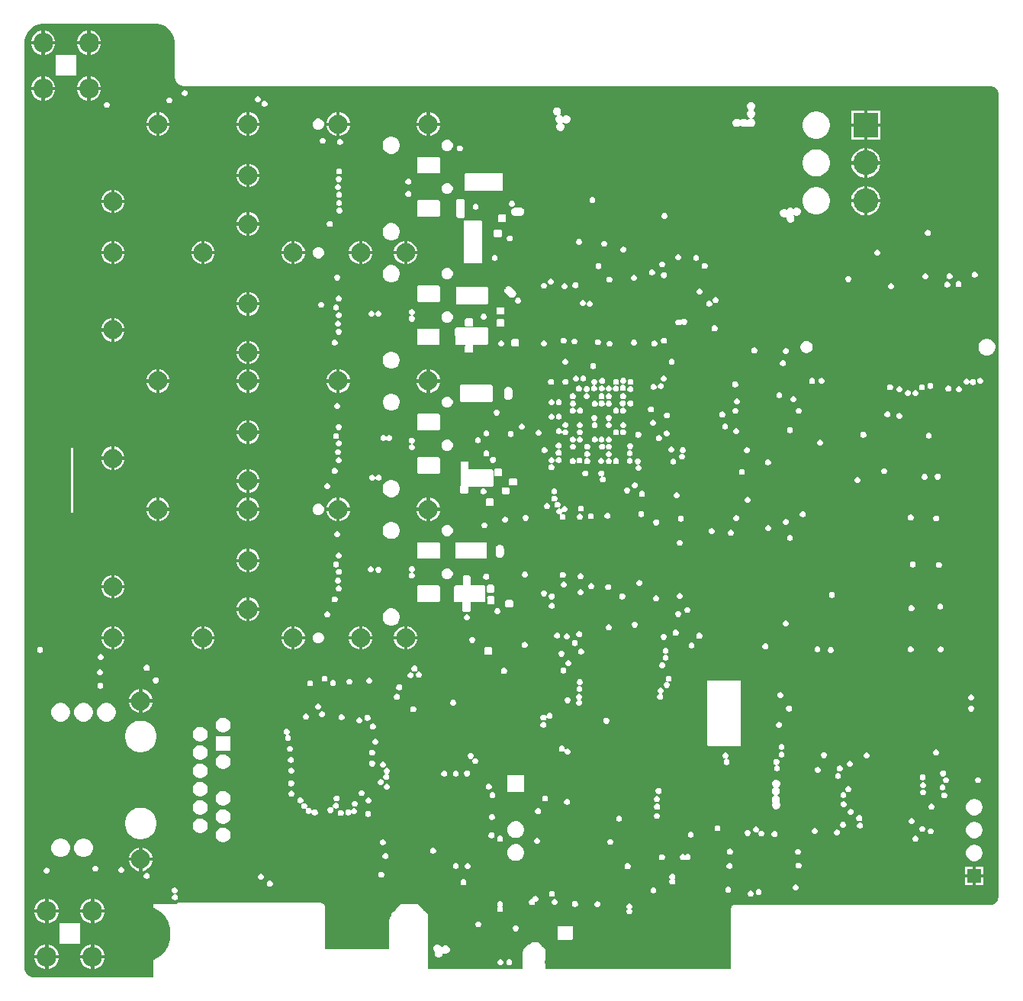
<source format=gbr>
G04*
G04 #@! TF.GenerationSoftware,Altium Limited,Altium Designer,24.2.2 (26)*
G04*
G04 Layer_Physical_Order=2*
G04 Layer_Color=36540*
%FSLAX25Y25*%
%MOIN*%
G70*
G04*
G04 #@! TF.SameCoordinates,383E0004-DF84-4F77-A050-2B2E5B934949*
G04*
G04*
G04 #@! TF.FilePolarity,Positive*
G04*
G01*
G75*
%ADD175C,0.06299*%
%ADD177R,0.10827X0.10827*%
%ADD178C,0.10827*%
%ADD196C,0.08661*%
%ADD200C,0.08268*%
%ADD205C,0.25591*%
%ADD206C,0.25000*%
%ADD207R,0.06102X0.06102*%
%ADD210C,0.01600*%
%ADD211C,0.02598*%
G36*
X30458Y20669D02*
X30471Y20671D01*
X30483Y20669D01*
X31293Y20685D01*
X32894Y20367D01*
X34413Y19738D01*
X35781Y18824D01*
X36944Y17661D01*
X37857Y16294D01*
X38487Y14774D01*
X38807Y13161D01*
Y12341D01*
X38788Y-1632D01*
X38772Y-1931D01*
X38785Y-2021D01*
X38776Y-2111D01*
X38837Y-2772D01*
X38871Y-2887D01*
X38883Y-3007D01*
X39072Y-3643D01*
X39128Y-3749D01*
X39162Y-3865D01*
X39472Y-4451D01*
X39548Y-4545D01*
X39604Y-4651D01*
X40022Y-5166D01*
X40115Y-5243D01*
X40191Y-5337D01*
X40701Y-5760D01*
X40807Y-5818D01*
X40900Y-5894D01*
X41483Y-6210D01*
X41598Y-6246D01*
X41704Y-6303D01*
X42338Y-6499D01*
X42428Y-6508D01*
X42513Y-6539D01*
X42841Y-6590D01*
X42935Y-6586D01*
X43027Y-6604D01*
X395332Y-6604D01*
X395343Y-6602D01*
X395354Y-6604D01*
X395685Y-6598D01*
X396337Y-6715D01*
X396953Y-6957D01*
X397510Y-7315D01*
X397987Y-7774D01*
X398365Y-8318D01*
X398629Y-8925D01*
X398771Y-9572D01*
X398777Y-9891D01*
X398777Y-360509D01*
X398777Y-360881D01*
X398631Y-361611D01*
X398347Y-362298D01*
X397933Y-362917D01*
X397407Y-363443D01*
X396789Y-363856D01*
X396102Y-364141D01*
X395302Y-364300D01*
X395070D01*
X395000Y-364286D01*
X283161D01*
X283091Y-364300D01*
X282941D01*
Y-364330D01*
X282693Y-364379D01*
X282296Y-364644D01*
X282031Y-365041D01*
X281938Y-365510D01*
Y-392175D01*
X200941D01*
Y-383800D01*
X197741Y-380600D01*
X194941D01*
X194241Y-381300D01*
X193787Y-381421D01*
X193643Y-381492D01*
X193492Y-381544D01*
X192692Y-382006D01*
X192571Y-382111D01*
X192438Y-382200D01*
X191785Y-382854D01*
X191696Y-382987D01*
X191590Y-383107D01*
X191128Y-383907D01*
X191077Y-384059D01*
X191006Y-384202D01*
X190767Y-385095D01*
X190759Y-385215D01*
X190728Y-385332D01*
X190697Y-385794D01*
X190703Y-385834D01*
X190695Y-385874D01*
Y-392175D01*
X149641D01*
Y-368300D01*
X145041Y-363700D01*
X137841D01*
X135569Y-365972D01*
X135518Y-366006D01*
X135433Y-366091D01*
X135333Y-366158D01*
X134405Y-367085D01*
X134338Y-367186D01*
X134253Y-367271D01*
X134219Y-367322D01*
X133341Y-368200D01*
Y-368743D01*
X132910Y-369784D01*
X132886Y-369902D01*
X132840Y-370014D01*
X132584Y-371300D01*
Y-371391D01*
X132562Y-371479D01*
X132530Y-372134D01*
X132534Y-372165D01*
X132528Y-372194D01*
Y-383366D01*
X104683D01*
X104471Y-383154D01*
X104480Y-365010D01*
X104468Y-364950D01*
X104474Y-364889D01*
X104464Y-364792D01*
X104412Y-364620D01*
X104377Y-364444D01*
X104302Y-364264D01*
X104302Y-364263D01*
X104179Y-364080D01*
X104037Y-363866D01*
X104037Y-363866D01*
X103899Y-363729D01*
X103899Y-363729D01*
X103899Y-363728D01*
X103502Y-363463D01*
X103502Y-363463D01*
X103502Y-363463D01*
X103322Y-363389D01*
X103145Y-363354D01*
X102973Y-363301D01*
X102876Y-363292D01*
X102815Y-363298D01*
X102756Y-363286D01*
X40512Y-363286D01*
X40452Y-363298D01*
X40392Y-363292D01*
X40294Y-363301D01*
X40122Y-363354D01*
X39946Y-363389D01*
X39766Y-363463D01*
X39766Y-363463D01*
X39369Y-363729D01*
X39231Y-363866D01*
X39231Y-363866D01*
X39142Y-364000D01*
X29641D01*
Y-395766D01*
X-22988D01*
X-23354Y-395733D01*
X-24166Y-395493D01*
X-24916Y-395099D01*
X-25575Y-394567D01*
X-26117Y-393917D01*
X-26522Y-393173D01*
X-26774Y-392364D01*
X-26863Y-391522D01*
X-26825Y-391100D01*
X-26831Y-391045D01*
X-26820Y-390990D01*
X-26820Y12339D01*
X-26822Y12351D01*
X-26820Y12364D01*
X-26837Y13173D01*
X-26518Y14774D01*
X-25889Y16294D01*
X-24975Y17661D01*
X-23812Y18824D01*
X-22445Y19738D01*
X-20925Y20367D01*
X-19312Y20688D01*
X-18490D01*
X30458Y20669D01*
D02*
G37*
%LPC*%
G36*
X2089Y17886D02*
Y13318D01*
X6656D01*
X6306Y14625D01*
X5604Y15841D01*
X4612Y16833D01*
X3396Y17535D01*
X2089Y17886D01*
D02*
G37*
G36*
X-17911D02*
Y13318D01*
X-13344D01*
X-13694Y14625D01*
X-14396Y15841D01*
X-15388Y16833D01*
X-16604Y17535D01*
X-17911Y17886D01*
D02*
G37*
G36*
X589Y17886D02*
X-719Y17535D01*
X-1935Y16833D01*
X-2927Y15841D01*
X-3629Y14625D01*
X-3979Y13318D01*
X589D01*
Y17886D01*
D02*
G37*
G36*
X-19411D02*
X-20719Y17535D01*
X-21935Y16833D01*
X-22927Y15841D01*
X-23629Y14625D01*
X-23979Y13318D01*
X-19411D01*
Y17886D01*
D02*
G37*
G36*
X589Y11818D02*
X-3979D01*
X-3629Y10510D01*
X-2927Y9295D01*
X-1935Y8302D01*
X-719Y7600D01*
X589Y7250D01*
Y11818D01*
D02*
G37*
G36*
X-19411D02*
X-23979D01*
X-23629Y10510D01*
X-22927Y9295D01*
X-21935Y8302D01*
X-20719Y7600D01*
X-19411Y7250D01*
Y11818D01*
D02*
G37*
G36*
X-13344D02*
X-17911D01*
Y7250D01*
X-16604Y7600D01*
X-15388Y8302D01*
X-14396Y9295D01*
X-13694Y10510D01*
X-13344Y11818D01*
D02*
G37*
G36*
X6656D02*
X2089D01*
Y7250D01*
X3396Y7600D01*
X4612Y8302D01*
X5604Y9295D01*
X6306Y10510D01*
X6656Y11818D01*
D02*
G37*
G36*
X-4224Y7005D02*
X-13098D01*
Y-1869D01*
X-4224D01*
Y7005D01*
D02*
G37*
G36*
X2089Y-2114D02*
Y-6682D01*
X6656D01*
X6306Y-5375D01*
X5604Y-4159D01*
X4612Y-3167D01*
X3396Y-2465D01*
X2089Y-2114D01*
D02*
G37*
G36*
X-17911D02*
Y-6682D01*
X-13344D01*
X-13694Y-5375D01*
X-14396Y-4159D01*
X-15388Y-3167D01*
X-16604Y-2465D01*
X-17911Y-2114D01*
D02*
G37*
G36*
X589Y-2114D02*
X-719Y-2465D01*
X-1935Y-3167D01*
X-2927Y-4159D01*
X-3629Y-5375D01*
X-3979Y-6682D01*
X589D01*
Y-2114D01*
D02*
G37*
G36*
X-19411D02*
X-20719Y-2465D01*
X-21935Y-3167D01*
X-22927Y-4159D01*
X-23629Y-5375D01*
X-23979Y-6682D01*
X-19411D01*
Y-2114D01*
D02*
G37*
G36*
X43511Y-8179D02*
X42994D01*
X42516Y-8377D01*
X42150Y-8743D01*
X41952Y-9220D01*
Y-9738D01*
X42150Y-10215D01*
X42516Y-10581D01*
X42994Y-10779D01*
X43511D01*
X43989Y-10581D01*
X44354Y-10215D01*
X44552Y-9738D01*
Y-9220D01*
X44354Y-8743D01*
X43989Y-8377D01*
X43511Y-8179D01*
D02*
G37*
G36*
X589Y-8182D02*
X-3979D01*
X-3629Y-9490D01*
X-2927Y-10705D01*
X-1935Y-11698D01*
X-719Y-12400D01*
X589Y-12750D01*
Y-8182D01*
D02*
G37*
G36*
X-19411D02*
X-23979D01*
X-23629Y-9490D01*
X-22927Y-10705D01*
X-21935Y-11698D01*
X-20719Y-12400D01*
X-19411Y-12750D01*
Y-8182D01*
D02*
G37*
G36*
X-13344D02*
X-17911D01*
Y-12750D01*
X-16604Y-12400D01*
X-15388Y-11698D01*
X-14396Y-10705D01*
X-13694Y-9490D01*
X-13344Y-8182D01*
D02*
G37*
G36*
X6656D02*
X2089D01*
Y-12750D01*
X3396Y-12400D01*
X4612Y-11698D01*
X5604Y-10705D01*
X6306Y-9490D01*
X6656Y-8182D01*
D02*
G37*
G36*
X75357Y-10905D02*
X74840D01*
X74362Y-11103D01*
X73996Y-11468D01*
X73798Y-11946D01*
Y-12463D01*
X73996Y-12941D01*
X74362Y-13307D01*
X74840Y-13505D01*
X75357D01*
X75835Y-13307D01*
X76200Y-12941D01*
X76398Y-12463D01*
Y-11946D01*
X76200Y-11468D01*
X75835Y-11103D01*
X75357Y-10905D01*
D02*
G37*
G36*
X36705Y-11381D02*
X36187D01*
X35710Y-11579D01*
X35344Y-11945D01*
X35146Y-12423D01*
Y-12940D01*
X35344Y-13418D01*
X35710Y-13783D01*
X36187Y-13981D01*
X36705D01*
X37182Y-13783D01*
X37548Y-13418D01*
X37746Y-12940D01*
Y-12423D01*
X37548Y-11945D01*
X37182Y-11579D01*
X36705Y-11381D01*
D02*
G37*
G36*
X78287Y-12873D02*
X77770D01*
X77292Y-13071D01*
X76926Y-13437D01*
X76728Y-13915D01*
Y-14432D01*
X76926Y-14910D01*
X77292Y-15275D01*
X77770Y-15473D01*
X78287D01*
X78764Y-15275D01*
X79130Y-14910D01*
X79328Y-14432D01*
Y-13915D01*
X79130Y-13437D01*
X78764Y-13071D01*
X78287Y-12873D01*
D02*
G37*
G36*
X9369Y-13405D02*
X8852D01*
X8374Y-13603D01*
X8008Y-13968D01*
X7810Y-14446D01*
Y-14963D01*
X8008Y-15441D01*
X8374Y-15807D01*
X8852Y-16005D01*
X9369D01*
X9847Y-15807D01*
X10212Y-15441D01*
X10410Y-14963D01*
Y-14446D01*
X10212Y-13968D01*
X9847Y-13603D01*
X9369Y-13405D01*
D02*
G37*
G36*
X291016Y-13512D02*
X290300D01*
X289638Y-13787D01*
X289132Y-14293D01*
X288858Y-14954D01*
Y-15671D01*
X289132Y-16332D01*
X289603Y-16804D01*
X289622Y-16976D01*
X289603Y-17149D01*
X289132Y-17620D01*
X288858Y-18282D01*
Y-18998D01*
X289132Y-19659D01*
X289638Y-20166D01*
X290300Y-20440D01*
Y-20721D01*
X289638Y-20995D01*
X289301Y-21332D01*
X289105Y-21481D01*
X288909Y-21332D01*
X288572Y-20995D01*
X287911Y-20721D01*
X287195D01*
X286533Y-20995D01*
X286149Y-21379D01*
X285953Y-21468D01*
X285757Y-21379D01*
X285374Y-20995D01*
X284712Y-20721D01*
X283996D01*
X283334Y-20995D01*
X282828Y-21501D01*
X282554Y-22163D01*
Y-22879D01*
X282828Y-23541D01*
X283334Y-24047D01*
X283996Y-24321D01*
X284712D01*
X285374Y-24047D01*
X285757Y-23663D01*
X285953Y-23574D01*
X286149Y-23663D01*
X286533Y-24047D01*
X287195Y-24321D01*
X287911D01*
X288572Y-24047D01*
X288909Y-23710D01*
X289105Y-23561D01*
X289301Y-23710D01*
X289638Y-24047D01*
X290300Y-24321D01*
X291016D01*
X291677Y-24047D01*
X292183Y-23541D01*
X292458Y-22879D01*
Y-22163D01*
X292183Y-21501D01*
X291677Y-20995D01*
X291016Y-20721D01*
Y-20440D01*
X291677Y-20166D01*
X292183Y-19659D01*
X292458Y-18998D01*
Y-18282D01*
X292183Y-17620D01*
X291712Y-17149D01*
X291693Y-16976D01*
X291712Y-16804D01*
X292183Y-16332D01*
X292458Y-15671D01*
Y-14954D01*
X292183Y-14293D01*
X291677Y-13787D01*
X291016Y-13512D01*
D02*
G37*
G36*
X150356Y-17996D02*
Y-22360D01*
X154720D01*
X154390Y-21129D01*
X153714Y-19958D01*
X152759Y-19002D01*
X151588Y-18326D01*
X150356Y-17996D01*
D02*
G37*
G36*
X110986D02*
Y-22360D01*
X115350D01*
X115020Y-21129D01*
X114344Y-19958D01*
X113389Y-19002D01*
X112218Y-18326D01*
X110986Y-17996D01*
D02*
G37*
G36*
X71616D02*
Y-22360D01*
X75980D01*
X75650Y-21129D01*
X74974Y-19958D01*
X74018Y-19002D01*
X72848Y-18326D01*
X71616Y-17996D01*
D02*
G37*
G36*
X32246D02*
Y-22360D01*
X36610D01*
X36280Y-21129D01*
X35604Y-19958D01*
X34648Y-19002D01*
X33478Y-18326D01*
X32246Y-17996D01*
D02*
G37*
G36*
X30746D02*
X29515Y-18326D01*
X28344Y-19002D01*
X27388Y-19958D01*
X26712Y-21129D01*
X26382Y-22360D01*
X30746D01*
Y-17996D01*
D02*
G37*
G36*
X148856D02*
X147625Y-18326D01*
X146454Y-19002D01*
X145498Y-19958D01*
X144822Y-21129D01*
X144492Y-22360D01*
X148856D01*
Y-17996D01*
D02*
G37*
G36*
X70116D02*
X68884Y-18326D01*
X67714Y-19002D01*
X66758Y-19958D01*
X66082Y-21129D01*
X65752Y-22360D01*
X70116D01*
Y-17996D01*
D02*
G37*
G36*
X109486D02*
X108255Y-18326D01*
X107084Y-19002D01*
X106128Y-19958D01*
X105452Y-21129D01*
X105122Y-22360D01*
X109486D01*
Y-17996D01*
D02*
G37*
G36*
X347167Y-17063D02*
X341504D01*
Y-22726D01*
X347167D01*
Y-17063D01*
D02*
G37*
G36*
X340003D02*
X334340D01*
Y-22726D01*
X340003D01*
Y-17063D01*
D02*
G37*
G36*
X206217Y-15707D02*
X205500D01*
X204839Y-15981D01*
X204332Y-16488D01*
X204059Y-17149D01*
Y-17865D01*
X204332Y-18527D01*
X204839Y-19033D01*
X205500Y-19307D01*
X205706D01*
X205830Y-19607D01*
X205487Y-19950D01*
X205213Y-20612D01*
Y-21328D01*
X205487Y-21990D01*
X205993Y-22496D01*
X206118Y-22547D01*
X206188Y-22901D01*
X205862Y-23227D01*
X205588Y-23889D01*
Y-24605D01*
X205862Y-25267D01*
X206368Y-25773D01*
X207030Y-26047D01*
X207746D01*
X208408Y-25773D01*
X208914Y-25267D01*
X209188Y-24605D01*
Y-23889D01*
X208914Y-23227D01*
X208408Y-22721D01*
X208283Y-22669D01*
X208213Y-22316D01*
X208452Y-22076D01*
X208871Y-22496D01*
X209533Y-22770D01*
X210249D01*
X210911Y-22496D01*
X211417Y-21990D01*
X211691Y-21328D01*
Y-20612D01*
X211417Y-19950D01*
X210911Y-19444D01*
X210249Y-19170D01*
X209533D01*
X208871Y-19444D01*
X208452Y-19863D01*
X208032Y-19444D01*
X207371Y-19170D01*
X207166D01*
X207041Y-18870D01*
X207384Y-18527D01*
X207659Y-17865D01*
Y-17149D01*
X207384Y-16488D01*
X206878Y-15981D01*
X206217Y-15707D01*
D02*
G37*
G36*
X102066Y-20642D02*
X101084D01*
X100177Y-21017D01*
X99482Y-21712D01*
X99106Y-22619D01*
Y-23601D01*
X99482Y-24509D01*
X100177Y-25203D01*
X101084Y-25579D01*
X102066D01*
X102973Y-25203D01*
X103667Y-24509D01*
X104043Y-23601D01*
Y-22619D01*
X103667Y-21712D01*
X102973Y-21017D01*
X102066Y-20642D01*
D02*
G37*
G36*
X36610Y-23860D02*
X32246D01*
Y-28224D01*
X33478Y-27894D01*
X34648Y-27218D01*
X35604Y-26262D01*
X36280Y-25092D01*
X36610Y-23860D01*
D02*
G37*
G36*
X115350D02*
X110986D01*
Y-28224D01*
X112218Y-27894D01*
X113389Y-27218D01*
X114344Y-26262D01*
X115020Y-25092D01*
X115350Y-23860D01*
D02*
G37*
G36*
X154720D02*
X150356D01*
Y-28224D01*
X151588Y-27894D01*
X152759Y-27218D01*
X153714Y-26262D01*
X154390Y-25092D01*
X154720Y-23860D01*
D02*
G37*
G36*
X75980D02*
X71616D01*
Y-28224D01*
X72848Y-27894D01*
X74018Y-27218D01*
X74974Y-26262D01*
X75650Y-25092D01*
X75980Y-23860D01*
D02*
G37*
G36*
X148856D02*
X144492D01*
X144822Y-25092D01*
X145498Y-26262D01*
X146454Y-27218D01*
X147625Y-27894D01*
X148856Y-28224D01*
Y-23860D01*
D02*
G37*
G36*
X70116D02*
X65752D01*
X66082Y-25092D01*
X66758Y-26262D01*
X67714Y-27218D01*
X68884Y-27894D01*
X70116Y-28224D01*
Y-23860D01*
D02*
G37*
G36*
X109486D02*
X105122D01*
X105452Y-25092D01*
X106128Y-26262D01*
X107084Y-27218D01*
X108255Y-27894D01*
X109486Y-28224D01*
Y-23860D01*
D02*
G37*
G36*
X30746D02*
X26382D01*
X26712Y-25092D01*
X27388Y-26262D01*
X28344Y-27218D01*
X29515Y-27894D01*
X30746Y-28224D01*
Y-23860D01*
D02*
G37*
G36*
X319682Y-17562D02*
X318518D01*
X317375Y-17790D01*
X316299Y-18236D01*
X315330Y-18883D01*
X314507Y-19706D01*
X313860Y-20675D01*
X313414Y-21751D01*
X313187Y-22893D01*
Y-24058D01*
X313414Y-25201D01*
X313860Y-26277D01*
X314507Y-27245D01*
X315330Y-28069D01*
X316299Y-28716D01*
X317375Y-29162D01*
X318518Y-29389D01*
X319682D01*
X320825Y-29162D01*
X321901Y-28716D01*
X322869Y-28069D01*
X323693Y-27245D01*
X324340Y-26277D01*
X324786Y-25201D01*
X325013Y-24058D01*
Y-22893D01*
X324786Y-21751D01*
X324340Y-20675D01*
X323693Y-19706D01*
X322869Y-18883D01*
X321901Y-18236D01*
X320825Y-17790D01*
X319682Y-17562D01*
D02*
G37*
G36*
X347167Y-24226D02*
X341504D01*
Y-29889D01*
X347167D01*
Y-24226D01*
D02*
G37*
G36*
X340003D02*
X334340D01*
Y-29889D01*
X340003D01*
Y-24226D01*
D02*
G37*
G36*
X103802Y-29015D02*
X103285D01*
X102807Y-29213D01*
X102441Y-29579D01*
X102243Y-30056D01*
Y-30573D01*
X102441Y-31051D01*
X102807Y-31417D01*
X103285Y-31615D01*
X103802D01*
X104280Y-31417D01*
X104645Y-31051D01*
X104843Y-30573D01*
Y-30056D01*
X104645Y-29579D01*
X104280Y-29213D01*
X103802Y-29015D01*
D02*
G37*
G36*
X111296Y-29566D02*
X110779D01*
X110301Y-29764D01*
X109935Y-30130D01*
X109737Y-30607D01*
Y-31125D01*
X109935Y-31602D01*
X110301Y-31968D01*
X110779Y-32166D01*
X111296D01*
X111774Y-31968D01*
X112139Y-31602D01*
X112337Y-31125D01*
Y-30607D01*
X112139Y-30130D01*
X111774Y-29764D01*
X111296Y-29566D01*
D02*
G37*
G36*
X158365Y-29815D02*
X157383D01*
X156476Y-30191D01*
X155781Y-30885D01*
X155405Y-31792D01*
Y-32774D01*
X155781Y-33682D01*
X156476Y-34376D01*
X157383Y-34752D01*
X158365D01*
X159272Y-34376D01*
X159967Y-33682D01*
X160343Y-32774D01*
Y-31792D01*
X159967Y-30885D01*
X159272Y-30191D01*
X158365Y-29815D01*
D02*
G37*
G36*
X163680Y-32375D02*
X163163D01*
X162685Y-32573D01*
X162319Y-32939D01*
X162121Y-33417D01*
Y-33934D01*
X162319Y-34412D01*
X162685Y-34777D01*
X163163Y-34975D01*
X163680D01*
X164158Y-34777D01*
X164523Y-34412D01*
X164721Y-33934D01*
Y-33417D01*
X164523Y-32939D01*
X164158Y-32573D01*
X163680Y-32375D01*
D02*
G37*
G36*
X133958Y-28535D02*
X132971D01*
X132018Y-28791D01*
X131163Y-29284D01*
X130465Y-29982D01*
X129972Y-30837D01*
X129717Y-31790D01*
Y-32777D01*
X129972Y-33730D01*
X130465Y-34585D01*
X131163Y-35283D01*
X132018Y-35776D01*
X132971Y-36031D01*
X133958D01*
X134911Y-35776D01*
X135766Y-35283D01*
X136464Y-34585D01*
X136957Y-33730D01*
X137213Y-32777D01*
Y-31790D01*
X136957Y-30837D01*
X136464Y-29982D01*
X135766Y-29284D01*
X134911Y-28791D01*
X133958Y-28535D01*
D02*
G37*
G36*
X341504Y-33621D02*
Y-39261D01*
X347143D01*
X346920Y-38141D01*
X346437Y-36973D01*
X345735Y-35923D01*
X344842Y-35030D01*
X343791Y-34328D01*
X342624Y-33844D01*
X341504Y-33621D01*
D02*
G37*
G36*
X340003D02*
X338883Y-33844D01*
X337716Y-34328D01*
X336665Y-35030D01*
X335772Y-35923D01*
X335070Y-36973D01*
X334587Y-38141D01*
X334364Y-39261D01*
X340003D01*
Y-33621D01*
D02*
G37*
G36*
X154171Y-37442D02*
X145360D01*
X144977Y-37600D01*
X144818Y-37983D01*
Y-44094D01*
X144977Y-44477D01*
X145360Y-44635D01*
X154171D01*
X154554Y-44477D01*
X154712Y-44094D01*
Y-37983D01*
X154554Y-37600D01*
X154171Y-37442D01*
D02*
G37*
G36*
X71616Y-40358D02*
Y-44722D01*
X75980D01*
X75650Y-43491D01*
X74974Y-42320D01*
X74018Y-41364D01*
X72848Y-40688D01*
X71616Y-40358D01*
D02*
G37*
G36*
X70116Y-40358D02*
X68884Y-40688D01*
X67714Y-41364D01*
X66758Y-42320D01*
X66082Y-43491D01*
X65752Y-44722D01*
X70116D01*
Y-40358D01*
D02*
G37*
G36*
X110900Y-42399D02*
X110383D01*
X109905Y-42597D01*
X109539Y-42962D01*
X109342Y-43440D01*
Y-43957D01*
X109539Y-44435D01*
X109905Y-44801D01*
X110383Y-44999D01*
X110900D01*
X111378Y-44801D01*
X111744Y-44435D01*
X111942Y-43957D01*
Y-43440D01*
X111744Y-42962D01*
X111378Y-42597D01*
X110900Y-42399D01*
D02*
G37*
G36*
X319682Y-34098D02*
X318518D01*
X317375Y-34325D01*
X316299Y-34771D01*
X315330Y-35418D01*
X314507Y-36242D01*
X313860Y-37210D01*
X313414Y-38286D01*
X313187Y-39429D01*
Y-40594D01*
X313414Y-41736D01*
X313860Y-42812D01*
X314507Y-43781D01*
X315330Y-44605D01*
X316299Y-45252D01*
X317375Y-45697D01*
X318518Y-45925D01*
X319682D01*
X320825Y-45697D01*
X321901Y-45252D01*
X322869Y-44605D01*
X323693Y-43781D01*
X324340Y-42812D01*
X324786Y-41736D01*
X325013Y-40594D01*
Y-39429D01*
X324786Y-38286D01*
X324340Y-37210D01*
X323693Y-36242D01*
X322869Y-35418D01*
X321901Y-34771D01*
X320825Y-34325D01*
X319682Y-34098D01*
D02*
G37*
G36*
X347143Y-40761D02*
X341504D01*
Y-46401D01*
X342624Y-46178D01*
X343791Y-45695D01*
X344842Y-44993D01*
X345735Y-44100D01*
X346437Y-43049D01*
X346920Y-41882D01*
X347143Y-40761D01*
D02*
G37*
G36*
X340003D02*
X334364D01*
X334587Y-41882D01*
X335070Y-43049D01*
X335772Y-44100D01*
X336665Y-44993D01*
X337716Y-45695D01*
X338883Y-46178D01*
X340003Y-46401D01*
Y-40761D01*
D02*
G37*
G36*
X110721Y-45771D02*
X110204D01*
X109726Y-45969D01*
X109360Y-46335D01*
X109162Y-46812D01*
Y-47330D01*
X109360Y-47807D01*
X109726Y-48173D01*
X110204Y-48371D01*
X110721D01*
X111199Y-48173D01*
X111565Y-47807D01*
X111762Y-47330D01*
Y-46812D01*
X111565Y-46335D01*
X111199Y-45969D01*
X110721Y-45771D01*
D02*
G37*
G36*
X141203Y-46932D02*
X140686D01*
X140208Y-47130D01*
X139843Y-47496D01*
X139645Y-47974D01*
Y-48491D01*
X139843Y-48969D01*
X140208Y-49334D01*
X140686Y-49532D01*
X141203D01*
X141681Y-49334D01*
X142047Y-48969D01*
X142245Y-48491D01*
Y-47974D01*
X142047Y-47496D01*
X141681Y-47130D01*
X141203Y-46932D01*
D02*
G37*
G36*
X75980Y-46222D02*
X71616D01*
Y-50586D01*
X72848Y-50256D01*
X74018Y-49580D01*
X74974Y-48625D01*
X75650Y-47454D01*
X75980Y-46222D01*
D02*
G37*
G36*
X70116D02*
X65752D01*
X66082Y-47454D01*
X66758Y-48625D01*
X67714Y-49580D01*
X68884Y-50256D01*
X70116Y-50586D01*
Y-46222D01*
D02*
G37*
G36*
X110470Y-49179D02*
X109953D01*
X109475Y-49377D01*
X109109Y-49743D01*
X108911Y-50221D01*
Y-50738D01*
X109109Y-51216D01*
X109475Y-51581D01*
X109953Y-51779D01*
X110470D01*
X110948Y-51581D01*
X111313Y-51216D01*
X111511Y-50738D01*
Y-50221D01*
X111313Y-49743D01*
X110948Y-49377D01*
X110470Y-49179D01*
D02*
G37*
G36*
X181691Y-44450D02*
X166044D01*
X165661Y-44608D01*
X165503Y-44991D01*
Y-51740D01*
X165661Y-52122D01*
X166044Y-52281D01*
X181691D01*
X182073Y-52122D01*
X182232Y-51740D01*
Y-44991D01*
X182073Y-44608D01*
X181691Y-44450D01*
D02*
G37*
G36*
X158365Y-48713D02*
X157383D01*
X156476Y-49088D01*
X155781Y-49783D01*
X155405Y-50690D01*
Y-51672D01*
X155781Y-52579D01*
X156476Y-53274D01*
X157383Y-53649D01*
X158365D01*
X159272Y-53274D01*
X159967Y-52579D01*
X160343Y-51672D01*
Y-50690D01*
X159967Y-49783D01*
X159272Y-49088D01*
X158365Y-48713D01*
D02*
G37*
G36*
X141203Y-52302D02*
X140686D01*
X140208Y-52500D01*
X139843Y-52866D01*
X139645Y-53344D01*
Y-53861D01*
X139843Y-54339D01*
X140208Y-54704D01*
X140686Y-54902D01*
X141203D01*
X141681Y-54704D01*
X142047Y-54339D01*
X142245Y-53861D01*
Y-53344D01*
X142047Y-52866D01*
X141681Y-52500D01*
X141203Y-52302D01*
D02*
G37*
G36*
X110936Y-52623D02*
X110419D01*
X109941Y-52821D01*
X109575Y-53187D01*
X109378Y-53665D01*
Y-54182D01*
X109575Y-54660D01*
X109941Y-55026D01*
X110419Y-55223D01*
X110936D01*
X111414Y-55026D01*
X111780Y-54660D01*
X111978Y-54182D01*
Y-53665D01*
X111780Y-53187D01*
X111414Y-52821D01*
X110936Y-52623D01*
D02*
G37*
G36*
X164878Y-55690D02*
X162436D01*
X162433Y-55691D01*
X162430Y-55690D01*
X162242Y-55770D01*
X162053Y-55848D01*
X162052Y-55851D01*
X162049Y-55853D01*
X161973Y-56042D01*
X161895Y-56231D01*
X161896Y-56234D01*
X161895Y-56237D01*
X161975Y-63490D01*
X162056Y-63678D01*
X162134Y-63867D01*
X162137Y-63868D01*
X162138Y-63871D01*
X162328Y-63947D01*
X162516Y-64025D01*
X164878D01*
X165261Y-63867D01*
X165420Y-63484D01*
Y-56231D01*
X165261Y-55848D01*
X164878Y-55690D01*
D02*
G37*
G36*
X341504Y-50157D02*
Y-55797D01*
X347143D01*
X346920Y-54676D01*
X346437Y-53509D01*
X345735Y-52458D01*
X344842Y-51565D01*
X343791Y-50863D01*
X342624Y-50380D01*
X341504Y-50157D01*
D02*
G37*
G36*
X340003D02*
X338883Y-50380D01*
X337716Y-50863D01*
X336665Y-51565D01*
X335772Y-52458D01*
X335070Y-53509D01*
X334587Y-54676D01*
X334364Y-55797D01*
X340003D01*
Y-50157D01*
D02*
G37*
G36*
X12561Y-51776D02*
Y-56140D01*
X16925D01*
X16595Y-54908D01*
X15919Y-53737D01*
X14963Y-52782D01*
X13793Y-52106D01*
X12561Y-51776D01*
D02*
G37*
G36*
X11061D02*
X9829Y-52106D01*
X8659Y-52782D01*
X7703Y-53737D01*
X7027Y-54908D01*
X6697Y-56140D01*
X11061D01*
Y-51776D01*
D02*
G37*
G36*
X221612Y-54975D02*
X221095D01*
X220617Y-55173D01*
X220251Y-55539D01*
X220054Y-56016D01*
Y-56534D01*
X220251Y-57011D01*
X220617Y-57377D01*
X221095Y-57575D01*
X221612D01*
X222090Y-57377D01*
X222456Y-57011D01*
X222654Y-56534D01*
Y-56016D01*
X222456Y-55539D01*
X222090Y-55173D01*
X221612Y-54975D01*
D02*
G37*
G36*
X110900Y-56247D02*
X110383D01*
X109905Y-56445D01*
X109540Y-56811D01*
X109342Y-57288D01*
Y-57806D01*
X109540Y-58283D01*
X109905Y-58649D01*
X110383Y-58847D01*
X110900D01*
X111378Y-58649D01*
X111744Y-58283D01*
X111942Y-57806D01*
Y-57288D01*
X111744Y-56811D01*
X111378Y-56445D01*
X110900Y-56247D01*
D02*
G37*
G36*
X186477Y-56466D02*
X185959D01*
X185482Y-56664D01*
X185116Y-57029D01*
X184918Y-57507D01*
Y-58024D01*
X185116Y-58502D01*
X185482Y-58868D01*
X185959Y-59066D01*
X186477D01*
X186954Y-58868D01*
X187320Y-58502D01*
X187518Y-58024D01*
Y-57507D01*
X187320Y-57029D01*
X186954Y-56664D01*
X186477Y-56466D01*
D02*
G37*
G36*
X310887Y-59503D02*
X310170D01*
X309509Y-59777D01*
X309171Y-60115D01*
X308875Y-59819D01*
X308213Y-59545D01*
X307497D01*
X306836Y-59819D01*
X306329Y-60325D01*
X305994Y-60352D01*
X305393Y-60103D01*
X304677D01*
X304015Y-60377D01*
X303509Y-60883D01*
X303235Y-61545D01*
Y-62261D01*
X303509Y-62923D01*
X304015Y-63429D01*
X304677Y-63703D01*
X305393D01*
X305901Y-63493D01*
X306130Y-63722D01*
X306055Y-63904D01*
Y-64620D01*
X306329Y-65282D01*
X306836Y-65788D01*
X307497Y-66062D01*
X308213D01*
X308875Y-65788D01*
X309381Y-65282D01*
X309655Y-64620D01*
Y-63904D01*
X309381Y-63242D01*
X308942Y-62803D01*
X309213Y-62533D01*
X309509Y-62829D01*
X310170Y-63103D01*
X310887D01*
X311548Y-62829D01*
X312054Y-62323D01*
X312328Y-61661D01*
Y-60945D01*
X312054Y-60283D01*
X311548Y-59777D01*
X310887Y-59503D01*
D02*
G37*
G36*
X170591Y-57854D02*
X170073D01*
X169596Y-58051D01*
X169230Y-58417D01*
X169032Y-58895D01*
Y-59412D01*
X169230Y-59890D01*
X169596Y-60256D01*
X170073Y-60453D01*
X170591D01*
X171069Y-60256D01*
X171434Y-59890D01*
X171632Y-59412D01*
Y-58895D01*
X171434Y-58417D01*
X171069Y-58051D01*
X170591Y-57854D01*
D02*
G37*
G36*
X16925Y-57640D02*
X12561D01*
Y-62004D01*
X13793Y-61674D01*
X14963Y-60998D01*
X15919Y-60042D01*
X16595Y-58871D01*
X16925Y-57640D01*
D02*
G37*
G36*
X11061D02*
X6697D01*
X7027Y-58871D01*
X7703Y-60042D01*
X8659Y-60998D01*
X9829Y-61674D01*
X11061Y-62004D01*
Y-57640D01*
D02*
G37*
G36*
X111008Y-59476D02*
X110491D01*
X110013Y-59674D01*
X109647Y-60040D01*
X109449Y-60517D01*
Y-61035D01*
X109647Y-61512D01*
X110013Y-61878D01*
X110491Y-62076D01*
X111008D01*
X111486Y-61878D01*
X111852Y-61512D01*
X112049Y-61035D01*
Y-60517D01*
X111852Y-60040D01*
X111486Y-59674D01*
X111008Y-59476D01*
D02*
G37*
G36*
X319682Y-50633D02*
X318518D01*
X317375Y-50861D01*
X316299Y-51306D01*
X315330Y-51954D01*
X314507Y-52777D01*
X313860Y-53746D01*
X313414Y-54822D01*
X313187Y-55964D01*
Y-57129D01*
X313414Y-58272D01*
X313860Y-59348D01*
X314507Y-60316D01*
X315330Y-61140D01*
X316299Y-61787D01*
X317375Y-62233D01*
X318518Y-62460D01*
X319682D01*
X320825Y-62233D01*
X321901Y-61787D01*
X322869Y-61140D01*
X323693Y-60316D01*
X324340Y-59348D01*
X324786Y-58272D01*
X325013Y-57129D01*
Y-55964D01*
X324786Y-54822D01*
X324340Y-53746D01*
X323693Y-52777D01*
X322869Y-51954D01*
X321901Y-51306D01*
X320825Y-50861D01*
X319682Y-50633D01*
D02*
G37*
G36*
X347143Y-57297D02*
X341504D01*
Y-62937D01*
X342624Y-62714D01*
X343791Y-62230D01*
X344842Y-61528D01*
X345735Y-60635D01*
X346437Y-59585D01*
X346920Y-58417D01*
X347143Y-57297D01*
D02*
G37*
G36*
X340003D02*
X334364D01*
X334587Y-58417D01*
X335070Y-59585D01*
X335772Y-60635D01*
X336665Y-61528D01*
X337716Y-62230D01*
X338883Y-62714D01*
X340003Y-62937D01*
Y-57297D01*
D02*
G37*
G36*
X190038Y-59442D02*
X187421Y-59442D01*
X187321Y-59483D01*
X187214D01*
X186736Y-59681D01*
X186660Y-59757D01*
X186560Y-59798D01*
X186195Y-60164D01*
X186153Y-60263D01*
X186077Y-60339D01*
X185879Y-60817D01*
Y-60925D01*
X185838Y-61024D01*
Y-61542D01*
X185879Y-61641D01*
Y-61749D01*
X186077Y-62226D01*
X186153Y-62303D01*
X186195Y-62402D01*
X186560Y-62768D01*
X186660Y-62809D01*
X186736Y-62885D01*
X187214Y-63083D01*
X187321D01*
X187421Y-63124D01*
X189779Y-63124D01*
X189779Y-63124D01*
X190038D01*
X190137Y-63083D01*
X190245D01*
X190723Y-62885D01*
X190799Y-62809D01*
X190898Y-62768D01*
X191264Y-62402D01*
X191305Y-62303D01*
X191381Y-62226D01*
X191579Y-61749D01*
Y-61641D01*
X191621Y-61542D01*
Y-61024D01*
X191579Y-60925D01*
Y-60817D01*
X191381Y-60339D01*
X191305Y-60263D01*
X191264Y-60164D01*
X190898Y-59798D01*
X190799Y-59757D01*
X190723Y-59681D01*
X190245Y-59483D01*
X190137D01*
X190038Y-59442D01*
D02*
G37*
G36*
X154171Y-56339D02*
X145360D01*
X144977Y-56498D01*
X144818Y-56880D01*
Y-62991D01*
X144977Y-63374D01*
X145360Y-63533D01*
X154171D01*
X154554Y-63374D01*
X154712Y-62991D01*
Y-56880D01*
X154554Y-56498D01*
X154171Y-56339D01*
D02*
G37*
G36*
X253089Y-61791D02*
X252572D01*
X252094Y-61988D01*
X251729Y-62354D01*
X251531Y-62832D01*
Y-63349D01*
X251729Y-63827D01*
X252094Y-64193D01*
X252572Y-64390D01*
X253089D01*
X253567Y-64193D01*
X253933Y-63827D01*
X254131Y-63349D01*
Y-62832D01*
X253933Y-62354D01*
X253567Y-61988D01*
X253089Y-61791D01*
D02*
G37*
G36*
X182962Y-62451D02*
X180797D01*
X180414Y-62610D01*
X180255Y-62993D01*
Y-65355D01*
X180414Y-65738D01*
X180797Y-65896D01*
X182962D01*
X183345Y-65738D01*
X183503Y-65355D01*
Y-62993D01*
X183345Y-62610D01*
X182962Y-62451D01*
D02*
G37*
G36*
X71616Y-61618D02*
Y-65982D01*
X75980D01*
X75650Y-64751D01*
X74974Y-63580D01*
X74018Y-62624D01*
X72848Y-61948D01*
X71616Y-61618D01*
D02*
G37*
G36*
X70116Y-61618D02*
X68884Y-61948D01*
X67714Y-62624D01*
X66758Y-63580D01*
X66082Y-64751D01*
X65752Y-65982D01*
X70116D01*
Y-61618D01*
D02*
G37*
G36*
X106865Y-65383D02*
X106348D01*
X105870Y-65581D01*
X105505Y-65946D01*
X105306Y-66424D01*
Y-66941D01*
X105505Y-67419D01*
X105870Y-67785D01*
X106348Y-67983D01*
X106865D01*
X107343Y-67785D01*
X107709Y-67419D01*
X107906Y-66941D01*
Y-66424D01*
X107709Y-65946D01*
X107343Y-65581D01*
X106865Y-65383D01*
D02*
G37*
G36*
X75980Y-67482D02*
X71616D01*
Y-71846D01*
X72848Y-71516D01*
X74018Y-70840D01*
X74974Y-69885D01*
X75650Y-68714D01*
X75980Y-67482D01*
D02*
G37*
G36*
X70116D02*
X65752D01*
X66082Y-68714D01*
X66758Y-69885D01*
X67714Y-70840D01*
X68884Y-71516D01*
X70116Y-71846D01*
Y-67482D01*
D02*
G37*
G36*
X368172Y-69286D02*
X367655D01*
X367177Y-69484D01*
X366811Y-69849D01*
X366613Y-70327D01*
Y-70844D01*
X366811Y-71322D01*
X367177Y-71688D01*
X367655Y-71886D01*
X368172D01*
X368650Y-71688D01*
X369015Y-71322D01*
X369213Y-70844D01*
Y-70327D01*
X369015Y-69849D01*
X368650Y-69484D01*
X368172Y-69286D01*
D02*
G37*
G36*
X181187Y-69124D02*
X178825D01*
X178443Y-69282D01*
X178284Y-69665D01*
Y-71830D01*
X178443Y-72213D01*
X178825Y-72371D01*
X181187D01*
X181570Y-72213D01*
X181729Y-71830D01*
Y-69665D01*
X181570Y-69282D01*
X181187Y-69124D01*
D02*
G37*
G36*
X133958Y-66331D02*
X132971D01*
X132018Y-66586D01*
X131163Y-67080D01*
X130465Y-67777D01*
X129972Y-68632D01*
X129717Y-69585D01*
Y-70572D01*
X129972Y-71525D01*
X130465Y-72380D01*
X131163Y-73078D01*
X132018Y-73571D01*
X132971Y-73827D01*
X133958D01*
X134911Y-73571D01*
X135766Y-73078D01*
X136464Y-72380D01*
X136957Y-71525D01*
X137213Y-70572D01*
Y-69585D01*
X136957Y-68632D01*
X136464Y-67777D01*
X135766Y-67080D01*
X134911Y-66586D01*
X133958Y-66331D01*
D02*
G37*
G36*
X185488Y-71727D02*
X184970D01*
X184493Y-71925D01*
X184127Y-72290D01*
X183929Y-72768D01*
Y-73285D01*
X184127Y-73763D01*
X184493Y-74129D01*
X184970Y-74327D01*
X185488D01*
X185966Y-74129D01*
X186331Y-73763D01*
X186529Y-73285D01*
Y-72768D01*
X186331Y-72290D01*
X185966Y-71925D01*
X185488Y-71727D01*
D02*
G37*
G36*
X215753Y-73140D02*
X215235D01*
X214757Y-73338D01*
X214392Y-73704D01*
X214194Y-74181D01*
Y-74699D01*
X214392Y-75176D01*
X214757Y-75542D01*
X215235Y-75740D01*
X215753D01*
X216230Y-75542D01*
X216596Y-75176D01*
X216794Y-74699D01*
Y-74181D01*
X216596Y-73704D01*
X216230Y-73338D01*
X215753Y-73140D01*
D02*
G37*
G36*
X226701Y-74056D02*
X226184D01*
X225706Y-74254D01*
X225341Y-74620D01*
X225143Y-75098D01*
Y-75615D01*
X225341Y-76093D01*
X225706Y-76459D01*
X226184Y-76656D01*
X226701D01*
X227179Y-76459D01*
X227545Y-76093D01*
X227743Y-75615D01*
Y-75098D01*
X227545Y-74620D01*
X227179Y-74254D01*
X226701Y-74056D01*
D02*
G37*
G36*
X91301Y-74098D02*
Y-78462D01*
X95665D01*
X95335Y-77231D01*
X94659Y-76060D01*
X93703Y-75104D01*
X92533Y-74428D01*
X91301Y-74098D01*
D02*
G37*
G36*
X51931D02*
Y-78462D01*
X56295D01*
X55965Y-77231D01*
X55289Y-76060D01*
X54333Y-75104D01*
X53163Y-74428D01*
X51931Y-74098D01*
D02*
G37*
G36*
X12561D02*
Y-78462D01*
X16925D01*
X16595Y-77231D01*
X15919Y-76060D01*
X14963Y-75104D01*
X13793Y-74428D01*
X12561Y-74098D01*
D02*
G37*
G36*
X89801Y-74098D02*
X88570Y-74428D01*
X87399Y-75104D01*
X86443Y-76060D01*
X85767Y-77231D01*
X85437Y-78462D01*
X89801D01*
Y-74098D01*
D02*
G37*
G36*
X50431D02*
X49200Y-74428D01*
X48029Y-75104D01*
X47073Y-76060D01*
X46397Y-77231D01*
X46067Y-78462D01*
X50431D01*
Y-74098D01*
D02*
G37*
G36*
X11061D02*
X9829Y-74428D01*
X8659Y-75104D01*
X7703Y-76060D01*
X7027Y-77231D01*
X6697Y-78462D01*
X11061D01*
Y-74098D01*
D02*
G37*
G36*
X140514Y-74098D02*
Y-78463D01*
X144878D01*
X144548Y-77231D01*
X143872Y-76060D01*
X142916Y-75104D01*
X141745Y-74428D01*
X140514Y-74098D01*
D02*
G37*
G36*
X120829D02*
Y-78463D01*
X125193D01*
X124863Y-77231D01*
X124187Y-76060D01*
X123231Y-75104D01*
X122060Y-74428D01*
X120829Y-74098D01*
D02*
G37*
G36*
X139014D02*
X137782Y-74428D01*
X136611Y-75104D01*
X135656Y-76060D01*
X134980Y-77231D01*
X134650Y-78463D01*
X139014D01*
Y-74098D01*
D02*
G37*
G36*
X119329D02*
X118097Y-74428D01*
X116927Y-75104D01*
X115971Y-76060D01*
X115295Y-77231D01*
X114965Y-78463D01*
X119329D01*
Y-74098D01*
D02*
G37*
G36*
X235171Y-76496D02*
X234654D01*
X234176Y-76694D01*
X233810Y-77060D01*
X233612Y-77537D01*
Y-78054D01*
X233810Y-78532D01*
X234176Y-78898D01*
X234654Y-79096D01*
X235171D01*
X235649Y-78898D01*
X236015Y-78532D01*
X236212Y-78054D01*
Y-77537D01*
X236015Y-77060D01*
X235649Y-76694D01*
X235171Y-76496D01*
D02*
G37*
G36*
X346125Y-77966D02*
X345607D01*
X345130Y-78164D01*
X344764Y-78529D01*
X344566Y-79007D01*
Y-79524D01*
X344764Y-80002D01*
X345130Y-80368D01*
X345607Y-80566D01*
X346125D01*
X346603Y-80368D01*
X346968Y-80002D01*
X347166Y-79524D01*
Y-79007D01*
X346968Y-78529D01*
X346603Y-78164D01*
X346125Y-77966D01*
D02*
G37*
G36*
X102066Y-76744D02*
X101084D01*
X100177Y-77120D01*
X99482Y-77814D01*
X99106Y-78721D01*
Y-79703D01*
X99482Y-80611D01*
X100177Y-81305D01*
X101084Y-81681D01*
X102066D01*
X102973Y-81305D01*
X103667Y-80611D01*
X104043Y-79703D01*
Y-78721D01*
X103667Y-77814D01*
X102973Y-77120D01*
X102066Y-76744D01*
D02*
G37*
G36*
X259068Y-79845D02*
X258550D01*
X258072Y-80043D01*
X257707Y-80409D01*
X257509Y-80887D01*
Y-81404D01*
X257707Y-81882D01*
X258072Y-82248D01*
X258550Y-82446D01*
X259068D01*
X259545Y-82248D01*
X259911Y-81882D01*
X260109Y-81404D01*
Y-80887D01*
X259911Y-80409D01*
X259545Y-80043D01*
X259068Y-79845D01*
D02*
G37*
G36*
X178908Y-80219D02*
X178391D01*
X177913Y-80417D01*
X177547Y-80782D01*
X177349Y-81260D01*
Y-81777D01*
X177547Y-82255D01*
X177913Y-82621D01*
X178391Y-82819D01*
X178908D01*
X179386Y-82621D01*
X179752Y-82255D01*
X179949Y-81777D01*
Y-81260D01*
X179752Y-80782D01*
X179386Y-80417D01*
X178908Y-80219D01*
D02*
G37*
G36*
X266890Y-80263D02*
X266373D01*
X265895Y-80461D01*
X265529Y-80827D01*
X265331Y-81304D01*
Y-81822D01*
X265529Y-82299D01*
X265895Y-82665D01*
X266373Y-82863D01*
X266890D01*
X267368Y-82665D01*
X267733Y-82299D01*
X267931Y-81822D01*
Y-81304D01*
X267733Y-80827D01*
X267368Y-80461D01*
X266890Y-80263D01*
D02*
G37*
G36*
X172549Y-65118D02*
X165616D01*
X165234Y-65276D01*
X165075Y-65659D01*
Y-83437D01*
X165234Y-83820D01*
X165616Y-83978D01*
X172549D01*
X172932Y-83820D01*
X173091Y-83437D01*
Y-65659D01*
X172932Y-65276D01*
X172549Y-65118D01*
D02*
G37*
G36*
X95665Y-79962D02*
X91301D01*
Y-84326D01*
X92533Y-83996D01*
X93703Y-83321D01*
X94659Y-82365D01*
X95335Y-81194D01*
X95665Y-79962D01*
D02*
G37*
G36*
X56295D02*
X51931D01*
Y-84326D01*
X53163Y-83996D01*
X54333Y-83321D01*
X55289Y-82365D01*
X55965Y-81194D01*
X56295Y-79962D01*
D02*
G37*
G36*
X16925D02*
X12561D01*
Y-84326D01*
X13793Y-83996D01*
X14963Y-83321D01*
X15919Y-82365D01*
X16595Y-81194D01*
X16925Y-79962D01*
D02*
G37*
G36*
X144878Y-79963D02*
X140514D01*
Y-84326D01*
X141745Y-83996D01*
X142916Y-83321D01*
X143872Y-82365D01*
X144548Y-81194D01*
X144878Y-79963D01*
D02*
G37*
G36*
X125193D02*
X120829D01*
Y-84326D01*
X122060Y-83996D01*
X123231Y-83321D01*
X124187Y-82365D01*
X124863Y-81194D01*
X125193Y-79963D01*
D02*
G37*
G36*
X139014D02*
X134650D01*
X134980Y-81194D01*
X135656Y-82365D01*
X136611Y-83321D01*
X137782Y-83996D01*
X139014Y-84326D01*
Y-79963D01*
D02*
G37*
G36*
X119329D02*
X114965D01*
X115295Y-81194D01*
X115971Y-82365D01*
X116927Y-83321D01*
X118097Y-83996D01*
X119329Y-84326D01*
Y-79963D01*
D02*
G37*
G36*
X89801Y-79962D02*
X85437D01*
X85767Y-81194D01*
X86443Y-82365D01*
X87399Y-83321D01*
X88570Y-83996D01*
X89801Y-84326D01*
Y-79962D01*
D02*
G37*
G36*
X50431D02*
X46067D01*
X46397Y-81194D01*
X47073Y-82365D01*
X48029Y-83321D01*
X49200Y-83996D01*
X50431Y-84326D01*
Y-79962D01*
D02*
G37*
G36*
X11061D02*
X6697D01*
X7027Y-81194D01*
X7703Y-82365D01*
X8659Y-83321D01*
X9829Y-83996D01*
X11061Y-84326D01*
Y-79962D01*
D02*
G37*
G36*
X252024Y-83016D02*
X251507D01*
X251029Y-83214D01*
X250663Y-83580D01*
X250466Y-84058D01*
Y-84575D01*
X250663Y-85053D01*
X251029Y-85418D01*
X251507Y-85616D01*
X252024D01*
X252502Y-85418D01*
X252868Y-85053D01*
X253066Y-84575D01*
Y-84058D01*
X252868Y-83580D01*
X252502Y-83214D01*
X252024Y-83016D01*
D02*
G37*
G36*
X270622Y-83690D02*
X270105D01*
X269627Y-83888D01*
X269261Y-84254D01*
X269063Y-84731D01*
Y-85249D01*
X269261Y-85726D01*
X269627Y-86092D01*
X270105Y-86290D01*
X270622D01*
X271100Y-86092D01*
X271465Y-85726D01*
X271663Y-85249D01*
Y-84731D01*
X271465Y-84254D01*
X271100Y-83888D01*
X270622Y-83690D01*
D02*
G37*
G36*
X224235Y-83752D02*
X223718D01*
X223240Y-83950D01*
X222874Y-84316D01*
X222676Y-84794D01*
Y-85311D01*
X222874Y-85789D01*
X223240Y-86155D01*
X223718Y-86352D01*
X224235D01*
X224713Y-86155D01*
X225078Y-85789D01*
X225276Y-85311D01*
Y-84794D01*
X225078Y-84316D01*
X224713Y-83950D01*
X224235Y-83752D01*
D02*
G37*
G36*
X247654Y-86525D02*
X247136D01*
X246659Y-86723D01*
X246293Y-87089D01*
X246095Y-87566D01*
Y-88083D01*
X246293Y-88561D01*
X246659Y-88927D01*
X247136Y-89125D01*
X247654D01*
X248131Y-88927D01*
X248497Y-88561D01*
X248695Y-88083D01*
Y-87566D01*
X248497Y-87089D01*
X248131Y-86723D01*
X247654Y-86525D01*
D02*
G37*
G36*
X388644Y-87544D02*
X388127D01*
X387649Y-87742D01*
X387284Y-88108D01*
X387086Y-88585D01*
Y-89103D01*
X387284Y-89580D01*
X387649Y-89946D01*
X388127Y-90144D01*
X388644D01*
X389122Y-89946D01*
X389488Y-89580D01*
X389686Y-89103D01*
Y-88585D01*
X389488Y-88108D01*
X389122Y-87742D01*
X388644Y-87544D01*
D02*
G37*
G36*
X252846Y-87778D02*
X252329D01*
X251851Y-87976D01*
X251485Y-88341D01*
X251288Y-88819D01*
Y-89336D01*
X251485Y-89814D01*
X251851Y-90180D01*
X252329Y-90378D01*
X252846D01*
X253324Y-90180D01*
X253690Y-89814D01*
X253888Y-89336D01*
Y-88819D01*
X253690Y-88341D01*
X253324Y-87976D01*
X252846Y-87778D01*
D02*
G37*
G36*
X377621Y-88220D02*
X377103D01*
X376626Y-88418D01*
X376260Y-88784D01*
X376062Y-89262D01*
Y-89779D01*
X376260Y-90257D01*
X376626Y-90623D01*
X377103Y-90820D01*
X377621D01*
X378099Y-90623D01*
X378464Y-90257D01*
X378662Y-89779D01*
Y-89262D01*
X378464Y-88784D01*
X378099Y-88418D01*
X377621Y-88220D01*
D02*
G37*
G36*
X367039D02*
X366522D01*
X366044Y-88418D01*
X365678Y-88784D01*
X365480Y-89262D01*
Y-89779D01*
X365678Y-90257D01*
X366044Y-90623D01*
X366522Y-90820D01*
X367039D01*
X367517Y-90623D01*
X367882Y-90257D01*
X368080Y-89779D01*
Y-89262D01*
X367882Y-88784D01*
X367517Y-88418D01*
X367039Y-88220D01*
D02*
G37*
G36*
X158365Y-85917D02*
X157383D01*
X156476Y-86293D01*
X155781Y-86988D01*
X155405Y-87895D01*
Y-88877D01*
X155781Y-89784D01*
X156476Y-90478D01*
X157383Y-90854D01*
X158365D01*
X159272Y-90478D01*
X159967Y-89784D01*
X160343Y-88877D01*
Y-87895D01*
X159967Y-86988D01*
X159272Y-86293D01*
X158365Y-85917D01*
D02*
G37*
G36*
X110145Y-88766D02*
X109628D01*
X109150Y-88964D01*
X108784Y-89330D01*
X108586Y-89808D01*
Y-90325D01*
X108784Y-90803D01*
X109150Y-91168D01*
X109628Y-91366D01*
X110145D01*
X110623Y-91168D01*
X110988Y-90803D01*
X111186Y-90325D01*
Y-89808D01*
X110988Y-89330D01*
X110623Y-88964D01*
X110145Y-88766D01*
D02*
G37*
G36*
X239771Y-88916D02*
X239253D01*
X238776Y-89114D01*
X238410Y-89480D01*
X238212Y-89958D01*
Y-90475D01*
X238410Y-90953D01*
X238776Y-91319D01*
X239253Y-91517D01*
X239771D01*
X240248Y-91319D01*
X240614Y-90953D01*
X240812Y-90475D01*
Y-89958D01*
X240614Y-89480D01*
X240248Y-89114D01*
X239771Y-88916D01*
D02*
G37*
G36*
X333439Y-89439D02*
X332922D01*
X332444Y-89636D01*
X332078Y-90002D01*
X331880Y-90480D01*
Y-90997D01*
X332078Y-91475D01*
X332444Y-91841D01*
X332922Y-92039D01*
X333439D01*
X333917Y-91841D01*
X334283Y-91475D01*
X334481Y-90997D01*
Y-90480D01*
X334283Y-90002D01*
X333917Y-89636D01*
X333439Y-89439D01*
D02*
G37*
G36*
X133958Y-84638D02*
X132971D01*
X132018Y-84893D01*
X131163Y-85387D01*
X130465Y-86084D01*
X129972Y-86939D01*
X129717Y-87892D01*
Y-88879D01*
X129972Y-89832D01*
X130465Y-90687D01*
X131163Y-91385D01*
X132018Y-91878D01*
X132971Y-92134D01*
X133958D01*
X134911Y-91878D01*
X135766Y-91385D01*
X136464Y-90687D01*
X136957Y-89832D01*
X137213Y-88879D01*
Y-87892D01*
X136957Y-86939D01*
X136464Y-86084D01*
X135766Y-85387D01*
X134911Y-84893D01*
X133958Y-84638D01*
D02*
G37*
G36*
X229014Y-89724D02*
X228497D01*
X228019Y-89921D01*
X227654Y-90287D01*
X227456Y-90765D01*
Y-91282D01*
X227654Y-91760D01*
X228019Y-92126D01*
X228497Y-92324D01*
X229014D01*
X229492Y-92126D01*
X229858Y-91760D01*
X230056Y-91282D01*
Y-90765D01*
X229858Y-90287D01*
X229492Y-89921D01*
X229014Y-89724D01*
D02*
G37*
G36*
X203431Y-90629D02*
X202914D01*
X202436Y-90827D01*
X202071Y-91193D01*
X201873Y-91671D01*
Y-92188D01*
X202071Y-92666D01*
X202436Y-93031D01*
X202914Y-93229D01*
X203431D01*
X203909Y-93031D01*
X204275Y-92666D01*
X204473Y-92188D01*
Y-91671D01*
X204275Y-91193D01*
X203909Y-90827D01*
X203431Y-90629D01*
D02*
G37*
G36*
X381558Y-91660D02*
X381041D01*
X380563Y-91857D01*
X380197Y-92223D01*
X379999Y-92701D01*
Y-93218D01*
X380197Y-93696D01*
X380563Y-94062D01*
X381041Y-94260D01*
X381558D01*
X382036Y-94062D01*
X382401Y-93696D01*
X382599Y-93218D01*
Y-92701D01*
X382401Y-92223D01*
X382036Y-91857D01*
X381558Y-91660D01*
D02*
G37*
G36*
X376637Y-91909D02*
X376119D01*
X375641Y-92107D01*
X375276Y-92472D01*
X375078Y-92950D01*
Y-93467D01*
X375276Y-93945D01*
X375641Y-94311D01*
X376119Y-94509D01*
X376637D01*
X377114Y-94311D01*
X377480Y-93945D01*
X377678Y-93467D01*
Y-92950D01*
X377480Y-92472D01*
X377114Y-92107D01*
X376637Y-91909D01*
D02*
G37*
G36*
X214194Y-92143D02*
X213677D01*
X213199Y-92341D01*
X212833Y-92706D01*
X212635Y-93184D01*
Y-93701D01*
X212833Y-94179D01*
X213199Y-94545D01*
X213677Y-94743D01*
X214194D01*
X214672Y-94545D01*
X215038Y-94179D01*
X215235Y-93701D01*
Y-93184D01*
X215038Y-92706D01*
X214672Y-92341D01*
X214194Y-92143D01*
D02*
G37*
G36*
X200391Y-92359D02*
X199874D01*
X199396Y-92557D01*
X199030Y-92923D01*
X198832Y-93401D01*
Y-93918D01*
X199030Y-94396D01*
X199396Y-94762D01*
X199874Y-94959D01*
X200391D01*
X200869Y-94762D01*
X201234Y-94396D01*
X201432Y-93918D01*
Y-93401D01*
X201234Y-92923D01*
X200869Y-92557D01*
X200391Y-92359D01*
D02*
G37*
G36*
X352143Y-92492D02*
X351626D01*
X351148Y-92690D01*
X350783Y-93055D01*
X350585Y-93533D01*
Y-94050D01*
X350783Y-94528D01*
X351148Y-94894D01*
X351626Y-95092D01*
X352143D01*
X352621Y-94894D01*
X352987Y-94528D01*
X353185Y-94050D01*
Y-93533D01*
X352987Y-93055D01*
X352621Y-92690D01*
X352143Y-92492D01*
D02*
G37*
G36*
X209381Y-92510D02*
X208864D01*
X208386Y-92708D01*
X208020Y-93074D01*
X207822Y-93552D01*
Y-94069D01*
X208020Y-94547D01*
X208386Y-94912D01*
X208864Y-95110D01*
X209381D01*
X209859Y-94912D01*
X210225Y-94547D01*
X210422Y-94069D01*
Y-93552D01*
X210225Y-93074D01*
X209859Y-92708D01*
X209381Y-92510D01*
D02*
G37*
G36*
X268423Y-94850D02*
X267906D01*
X267428Y-95047D01*
X267062Y-95413D01*
X266864Y-95891D01*
Y-96408D01*
X267062Y-96886D01*
X267428Y-97252D01*
X267906Y-97450D01*
X268423D01*
X268901Y-97252D01*
X269267Y-96886D01*
X269464Y-96408D01*
Y-95891D01*
X269267Y-95413D01*
X268901Y-95047D01*
X268423Y-94850D01*
D02*
G37*
G36*
X184933Y-93825D02*
X184416D01*
X184317Y-93866D01*
X184209D01*
X183731Y-94064D01*
X183655Y-94140D01*
X183556Y-94181D01*
X183190Y-94547D01*
X183149Y-94646D01*
X183073Y-94722D01*
X182875Y-95200D01*
Y-95308D01*
X182834Y-95407D01*
Y-95924D01*
X182875Y-96024D01*
Y-96131D01*
X183073Y-96609D01*
X183149Y-96685D01*
X183190Y-96785D01*
X183373Y-96968D01*
X184858Y-98453D01*
X184858Y-98453D01*
X185041Y-98636D01*
X185140Y-98677D01*
X185216Y-98753D01*
X185694Y-98951D01*
X185802D01*
X185901Y-98992D01*
X186418D01*
X186518Y-98951D01*
X186626D01*
X187103Y-98753D01*
X187180Y-98677D01*
X187279Y-98636D01*
X187645Y-98270D01*
X187686Y-98170D01*
X187762Y-98094D01*
X187960Y-97616D01*
Y-97509D01*
X188001Y-97409D01*
Y-96892D01*
X187960Y-96793D01*
Y-96685D01*
X187762Y-96207D01*
X187686Y-96131D01*
X187645Y-96032D01*
X187462Y-95849D01*
X187462Y-95849D01*
X185977Y-94364D01*
X185977Y-94364D01*
X185794Y-94181D01*
X185695Y-94140D01*
X185618Y-94064D01*
X185141Y-93866D01*
X185033D01*
X184933Y-93825D01*
D02*
G37*
G36*
X110736Y-97999D02*
X110218D01*
X109741Y-98197D01*
X109375Y-98563D01*
X109177Y-99040D01*
Y-99557D01*
X109375Y-100035D01*
X109741Y-100401D01*
X110218Y-100599D01*
X110736D01*
X111213Y-100401D01*
X111579Y-100035D01*
X111777Y-99557D01*
Y-99040D01*
X111579Y-98563D01*
X111213Y-98197D01*
X110736Y-97999D01*
D02*
G37*
G36*
X154171Y-93544D02*
X145360D01*
X144977Y-93702D01*
X144818Y-94085D01*
Y-100196D01*
X144977Y-100579D01*
X145360Y-100738D01*
X154171D01*
X154554Y-100579D01*
X154712Y-100196D01*
Y-94085D01*
X154554Y-93702D01*
X154171Y-93544D01*
D02*
G37*
G36*
X71616Y-96461D02*
Y-100825D01*
X75980D01*
X75650Y-99593D01*
X74974Y-98422D01*
X74018Y-97467D01*
X72848Y-96791D01*
X71616Y-96461D01*
D02*
G37*
G36*
X70116D02*
X68884Y-96791D01*
X67714Y-97467D01*
X66758Y-98422D01*
X66082Y-99593D01*
X65752Y-100825D01*
X70116D01*
Y-96461D01*
D02*
G37*
G36*
X275448Y-98669D02*
X274931D01*
X274453Y-98867D01*
X274087Y-99232D01*
X273889Y-99710D01*
Y-100227D01*
X274087Y-100705D01*
X274453Y-101071D01*
X274931Y-101269D01*
X275448D01*
X275926Y-101071D01*
X276291Y-100705D01*
X276489Y-100227D01*
Y-99710D01*
X276291Y-99232D01*
X275926Y-98867D01*
X275448Y-98669D01*
D02*
G37*
G36*
X189055Y-98790D02*
X188538D01*
X188060Y-98987D01*
X187695Y-99353D01*
X187497Y-99831D01*
Y-100348D01*
X187695Y-100826D01*
X188060Y-101192D01*
X188538Y-101390D01*
X189055D01*
X189533Y-101192D01*
X189899Y-100826D01*
X190097Y-100348D01*
Y-99831D01*
X189899Y-99353D01*
X189533Y-98987D01*
X189055Y-98790D01*
D02*
G37*
G36*
X175233Y-94152D02*
X162309D01*
X161927Y-94311D01*
X161768Y-94694D01*
Y-101203D01*
X161927Y-101585D01*
X162309Y-101744D01*
X175233D01*
X175615Y-101585D01*
X175774Y-101203D01*
Y-94694D01*
X175615Y-94311D01*
X175233Y-94152D01*
D02*
G37*
G36*
X217435Y-99826D02*
X216918D01*
X216440Y-100024D01*
X216075Y-100389D01*
X215877Y-100867D01*
Y-101384D01*
X216075Y-101862D01*
X216440Y-102228D01*
X216918Y-102426D01*
X217435D01*
X217913Y-102228D01*
X218279Y-101862D01*
X218477Y-101384D01*
Y-100867D01*
X218279Y-100389D01*
X217913Y-100024D01*
X217435Y-99826D01*
D02*
G37*
G36*
X220388Y-100212D02*
X219871D01*
X219393Y-100410D01*
X219027Y-100775D01*
X218829Y-101253D01*
Y-101770D01*
X219027Y-102248D01*
X219393Y-102614D01*
X219871Y-102812D01*
X220388D01*
X220866Y-102614D01*
X221232Y-102248D01*
X221429Y-101770D01*
Y-101253D01*
X221232Y-100775D01*
X220866Y-100410D01*
X220388Y-100212D01*
D02*
G37*
G36*
X272655Y-100238D02*
X272137D01*
X271660Y-100436D01*
X271294Y-100802D01*
X271096Y-101279D01*
Y-101797D01*
X271294Y-102274D01*
X271660Y-102640D01*
X272137Y-102838D01*
X272655D01*
X273132Y-102640D01*
X273498Y-102274D01*
X273696Y-101797D01*
Y-101279D01*
X273498Y-100802D01*
X273132Y-100436D01*
X272655Y-100238D01*
D02*
G37*
G36*
X103113Y-100722D02*
X102596D01*
X102118Y-100920D01*
X101752Y-101286D01*
X101554Y-101763D01*
Y-102280D01*
X101752Y-102758D01*
X102118Y-103124D01*
X102596Y-103322D01*
X103113D01*
X103591Y-103124D01*
X103956Y-102758D01*
X104154Y-102280D01*
Y-101763D01*
X103956Y-101286D01*
X103591Y-100920D01*
X103113Y-100722D01*
D02*
G37*
G36*
X109611Y-101927D02*
X109094D01*
X108616Y-102125D01*
X108250Y-102491D01*
X108052Y-102969D01*
Y-103486D01*
X108250Y-103963D01*
X108616Y-104329D01*
X109094Y-104527D01*
X109611D01*
X110089Y-104329D01*
X110454Y-103963D01*
X110652Y-103486D01*
Y-102969D01*
X110454Y-102491D01*
X110089Y-102125D01*
X109611Y-101927D01*
D02*
G37*
G36*
X182401Y-103036D02*
X180039D01*
X179657Y-103194D01*
X179498Y-103577D01*
Y-105742D01*
X179657Y-106125D01*
X180039Y-106283D01*
X182401D01*
X182784Y-106125D01*
X182943Y-105742D01*
Y-103577D01*
X182784Y-103194D01*
X182401Y-103036D01*
D02*
G37*
G36*
X75980Y-102325D02*
X71616D01*
Y-106689D01*
X72848Y-106359D01*
X74018Y-105683D01*
X74974Y-104727D01*
X75650Y-103556D01*
X75980Y-102325D01*
D02*
G37*
G36*
X70116D02*
X65752D01*
X66082Y-103556D01*
X66758Y-104727D01*
X67714Y-105683D01*
X68884Y-106359D01*
X70116Y-106689D01*
Y-102325D01*
D02*
G37*
G36*
X125095Y-104487D02*
X124577D01*
X124100Y-104685D01*
X123734Y-105051D01*
X123536Y-105529D01*
Y-106046D01*
X123734Y-106524D01*
X124100Y-106889D01*
X124577Y-107087D01*
X125095D01*
X125572Y-106889D01*
X125938Y-106524D01*
X126136Y-106046D01*
Y-105529D01*
X125938Y-105051D01*
X125572Y-104685D01*
X125095Y-104487D01*
D02*
G37*
G36*
X128113Y-104605D02*
X127596D01*
X127118Y-104803D01*
X126752Y-105169D01*
X126554Y-105647D01*
Y-106164D01*
X126752Y-106642D01*
X127118Y-107008D01*
X127596Y-107205D01*
X128113D01*
X128591Y-107008D01*
X128956Y-106642D01*
X129154Y-106164D01*
Y-105647D01*
X128956Y-105169D01*
X128591Y-104803D01*
X128113Y-104605D01*
D02*
G37*
G36*
X110829Y-105160D02*
X110312D01*
X109834Y-105358D01*
X109468Y-105723D01*
X109271Y-106201D01*
Y-106718D01*
X109468Y-107196D01*
X109834Y-107562D01*
X110312Y-107760D01*
X110829D01*
X111307Y-107562D01*
X111673Y-107196D01*
X111871Y-106718D01*
Y-106201D01*
X111673Y-105723D01*
X111307Y-105358D01*
X110829Y-105160D01*
D02*
G37*
G36*
X174103Y-105794D02*
X173585D01*
X173108Y-105992D01*
X172742Y-106358D01*
X172544Y-106836D01*
Y-107353D01*
X172742Y-107831D01*
X173108Y-108196D01*
X173585Y-108394D01*
X174103D01*
X174580Y-108196D01*
X174946Y-107831D01*
X175144Y-107353D01*
Y-106836D01*
X174946Y-106358D01*
X174580Y-105992D01*
X174103Y-105794D01*
D02*
G37*
G36*
X261676Y-108096D02*
X261158D01*
X260681Y-108294D01*
X260315Y-108660D01*
X260284Y-108734D01*
X259935Y-108792D01*
X259693Y-108549D01*
X259215Y-108352D01*
X258698D01*
X258221Y-108549D01*
X257855Y-108915D01*
X257657Y-109393D01*
Y-109910D01*
X257855Y-110388D01*
X258221Y-110754D01*
X258698Y-110952D01*
X259215D01*
X259693Y-110754D01*
X260059Y-110388D01*
X260090Y-110313D01*
X260438Y-110256D01*
X260681Y-110498D01*
X261158Y-110696D01*
X261676D01*
X262154Y-110498D01*
X262519Y-110132D01*
X262717Y-109654D01*
Y-109137D01*
X262519Y-108660D01*
X262154Y-108294D01*
X261676Y-108096D01*
D02*
G37*
G36*
X142663Y-103933D02*
X142146D01*
X141668Y-104130D01*
X141302Y-104496D01*
X141104Y-104974D01*
Y-105491D01*
X141302Y-105969D01*
X141668Y-106335D01*
X142052Y-106494D01*
Y-106810D01*
X141668Y-106969D01*
X141302Y-107334D01*
X141104Y-107812D01*
Y-108329D01*
X141302Y-108807D01*
X141668Y-109173D01*
X142146Y-109371D01*
X142663D01*
X143141Y-109173D01*
X143507Y-108807D01*
X143704Y-108329D01*
Y-107812D01*
X143507Y-107334D01*
X143141Y-106969D01*
X142757Y-106810D01*
Y-106494D01*
X143141Y-106335D01*
X143507Y-105969D01*
X143704Y-105491D01*
Y-104974D01*
X143507Y-104496D01*
X143141Y-104130D01*
X142663Y-103933D01*
D02*
G37*
G36*
X158365Y-104815D02*
X157383D01*
X156476Y-105191D01*
X155781Y-105885D01*
X155405Y-106792D01*
Y-107774D01*
X155781Y-108682D01*
X156476Y-109376D01*
X157383Y-109752D01*
X158365D01*
X159272Y-109376D01*
X159967Y-108682D01*
X160343Y-107774D01*
Y-106792D01*
X159967Y-105885D01*
X159272Y-105191D01*
X158365Y-104815D01*
D02*
G37*
G36*
X168756Y-108001D02*
X166197D01*
X165814Y-108160D01*
X165655Y-108543D01*
Y-110905D01*
X165814Y-111288D01*
X166197Y-111446D01*
X168756D01*
X169138Y-111288D01*
X169297Y-110905D01*
Y-108543D01*
X169138Y-108160D01*
X168756Y-108001D01*
D02*
G37*
G36*
X182382Y-108267D02*
X180020D01*
X179637Y-108425D01*
X179478Y-108808D01*
Y-110974D01*
X179637Y-111356D01*
X180020Y-111515D01*
X182382D01*
X182764Y-111356D01*
X182923Y-110974D01*
Y-108808D01*
X182764Y-108425D01*
X182382Y-108267D01*
D02*
G37*
G36*
X110478Y-108926D02*
X109961D01*
X109483Y-109124D01*
X109117Y-109489D01*
X108919Y-109967D01*
Y-110484D01*
X109117Y-110962D01*
X109483Y-111328D01*
X109961Y-111526D01*
X110478D01*
X110956Y-111328D01*
X111321Y-110962D01*
X111519Y-110484D01*
Y-109967D01*
X111321Y-109489D01*
X110956Y-109124D01*
X110478Y-108926D01*
D02*
G37*
G36*
X12561Y-107878D02*
Y-112242D01*
X16925D01*
X16595Y-111011D01*
X15919Y-109840D01*
X14963Y-108884D01*
X13793Y-108208D01*
X12561Y-107878D01*
D02*
G37*
G36*
X11061Y-107878D02*
X9829Y-108208D01*
X8659Y-108884D01*
X7703Y-109840D01*
X7027Y-111011D01*
X6697Y-112242D01*
X11061D01*
Y-107878D01*
D02*
G37*
G36*
X274967Y-110981D02*
X274450D01*
X273972Y-111179D01*
X273606Y-111545D01*
X273409Y-112023D01*
Y-112540D01*
X273606Y-113018D01*
X273972Y-113383D01*
X274450Y-113581D01*
X274967D01*
X275445Y-113383D01*
X275811Y-113018D01*
X276009Y-112540D01*
Y-112023D01*
X275811Y-111545D01*
X275445Y-111179D01*
X274967Y-110981D01*
D02*
G37*
G36*
X110736Y-112439D02*
X110218D01*
X109741Y-112637D01*
X109375Y-113003D01*
X109177Y-113481D01*
Y-113998D01*
X109375Y-114476D01*
X109741Y-114841D01*
X110218Y-115039D01*
X110736D01*
X111213Y-114841D01*
X111579Y-114476D01*
X111777Y-113998D01*
Y-113481D01*
X111579Y-113003D01*
X111213Y-112637D01*
X110736Y-112439D01*
D02*
G37*
G36*
X16925Y-113742D02*
X12561D01*
Y-118106D01*
X13793Y-117776D01*
X14963Y-117100D01*
X15919Y-116144D01*
X16595Y-114974D01*
X16925Y-113742D01*
D02*
G37*
G36*
X11061D02*
X6697D01*
X7027Y-114974D01*
X7703Y-116144D01*
X8659Y-117100D01*
X9829Y-117776D01*
X11061Y-118106D01*
Y-113742D01*
D02*
G37*
G36*
X252873Y-116384D02*
X252356D01*
X251878Y-116582D01*
X251513Y-116948D01*
X251315Y-117426D01*
Y-117943D01*
X251513Y-118421D01*
X251878Y-118787D01*
X252356Y-118984D01*
X252873D01*
X253351Y-118787D01*
X253717Y-118421D01*
X253915Y-117943D01*
Y-117426D01*
X253717Y-116948D01*
X253351Y-116582D01*
X252873Y-116384D01*
D02*
G37*
G36*
X209006D02*
X208488D01*
X208011Y-116582D01*
X207645Y-116948D01*
X207447Y-117426D01*
Y-117943D01*
X207645Y-118421D01*
X208011Y-118787D01*
X208488Y-118984D01*
X209006D01*
X209483Y-118787D01*
X209849Y-118421D01*
X210047Y-117943D01*
Y-117426D01*
X209849Y-116948D01*
X209483Y-116582D01*
X209006Y-116384D01*
D02*
G37*
G36*
X213749Y-116704D02*
X213232D01*
X212754Y-116902D01*
X212388Y-117267D01*
X212191Y-117745D01*
Y-118262D01*
X212388Y-118740D01*
X212754Y-119106D01*
X213232Y-119304D01*
X213749D01*
X214227Y-119106D01*
X214593Y-118740D01*
X214791Y-118262D01*
Y-117745D01*
X214593Y-117267D01*
X214227Y-116902D01*
X213749Y-116704D01*
D02*
G37*
G36*
X223993Y-117014D02*
X223476D01*
X222998Y-117212D01*
X222632Y-117578D01*
X222434Y-118056D01*
Y-118573D01*
X222632Y-119051D01*
X222998Y-119416D01*
X223476Y-119614D01*
X223993D01*
X224471Y-119416D01*
X224836Y-119051D01*
X225034Y-118573D01*
Y-118056D01*
X224836Y-117578D01*
X224471Y-117212D01*
X223993Y-117014D01*
D02*
G37*
G36*
X154118Y-112442D02*
X145306D01*
X144923Y-112600D01*
X144765Y-112983D01*
Y-119094D01*
X144923Y-119477D01*
X145306Y-119635D01*
X154118D01*
X154500Y-119477D01*
X154659Y-119094D01*
Y-112983D01*
X154500Y-112600D01*
X154118Y-112442D01*
D02*
G37*
G36*
X239771Y-117124D02*
X239253D01*
X238776Y-117322D01*
X238410Y-117688D01*
X238212Y-118166D01*
Y-118683D01*
X238410Y-119161D01*
X238776Y-119526D01*
X239253Y-119724D01*
X239771D01*
X240248Y-119526D01*
X240614Y-119161D01*
X240812Y-118683D01*
Y-118166D01*
X240614Y-117688D01*
X240248Y-117322D01*
X239771Y-117124D01*
D02*
G37*
G36*
X108974Y-117204D02*
X108457D01*
X107979Y-117402D01*
X107614Y-117767D01*
X107416Y-118245D01*
Y-118762D01*
X107614Y-119240D01*
X107979Y-119606D01*
X108457Y-119804D01*
X108974D01*
X109452Y-119606D01*
X109818Y-119240D01*
X110016Y-118762D01*
Y-118245D01*
X109818Y-117767D01*
X109452Y-117402D01*
X108974Y-117204D01*
D02*
G37*
G36*
X181813Y-117563D02*
X181296D01*
X180818Y-117761D01*
X180452Y-118127D01*
X180254Y-118605D01*
Y-119122D01*
X180452Y-119600D01*
X180818Y-119966D01*
X181296Y-120163D01*
X181813D01*
X182291Y-119966D01*
X182656Y-119600D01*
X182854Y-119122D01*
Y-118605D01*
X182656Y-118127D01*
X182291Y-117761D01*
X181813Y-117563D01*
D02*
G37*
G36*
X188776Y-116876D02*
X186414D01*
X186031Y-117034D01*
X185873Y-117417D01*
Y-119642D01*
X186031Y-120024D01*
X186414Y-120183D01*
X188776D01*
X189159Y-120024D01*
X189317Y-119642D01*
Y-117417D01*
X189159Y-117034D01*
X188776Y-116876D01*
D02*
G37*
G36*
X248663Y-117624D02*
X248146D01*
X247668Y-117822D01*
X247302Y-118187D01*
X247104Y-118665D01*
Y-119182D01*
X247302Y-119660D01*
X247668Y-120026D01*
X248146Y-120224D01*
X248663D01*
X249141Y-120026D01*
X249506Y-119660D01*
X249704Y-119182D01*
Y-118665D01*
X249506Y-118187D01*
X249141Y-117822D01*
X248663Y-117624D01*
D02*
G37*
G36*
X200472Y-117628D02*
X199955D01*
X199477Y-117826D01*
X199112Y-118192D01*
X198914Y-118670D01*
Y-119187D01*
X199112Y-119665D01*
X199477Y-120030D01*
X199955Y-120228D01*
X200472D01*
X200950Y-120030D01*
X201316Y-119665D01*
X201514Y-119187D01*
Y-118670D01*
X201316Y-118192D01*
X200950Y-117826D01*
X200472Y-117628D01*
D02*
G37*
G36*
X229089Y-117711D02*
X228572D01*
X228094Y-117909D01*
X227729Y-118275D01*
X227531Y-118752D01*
Y-119270D01*
X227729Y-119747D01*
X228094Y-120113D01*
X228572Y-120311D01*
X229089D01*
X229567Y-120113D01*
X229933Y-119747D01*
X230131Y-119270D01*
Y-118752D01*
X229933Y-118275D01*
X229567Y-117909D01*
X229089Y-117711D01*
D02*
G37*
G36*
X71616Y-117721D02*
Y-122084D01*
X75980D01*
X75650Y-120853D01*
X74974Y-119682D01*
X74018Y-118727D01*
X72848Y-118051D01*
X71616Y-117721D01*
D02*
G37*
G36*
X70116Y-117721D02*
X68884Y-118051D01*
X67714Y-118727D01*
X66758Y-119682D01*
X66082Y-120853D01*
X65752Y-122084D01*
X70116D01*
Y-117721D01*
D02*
G37*
G36*
X175322Y-111933D02*
X161865D01*
X161483Y-112092D01*
X161324Y-112475D01*
Y-113179D01*
X161325Y-113180D01*
X161324Y-113181D01*
X161342Y-117516D01*
Y-118937D01*
X161500Y-119319D01*
X161883Y-119478D01*
X165868D01*
X165928Y-119778D01*
X165814Y-119825D01*
X165655Y-120208D01*
Y-122426D01*
X165814Y-122808D01*
X166197Y-122967D01*
X168756D01*
X169138Y-122808D01*
X169297Y-122426D01*
Y-120208D01*
X169138Y-119825D01*
X169025Y-119778D01*
X169084Y-119478D01*
X175322D01*
X175705Y-119319D01*
X175863Y-118937D01*
Y-112475D01*
X175705Y-112092D01*
X175322Y-111933D01*
D02*
G37*
G36*
X315312Y-117814D02*
X314610D01*
X313932Y-117996D01*
X313324Y-118347D01*
X312828Y-118843D01*
X312477Y-119451D01*
X312295Y-120129D01*
Y-120831D01*
X312477Y-121508D01*
X312828Y-122116D01*
X313324Y-122612D01*
X313932Y-122963D01*
X314610Y-123145D01*
X315312D01*
X315989Y-122963D01*
X316597Y-122612D01*
X317093Y-122116D01*
X317444Y-121508D01*
X317626Y-120831D01*
Y-120129D01*
X317444Y-119451D01*
X317093Y-118843D01*
X316597Y-118347D01*
X315989Y-117996D01*
X315312Y-117814D01*
D02*
G37*
G36*
X292328Y-120644D02*
X291811D01*
X291333Y-120842D01*
X290968Y-121207D01*
X290770Y-121685D01*
Y-122202D01*
X290968Y-122680D01*
X291333Y-123046D01*
X291811Y-123244D01*
X292328D01*
X292806Y-123046D01*
X293172Y-122680D01*
X293370Y-122202D01*
Y-121685D01*
X293172Y-121207D01*
X292806Y-120842D01*
X292328Y-120644D01*
D02*
G37*
G36*
X306164Y-120902D02*
X305647D01*
X305169Y-121100D01*
X304803Y-121466D01*
X304606Y-121944D01*
Y-122461D01*
X304803Y-122939D01*
X305169Y-123304D01*
X305647Y-123502D01*
X306164D01*
X306642Y-123304D01*
X307008Y-122939D01*
X307206Y-122461D01*
Y-121944D01*
X307008Y-121466D01*
X306642Y-121100D01*
X306164Y-120902D01*
D02*
G37*
G36*
X394181Y-116830D02*
X393220D01*
X392292Y-117079D01*
X391460Y-117559D01*
X390780Y-118239D01*
X390300Y-119071D01*
X390051Y-119999D01*
Y-120960D01*
X390300Y-121888D01*
X390780Y-122721D01*
X391460Y-123400D01*
X392292Y-123881D01*
X393220Y-124129D01*
X394181D01*
X395110Y-123881D01*
X395942Y-123400D01*
X396621Y-122721D01*
X397102Y-121888D01*
X397351Y-120960D01*
Y-119999D01*
X397102Y-119071D01*
X396621Y-118239D01*
X395942Y-117559D01*
X395110Y-117079D01*
X394181Y-116830D01*
D02*
G37*
G36*
X70116Y-123584D02*
X65752D01*
X66082Y-124816D01*
X66758Y-125987D01*
X67714Y-126943D01*
X68884Y-127619D01*
X70116Y-127949D01*
Y-123584D01*
D02*
G37*
G36*
X75980D02*
X71616D01*
Y-127949D01*
X72848Y-127619D01*
X74018Y-126943D01*
X74974Y-125987D01*
X75650Y-124816D01*
X75980Y-123584D01*
D02*
G37*
G36*
X209723Y-125576D02*
X209206D01*
X208729Y-125774D01*
X208363Y-126140D01*
X208165Y-126617D01*
Y-127135D01*
X208363Y-127612D01*
X208729Y-127978D01*
X209206Y-128176D01*
X209723D01*
X210201Y-127978D01*
X210567Y-127612D01*
X210765Y-127135D01*
Y-126617D01*
X210567Y-126140D01*
X210201Y-125774D01*
X209723Y-125576D01*
D02*
G37*
G36*
X256240Y-125616D02*
X255722D01*
X255244Y-125813D01*
X254879Y-126179D01*
X254681Y-126657D01*
Y-127174D01*
X254879Y-127652D01*
X255244Y-128018D01*
X255722Y-128216D01*
X256240D01*
X256717Y-128018D01*
X257083Y-127652D01*
X257281Y-127174D01*
Y-126657D01*
X257083Y-126179D01*
X256717Y-125813D01*
X256240Y-125616D01*
D02*
G37*
G36*
X304878Y-126167D02*
X304361D01*
X303883Y-126365D01*
X303517Y-126730D01*
X303319Y-127208D01*
Y-127725D01*
X303517Y-128203D01*
X303883Y-128569D01*
X304361Y-128767D01*
X304878D01*
X305356Y-128569D01*
X305721Y-128203D01*
X305919Y-127725D01*
Y-127208D01*
X305721Y-126730D01*
X305356Y-126365D01*
X304878Y-126167D01*
D02*
G37*
G36*
X133958Y-122433D02*
X132971D01*
X132018Y-122688D01*
X131163Y-123182D01*
X130465Y-123880D01*
X129972Y-124734D01*
X129717Y-125688D01*
Y-126674D01*
X129972Y-127628D01*
X130465Y-128482D01*
X131163Y-129180D01*
X132018Y-129674D01*
X132971Y-129929D01*
X133958D01*
X134911Y-129674D01*
X135766Y-129180D01*
X136464Y-128482D01*
X136957Y-127628D01*
X137213Y-126674D01*
Y-125688D01*
X136957Y-124734D01*
X136464Y-123880D01*
X135766Y-123182D01*
X134911Y-122688D01*
X133958Y-122433D01*
D02*
G37*
G36*
X221938Y-127440D02*
X221421D01*
X220943Y-127638D01*
X220577Y-128004D01*
X220379Y-128482D01*
Y-128999D01*
X220577Y-129476D01*
X220943Y-129842D01*
X221421Y-130040D01*
X221938D01*
X222416Y-129842D01*
X222781Y-129476D01*
X222979Y-128999D01*
Y-128482D01*
X222781Y-128004D01*
X222416Y-127638D01*
X221938Y-127440D01*
D02*
G37*
G36*
X32246Y-130201D02*
Y-134565D01*
X36610D01*
X36280Y-133333D01*
X35604Y-132163D01*
X34648Y-131207D01*
X33478Y-130531D01*
X32246Y-130201D01*
D02*
G37*
G36*
X150356D02*
Y-134565D01*
X154720D01*
X154390Y-133333D01*
X153714Y-132163D01*
X152759Y-131207D01*
X151588Y-130531D01*
X150356Y-130201D01*
D02*
G37*
G36*
X110986D02*
Y-134565D01*
X115350D01*
X115020Y-133333D01*
X114344Y-132163D01*
X113389Y-131207D01*
X112218Y-130531D01*
X110986Y-130201D01*
D02*
G37*
G36*
X71616D02*
Y-134565D01*
X75980D01*
X75650Y-133333D01*
X74974Y-132163D01*
X74018Y-131207D01*
X72848Y-130531D01*
X71616Y-130201D01*
D02*
G37*
G36*
X30746D02*
X29515Y-130531D01*
X28344Y-131207D01*
X27388Y-132163D01*
X26712Y-133333D01*
X26382Y-134565D01*
X30746D01*
Y-130201D01*
D02*
G37*
G36*
X148856D02*
X147625Y-130531D01*
X146454Y-131207D01*
X145498Y-132163D01*
X144822Y-133333D01*
X144492Y-134565D01*
X148856D01*
Y-130201D01*
D02*
G37*
G36*
X70116D02*
X68884Y-130531D01*
X67714Y-131207D01*
X66758Y-132163D01*
X66082Y-133333D01*
X65752Y-134565D01*
X70116D01*
Y-130201D01*
D02*
G37*
G36*
X109486D02*
X108255Y-130531D01*
X107084Y-131207D01*
X106128Y-132163D01*
X105452Y-133333D01*
X105122Y-134565D01*
X109486D01*
Y-130201D01*
D02*
G37*
G36*
X217559Y-132876D02*
X217041D01*
X216564Y-133074D01*
X216198Y-133440D01*
X216000Y-133917D01*
Y-134435D01*
X216198Y-134912D01*
X216564Y-135278D01*
X217041Y-135476D01*
X217559D01*
X218037Y-135278D01*
X218402Y-134912D01*
X218600Y-134435D01*
Y-133917D01*
X218402Y-133440D01*
X218037Y-133074D01*
X217559Y-132876D01*
D02*
G37*
G36*
X214390D02*
X213873D01*
X213395Y-133074D01*
X213029Y-133440D01*
X212831Y-133917D01*
Y-134435D01*
X213029Y-134912D01*
X213395Y-135278D01*
X213873Y-135476D01*
X214390D01*
X214867Y-135278D01*
X215233Y-134912D01*
X215431Y-134435D01*
Y-133917D01*
X215233Y-133440D01*
X214867Y-133074D01*
X214390Y-132876D01*
D02*
G37*
G36*
X252765Y-132924D02*
X252248D01*
X251770Y-133122D01*
X251405Y-133488D01*
X251207Y-133966D01*
Y-134483D01*
X251405Y-134961D01*
X251770Y-135326D01*
X252248Y-135524D01*
X252765D01*
X253243Y-135326D01*
X253609Y-134961D01*
X253807Y-134483D01*
Y-133966D01*
X253609Y-133488D01*
X253243Y-133122D01*
X252765Y-132924D01*
D02*
G37*
G36*
X235041Y-133788D02*
X234524D01*
X234046Y-133986D01*
X233681Y-134352D01*
X233483Y-134829D01*
Y-135347D01*
X233681Y-135824D01*
X234046Y-136190D01*
X234524Y-136388D01*
X235041D01*
X235519Y-136190D01*
X235885Y-135824D01*
X236083Y-135347D01*
Y-134829D01*
X235885Y-134352D01*
X235519Y-133986D01*
X235041Y-133788D01*
D02*
G37*
G36*
X391007Y-133920D02*
X390490D01*
X390012Y-134118D01*
X389646Y-134484D01*
X389448Y-134961D01*
Y-135478D01*
X389646Y-135956D01*
X390012Y-136322D01*
X390490Y-136520D01*
X391007D01*
X391484Y-136322D01*
X391850Y-135956D01*
X392048Y-135478D01*
Y-134961D01*
X391850Y-134484D01*
X391484Y-134118D01*
X391007Y-133920D01*
D02*
G37*
G36*
X321677D02*
X321160D01*
X320682Y-134118D01*
X320316Y-134484D01*
X320118Y-134961D01*
Y-135478D01*
X320316Y-135956D01*
X320682Y-136322D01*
X321160Y-136520D01*
X321677D01*
X322154Y-136322D01*
X322520Y-135956D01*
X322718Y-135478D01*
Y-134961D01*
X322520Y-134484D01*
X322154Y-134118D01*
X321677Y-133920D01*
D02*
G37*
G36*
X225862Y-133955D02*
X225345D01*
X224867Y-134152D01*
X224501Y-134518D01*
X224303Y-134996D01*
Y-135513D01*
X224501Y-135991D01*
X224867Y-136357D01*
X225345Y-136555D01*
X225862D01*
X226340Y-136357D01*
X226705Y-135991D01*
X226903Y-135513D01*
Y-134996D01*
X226705Y-134518D01*
X226340Y-134152D01*
X225862Y-133955D01*
D02*
G37*
G36*
X317582Y-133995D02*
X317064D01*
X316586Y-134193D01*
X316221Y-134558D01*
X316023Y-135036D01*
Y-135553D01*
X316221Y-136031D01*
X316586Y-136397D01*
X317064Y-136595D01*
X317582D01*
X318059Y-136397D01*
X318425Y-136031D01*
X318623Y-135553D01*
Y-135036D01*
X318425Y-134558D01*
X318059Y-134193D01*
X317582Y-133995D01*
D02*
G37*
G36*
X238242Y-134360D02*
X237725D01*
X237247Y-134558D01*
X236881Y-134924D01*
X236684Y-135402D01*
Y-135919D01*
X236881Y-136397D01*
X237247Y-136762D01*
X237725Y-136960D01*
X238242D01*
X238720Y-136762D01*
X239086Y-136397D01*
X239283Y-135919D01*
Y-135402D01*
X239086Y-134924D01*
X238720Y-134558D01*
X238242Y-134360D01*
D02*
G37*
G36*
X231943D02*
X231426D01*
X230948Y-134558D01*
X230582Y-134924D01*
X230384Y-135402D01*
Y-135919D01*
X230582Y-136397D01*
X230948Y-136762D01*
X231426Y-136960D01*
X231943D01*
X232421Y-136762D01*
X232786Y-136397D01*
X232984Y-135919D01*
Y-135402D01*
X232786Y-134924D01*
X232421Y-134558D01*
X231943Y-134360D01*
D02*
G37*
G36*
X209844D02*
X209327D01*
X208850Y-134558D01*
X208484Y-134924D01*
X208286Y-135402D01*
Y-135919D01*
X208484Y-136397D01*
X208850Y-136762D01*
X209327Y-136960D01*
X209844D01*
X210322Y-136762D01*
X210688Y-136397D01*
X210886Y-135919D01*
Y-135402D01*
X210688Y-134924D01*
X210322Y-134558D01*
X209844Y-134360D01*
D02*
G37*
G36*
X203545D02*
X203028D01*
X202550Y-134558D01*
X202185Y-134924D01*
X201987Y-135402D01*
Y-135919D01*
X202185Y-136397D01*
X202550Y-136762D01*
X203028Y-136960D01*
X203545D01*
X204023Y-136762D01*
X204389Y-136397D01*
X204587Y-135919D01*
Y-135402D01*
X204389Y-134924D01*
X204023Y-134558D01*
X203545Y-134360D01*
D02*
G37*
G36*
X385101Y-134303D02*
X384584D01*
X384106Y-134501D01*
X383740Y-134867D01*
X383542Y-135345D01*
Y-135862D01*
X383740Y-136339D01*
X384106Y-136705D01*
X384584Y-136903D01*
X385101D01*
X385579Y-136705D01*
X385945Y-136339D01*
X386045Y-136096D01*
X386359Y-136123D01*
X386521Y-136512D01*
X386886Y-136878D01*
X387364Y-137076D01*
X387881D01*
X388359Y-136878D01*
X388725Y-136512D01*
X388923Y-136034D01*
Y-135517D01*
X388725Y-135039D01*
X388359Y-134674D01*
X387881Y-134476D01*
X387364D01*
X386886Y-134674D01*
X386521Y-135039D01*
X386420Y-135283D01*
X386106Y-135256D01*
X385945Y-134867D01*
X385579Y-134501D01*
X385101Y-134303D01*
D02*
G37*
G36*
X283955Y-135460D02*
X283438D01*
X282960Y-135658D01*
X282595Y-136024D01*
X282397Y-136502D01*
Y-137019D01*
X282595Y-137497D01*
X282960Y-137862D01*
X283438Y-138060D01*
X283955D01*
X284433Y-137862D01*
X284799Y-137497D01*
X284997Y-137019D01*
Y-136502D01*
X284799Y-136024D01*
X284433Y-135658D01*
X283955Y-135460D01*
D02*
G37*
G36*
X369224Y-136095D02*
X368706D01*
X368229Y-136293D01*
X367863Y-136659D01*
X367665Y-137137D01*
Y-137654D01*
X367863Y-138132D01*
X368229Y-138498D01*
X368706Y-138696D01*
X369224D01*
X369701Y-138498D01*
X370067Y-138132D01*
X370265Y-137654D01*
Y-137137D01*
X370067Y-136659D01*
X369701Y-136293D01*
X369224Y-136095D01*
D02*
G37*
G36*
X251516Y-136246D02*
X250998D01*
X250520Y-136444D01*
X250155Y-136810D01*
X249957Y-137287D01*
Y-137805D01*
X250155Y-138282D01*
X250520Y-138648D01*
X250998Y-138846D01*
X251516D01*
X251993Y-138648D01*
X252359Y-138282D01*
X252557Y-137805D01*
Y-137287D01*
X252359Y-136810D01*
X251993Y-136444D01*
X251516Y-136246D01*
D02*
G37*
G36*
X248302Y-136554D02*
X247785D01*
X247307Y-136752D01*
X246941Y-137118D01*
X246743Y-137595D01*
Y-138113D01*
X246941Y-138591D01*
X247307Y-138956D01*
X247785Y-139154D01*
X248302D01*
X248780Y-138956D01*
X249145Y-138591D01*
X249343Y-138113D01*
Y-137595D01*
X249145Y-137118D01*
X248780Y-136752D01*
X248302Y-136554D01*
D02*
G37*
G36*
X365613Y-136738D02*
X365096D01*
X364618Y-136936D01*
X364252Y-137302D01*
X364054Y-137779D01*
Y-138297D01*
X364252Y-138774D01*
X364618Y-139140D01*
X365096Y-139338D01*
X365613D01*
X366091Y-139140D01*
X366456Y-138774D01*
X366654Y-138297D01*
Y-137779D01*
X366456Y-137302D01*
X366091Y-136936D01*
X365613Y-136738D01*
D02*
G37*
G36*
X351637D02*
X351119D01*
X350641Y-136936D01*
X350276Y-137302D01*
X350078Y-137779D01*
Y-138297D01*
X350276Y-138774D01*
X350641Y-139140D01*
X351119Y-139338D01*
X351637D01*
X352114Y-139140D01*
X352480Y-138774D01*
X352678Y-138297D01*
Y-137779D01*
X352480Y-137302D01*
X352114Y-136936D01*
X351637Y-136738D01*
D02*
G37*
G36*
X234918Y-136996D02*
X234401D01*
X233923Y-137194D01*
X233557Y-137559D01*
X233359Y-138037D01*
Y-138554D01*
X233557Y-139032D01*
X233923Y-139398D01*
X234401Y-139596D01*
X234918D01*
X235396Y-139398D01*
X235761Y-139032D01*
X235959Y-138554D01*
Y-138037D01*
X235761Y-137559D01*
X235396Y-137194D01*
X234918Y-136996D01*
D02*
G37*
G36*
X228691Y-137152D02*
X228174D01*
X227696Y-137350D01*
X227330Y-137715D01*
X227133Y-138193D01*
Y-138710D01*
X227330Y-139188D01*
X227696Y-139554D01*
X228174Y-139752D01*
X228691D01*
X229169Y-139554D01*
X229535Y-139188D01*
X229732Y-138710D01*
Y-138193D01*
X229535Y-137715D01*
X229169Y-137350D01*
X228691Y-137152D01*
D02*
G37*
G36*
X222443Y-134360D02*
X221926D01*
X221448Y-134558D01*
X221082Y-134924D01*
X220884Y-135402D01*
Y-135919D01*
X221082Y-136397D01*
X221448Y-136762D01*
X221719Y-136875D01*
X221698Y-137190D01*
X221314Y-137350D01*
X220948Y-137715D01*
X220750Y-138193D01*
Y-138710D01*
X220948Y-139188D01*
X221314Y-139554D01*
X221791Y-139752D01*
X222308D01*
X222786Y-139554D01*
X223152Y-139188D01*
X223350Y-138710D01*
Y-138193D01*
X223152Y-137715D01*
X222786Y-137350D01*
X222515Y-137237D01*
X222536Y-136922D01*
X222921Y-136762D01*
X223287Y-136397D01*
X223484Y-135919D01*
Y-135402D01*
X223287Y-134924D01*
X222921Y-134558D01*
X222443Y-134360D01*
D02*
G37*
G36*
X225658Y-137201D02*
X225140D01*
X224663Y-137399D01*
X224297Y-137765D01*
X224099Y-138243D01*
Y-138760D01*
X224297Y-139238D01*
X224663Y-139604D01*
X225140Y-139802D01*
X225658D01*
X226135Y-139604D01*
X226501Y-139238D01*
X226699Y-138760D01*
Y-138243D01*
X226501Y-137765D01*
X226135Y-137399D01*
X225658Y-137201D01*
D02*
G37*
G36*
X231836Y-137307D02*
X231319D01*
X230841Y-137505D01*
X230476Y-137871D01*
X230278Y-138349D01*
Y-138866D01*
X230476Y-139344D01*
X230841Y-139709D01*
X231319Y-139907D01*
X231836D01*
X232314Y-139709D01*
X232680Y-139344D01*
X232878Y-138866D01*
Y-138349D01*
X232680Y-137871D01*
X232314Y-137505D01*
X231836Y-137307D01*
D02*
G37*
G36*
X377164Y-137322D02*
X376647D01*
X376169Y-137520D01*
X375803Y-137885D01*
X375605Y-138363D01*
Y-138880D01*
X375803Y-139358D01*
X376169Y-139724D01*
X376647Y-139922D01*
X377164D01*
X377642Y-139724D01*
X378007Y-139358D01*
X378205Y-138880D01*
Y-138363D01*
X378007Y-137885D01*
X377642Y-137520D01*
X377164Y-137322D01*
D02*
G37*
G36*
X215669Y-137326D02*
X215152D01*
X214674Y-137524D01*
X214308Y-137890D01*
X214110Y-138367D01*
Y-138885D01*
X214308Y-139362D01*
X214674Y-139728D01*
X215152Y-139926D01*
X215669D01*
X216146Y-139728D01*
X216512Y-139362D01*
X216710Y-138885D01*
Y-138367D01*
X216512Y-137890D01*
X216146Y-137524D01*
X215669Y-137326D01*
D02*
G37*
G36*
X219159Y-137463D02*
X218641D01*
X218164Y-137661D01*
X217798Y-138027D01*
X217600Y-138505D01*
Y-139022D01*
X217798Y-139499D01*
X218164Y-139865D01*
X218641Y-140063D01*
X219159D01*
X219637Y-139865D01*
X220002Y-139499D01*
X220200Y-139022D01*
Y-138505D01*
X220002Y-138027D01*
X219637Y-137661D01*
X219159Y-137463D01*
D02*
G37*
G36*
X238191Y-137510D02*
X237674D01*
X237196Y-137708D01*
X236830Y-138074D01*
X236632Y-138552D01*
Y-139069D01*
X236830Y-139547D01*
X237196Y-139912D01*
X237674Y-140110D01*
X238191D01*
X238669Y-139912D01*
X239035Y-139547D01*
X239232Y-139069D01*
Y-138552D01*
X239035Y-138074D01*
X238669Y-137708D01*
X238191Y-137510D01*
D02*
G37*
G36*
X355813Y-137575D02*
X355296D01*
X354818Y-137773D01*
X354452Y-138139D01*
X354254Y-138617D01*
Y-139134D01*
X354452Y-139611D01*
X354818Y-139977D01*
X355296Y-140175D01*
X355813D01*
X356291Y-139977D01*
X356656Y-139611D01*
X356854Y-139134D01*
Y-138617D01*
X356656Y-138139D01*
X356291Y-137773D01*
X355813Y-137575D01*
D02*
G37*
G36*
X381758Y-137606D02*
X381241D01*
X380763Y-137803D01*
X380397Y-138169D01*
X380199Y-138647D01*
Y-139164D01*
X380397Y-139642D01*
X380763Y-140008D01*
X381241Y-140206D01*
X381758D01*
X382236Y-140008D01*
X382601Y-139642D01*
X382799Y-139164D01*
Y-138647D01*
X382601Y-138169D01*
X382236Y-137803D01*
X381758Y-137606D01*
D02*
G37*
G36*
X36610Y-136065D02*
X32246D01*
Y-140429D01*
X33478Y-140099D01*
X34648Y-139423D01*
X35604Y-138467D01*
X36280Y-137296D01*
X36610Y-136065D01*
D02*
G37*
G36*
X154720D02*
X150356D01*
Y-140429D01*
X151588Y-140099D01*
X152759Y-139423D01*
X153714Y-138467D01*
X154390Y-137296D01*
X154720Y-136065D01*
D02*
G37*
G36*
X115350D02*
X110986D01*
Y-140429D01*
X112218Y-140099D01*
X113389Y-139423D01*
X114344Y-138467D01*
X115020Y-137296D01*
X115350Y-136065D01*
D02*
G37*
G36*
X75980D02*
X71616D01*
Y-140429D01*
X72848Y-140099D01*
X74018Y-139423D01*
X74974Y-138467D01*
X75650Y-137296D01*
X75980Y-136065D01*
D02*
G37*
G36*
X148856D02*
X144492D01*
X144822Y-137296D01*
X145498Y-138467D01*
X146454Y-139423D01*
X147625Y-140099D01*
X148856Y-140429D01*
Y-136065D01*
D02*
G37*
G36*
X109486D02*
X105122D01*
X105452Y-137296D01*
X106128Y-138467D01*
X107084Y-139423D01*
X108255Y-140099D01*
X109486Y-140429D01*
Y-136065D01*
D02*
G37*
G36*
X70116D02*
X65752D01*
X66082Y-137296D01*
X66758Y-138467D01*
X67714Y-139423D01*
X68884Y-140099D01*
X70116Y-140429D01*
Y-136065D01*
D02*
G37*
G36*
X30746D02*
X26382D01*
X26712Y-137296D01*
X27388Y-138467D01*
X28344Y-139423D01*
X29515Y-140099D01*
X30746Y-140429D01*
Y-136065D01*
D02*
G37*
G36*
X362770Y-139243D02*
X362253D01*
X361775Y-139441D01*
X361409Y-139807D01*
X361211Y-140285D01*
Y-140802D01*
X361409Y-141280D01*
X361775Y-141646D01*
X362253Y-141843D01*
X362770D01*
X363248Y-141646D01*
X363614Y-141280D01*
X363811Y-140802D01*
Y-140285D01*
X363614Y-139807D01*
X363248Y-139441D01*
X362770Y-139243D01*
D02*
G37*
G36*
X359511D02*
X358993D01*
X358516Y-139441D01*
X358150Y-139807D01*
X357952Y-140285D01*
Y-140802D01*
X358150Y-141280D01*
X358516Y-141646D01*
X358993Y-141843D01*
X359511D01*
X359988Y-141646D01*
X360354Y-141280D01*
X360552Y-140802D01*
Y-140285D01*
X360354Y-139807D01*
X359988Y-139441D01*
X359511Y-139243D01*
D02*
G37*
G36*
X303280Y-140240D02*
X302763D01*
X302285Y-140437D01*
X301920Y-140803D01*
X301722Y-141281D01*
Y-141798D01*
X301920Y-142276D01*
X302285Y-142642D01*
X302763Y-142840D01*
X303280D01*
X303758Y-142642D01*
X304124Y-142276D01*
X304322Y-141798D01*
Y-141281D01*
X304124Y-140803D01*
X303758Y-140437D01*
X303280Y-140240D01*
D02*
G37*
G36*
X219113Y-140613D02*
X218596D01*
X218118Y-140811D01*
X217752Y-141177D01*
X217554Y-141655D01*
Y-142172D01*
X217752Y-142649D01*
X218118Y-143015D01*
X218596Y-143213D01*
X219113D01*
X219590Y-143015D01*
X219956Y-142649D01*
X220154Y-142172D01*
Y-141655D01*
X219956Y-141177D01*
X219590Y-140811D01*
X219113Y-140613D01*
D02*
G37*
G36*
X234990Y-140660D02*
X234473D01*
X233995Y-140858D01*
X233630Y-141224D01*
X233432Y-141702D01*
Y-142219D01*
X233630Y-142697D01*
X233995Y-143062D01*
X234473Y-143260D01*
X234990D01*
X235468Y-143062D01*
X235834Y-142697D01*
X236032Y-142219D01*
Y-141702D01*
X235834Y-141224D01*
X235468Y-140858D01*
X234990Y-140660D01*
D02*
G37*
G36*
X228691D02*
X228174D01*
X227696Y-140858D01*
X227330Y-141224D01*
X227133Y-141702D01*
Y-142219D01*
X227330Y-142697D01*
X227696Y-143062D01*
X228174Y-143260D01*
X228691D01*
X229169Y-143062D01*
X229535Y-142697D01*
X229732Y-142219D01*
Y-141702D01*
X229535Y-141224D01*
X229169Y-140858D01*
X228691Y-140660D01*
D02*
G37*
G36*
X225593D02*
X225075D01*
X224598Y-140858D01*
X224232Y-141224D01*
X224034Y-141702D01*
Y-142219D01*
X224232Y-142697D01*
X224598Y-143062D01*
X225075Y-143260D01*
X225593D01*
X226070Y-143062D01*
X226436Y-142697D01*
X226634Y-142219D01*
Y-141702D01*
X226436Y-141224D01*
X226070Y-140858D01*
X225593Y-140660D01*
D02*
G37*
G36*
X212994D02*
X212477D01*
X211999Y-140858D01*
X211633Y-141224D01*
X211436Y-141702D01*
Y-142219D01*
X211633Y-142697D01*
X211999Y-143062D01*
X212477Y-143260D01*
X212994D01*
X213472Y-143062D01*
X213838Y-142697D01*
X214036Y-142219D01*
Y-141702D01*
X213838Y-141224D01*
X213472Y-140858D01*
X212994Y-140660D01*
D02*
G37*
G36*
X184847Y-137848D02*
X184330D01*
X184230Y-137889D01*
X184123D01*
X183645Y-138087D01*
X183569Y-138163D01*
X183469Y-138204D01*
X183103Y-138570D01*
X183062Y-138669D01*
X182986Y-138745D01*
X182788Y-139223D01*
Y-139331D01*
X182747Y-139430D01*
X182747Y-142047D01*
X182788Y-142147D01*
Y-142254D01*
X182986Y-142732D01*
X183062Y-142808D01*
X183104Y-142908D01*
X183469Y-143274D01*
X183569Y-143315D01*
X183645Y-143391D01*
X184123Y-143589D01*
X184230D01*
X184330Y-143630D01*
X184847D01*
X184946Y-143589D01*
X185054D01*
X185532Y-143391D01*
X185608Y-143315D01*
X185707Y-143274D01*
X186073Y-142908D01*
X186114Y-142808D01*
X186190Y-142732D01*
X186388Y-142254D01*
Y-142147D01*
X186429Y-142047D01*
X186429Y-139689D01*
X186429Y-139689D01*
Y-139430D01*
X186388Y-139331D01*
Y-139223D01*
X186190Y-138745D01*
X186114Y-138669D01*
X186073Y-138570D01*
X185707Y-138204D01*
X185608Y-138163D01*
X185532Y-138087D01*
X185054Y-137889D01*
X184946D01*
X184847Y-137848D01*
D02*
G37*
G36*
X177208Y-136948D02*
X164036D01*
X163654Y-137106D01*
X163495Y-137489D01*
Y-142150D01*
Y-143915D01*
X163654Y-144297D01*
X164036Y-144456D01*
X177208D01*
X177590Y-144297D01*
X177749Y-143915D01*
Y-137489D01*
X177590Y-137106D01*
X177208Y-136948D01*
D02*
G37*
G36*
X309425Y-141961D02*
X308908D01*
X308430Y-142159D01*
X308065Y-142525D01*
X307867Y-143002D01*
Y-143520D01*
X308065Y-143998D01*
X308430Y-144363D01*
X308908Y-144561D01*
X309425D01*
X309903Y-144363D01*
X310269Y-143998D01*
X310467Y-143520D01*
Y-143002D01*
X310269Y-142525D01*
X309903Y-142159D01*
X309425Y-141961D01*
D02*
G37*
G36*
X284777Y-142873D02*
X284260D01*
X283782Y-143070D01*
X283417Y-143436D01*
X283219Y-143914D01*
Y-144431D01*
X283417Y-144909D01*
X283782Y-145274D01*
X284260Y-145473D01*
X284777D01*
X285255Y-145274D01*
X285621Y-144909D01*
X285819Y-144431D01*
Y-143914D01*
X285621Y-143436D01*
X285255Y-143070D01*
X284777Y-142873D01*
D02*
G37*
G36*
X206912Y-143295D02*
X206395D01*
X205917Y-143493D01*
X205551Y-143858D01*
X205353Y-144336D01*
Y-144853D01*
X205551Y-145331D01*
X205917Y-145697D01*
X206395Y-145895D01*
X206912D01*
X207390Y-145697D01*
X207756Y-145331D01*
X207954Y-144853D01*
Y-144336D01*
X207756Y-143858D01*
X207390Y-143493D01*
X206912Y-143295D01*
D02*
G37*
G36*
X203728D02*
X203210D01*
X202732Y-143493D01*
X202367Y-143858D01*
X202169Y-144336D01*
Y-144853D01*
X202367Y-145331D01*
X202732Y-145697D01*
X203210Y-145895D01*
X203728D01*
X204205Y-145697D01*
X204571Y-145331D01*
X204769Y-144853D01*
Y-144336D01*
X204571Y-143858D01*
X204205Y-143493D01*
X203728Y-143295D01*
D02*
G37*
G36*
X238189Y-143760D02*
X237672D01*
X237194Y-143958D01*
X236828Y-144324D01*
X236630Y-144802D01*
Y-145319D01*
X236828Y-145797D01*
X237194Y-146162D01*
X237672Y-146360D01*
X238189D01*
X238667Y-146162D01*
X239032Y-145797D01*
X239230Y-145319D01*
Y-144802D01*
X239032Y-144324D01*
X238667Y-143958D01*
X238189Y-143760D01*
D02*
G37*
G36*
X234845D02*
X234328D01*
X233850Y-143958D01*
X233485Y-144324D01*
X233287Y-144802D01*
Y-145319D01*
X233485Y-145797D01*
X233850Y-146162D01*
X234328Y-146360D01*
X234845D01*
X235323Y-146162D01*
X235689Y-145797D01*
X235887Y-145319D01*
Y-144802D01*
X235689Y-144324D01*
X235323Y-143958D01*
X234845Y-143760D01*
D02*
G37*
G36*
X228742Y-143810D02*
X228225D01*
X227747Y-144008D01*
X227381Y-144374D01*
X227184Y-144852D01*
Y-145369D01*
X227381Y-145847D01*
X227747Y-146212D01*
X228225Y-146410D01*
X228742D01*
X229220Y-146212D01*
X229586Y-145847D01*
X229784Y-145369D01*
Y-144852D01*
X229586Y-144374D01*
X229220Y-144008D01*
X228742Y-143810D01*
D02*
G37*
G36*
X225644D02*
X225127D01*
X224649Y-144008D01*
X224283Y-144374D01*
X224085Y-144852D01*
Y-145369D01*
X224283Y-145847D01*
X224649Y-146212D01*
X225127Y-146410D01*
X225644D01*
X226121Y-146212D01*
X226487Y-145847D01*
X226685Y-145369D01*
Y-144852D01*
X226487Y-144374D01*
X226121Y-144008D01*
X225644Y-143810D01*
D02*
G37*
G36*
X213045D02*
X212528D01*
X212050Y-144008D01*
X211684Y-144374D01*
X211487Y-144852D01*
Y-145369D01*
X211684Y-145847D01*
X212050Y-146212D01*
X212528Y-146410D01*
X213045D01*
X213523Y-146212D01*
X213889Y-145847D01*
X214087Y-145369D01*
Y-144852D01*
X213889Y-144374D01*
X213523Y-144008D01*
X213045Y-143810D01*
D02*
G37*
G36*
X222627Y-143955D02*
X222110D01*
X221632Y-144152D01*
X221267Y-144518D01*
X221069Y-144996D01*
Y-145513D01*
X221267Y-145991D01*
X221632Y-146357D01*
X222110Y-146555D01*
X222627D01*
X223105Y-146357D01*
X223471Y-145991D01*
X223669Y-145513D01*
Y-144996D01*
X223471Y-144518D01*
X223105Y-144152D01*
X222627Y-143955D01*
D02*
G37*
G36*
X158365Y-142020D02*
X157383D01*
X156476Y-142395D01*
X155781Y-143090D01*
X155405Y-143997D01*
Y-144979D01*
X155781Y-145886D01*
X156476Y-146581D01*
X157383Y-146957D01*
X158365D01*
X159272Y-146581D01*
X159967Y-145886D01*
X160343Y-144979D01*
Y-143997D01*
X159967Y-143090D01*
X159272Y-142395D01*
X158365Y-142020D01*
D02*
G37*
G36*
X110145Y-144869D02*
X109628D01*
X109150Y-145066D01*
X108784Y-145432D01*
X108586Y-145910D01*
Y-146427D01*
X108784Y-146905D01*
X109150Y-147271D01*
X109628Y-147468D01*
X110145D01*
X110623Y-147271D01*
X110988Y-146905D01*
X111186Y-146427D01*
Y-145910D01*
X110988Y-145432D01*
X110623Y-145066D01*
X110145Y-144869D01*
D02*
G37*
G36*
X133945Y-140839D02*
X132984D01*
X132056Y-141087D01*
X131224Y-141568D01*
X130544Y-142247D01*
X130064Y-143079D01*
X129815Y-144008D01*
Y-144969D01*
X130064Y-145897D01*
X130544Y-146729D01*
X131224Y-147408D01*
X132056Y-147889D01*
X132984Y-148138D01*
X133945D01*
X134873Y-147889D01*
X135705Y-147408D01*
X136385Y-146729D01*
X136865Y-145897D01*
X137114Y-144969D01*
Y-144008D01*
X136865Y-143079D01*
X136385Y-142247D01*
X135705Y-141568D01*
X134873Y-141087D01*
X133945Y-140839D01*
D02*
G37*
G36*
X247194Y-146360D02*
X246677D01*
X246199Y-146557D01*
X245833Y-146923D01*
X245636Y-147401D01*
Y-147918D01*
X245833Y-148396D01*
X246199Y-148762D01*
X246677Y-148960D01*
X247194D01*
X247672Y-148762D01*
X248038Y-148396D01*
X248236Y-147918D01*
Y-147401D01*
X248038Y-146923D01*
X247672Y-146557D01*
X247194Y-146360D01*
D02*
G37*
G36*
X234990Y-146960D02*
X234473D01*
X233995Y-147158D01*
X233630Y-147524D01*
X233432Y-148002D01*
Y-148519D01*
X233630Y-148997D01*
X233995Y-149362D01*
X234473Y-149560D01*
X234990D01*
X235468Y-149362D01*
X235834Y-148997D01*
X236032Y-148519D01*
Y-148002D01*
X235834Y-147524D01*
X235468Y-147158D01*
X234990Y-146960D01*
D02*
G37*
G36*
X231892D02*
X231375D01*
X230897Y-147158D01*
X230531Y-147524D01*
X230333Y-148002D01*
Y-148519D01*
X230531Y-148997D01*
X230897Y-149362D01*
X231375Y-149560D01*
X231892D01*
X232370Y-149362D01*
X232735Y-148997D01*
X232933Y-148519D01*
Y-148002D01*
X232735Y-147524D01*
X232370Y-147158D01*
X231892Y-146960D01*
D02*
G37*
G36*
X212994D02*
X212477D01*
X211999Y-147158D01*
X211633Y-147524D01*
X211436Y-148002D01*
Y-148519D01*
X211633Y-148997D01*
X211999Y-149362D01*
X212477Y-149560D01*
X212994D01*
X213472Y-149362D01*
X213838Y-148997D01*
X214036Y-148519D01*
Y-148002D01*
X213838Y-147524D01*
X213472Y-147158D01*
X212994Y-146960D01*
D02*
G37*
G36*
X216185Y-146965D02*
X215668D01*
X215190Y-147163D01*
X214824Y-147529D01*
X214626Y-148006D01*
Y-148524D01*
X214824Y-149002D01*
X215190Y-149367D01*
X215668Y-149565D01*
X216185D01*
X216663Y-149367D01*
X217028Y-149002D01*
X217226Y-148524D01*
Y-148006D01*
X217028Y-147529D01*
X216663Y-147163D01*
X216185Y-146965D01*
D02*
G37*
G36*
X311787Y-147059D02*
X311270D01*
X310792Y-147257D01*
X310426Y-147623D01*
X310228Y-148100D01*
Y-148617D01*
X310426Y-149095D01*
X310792Y-149461D01*
X311270Y-149659D01*
X311787D01*
X312265Y-149461D01*
X312630Y-149095D01*
X312828Y-148617D01*
Y-148100D01*
X312630Y-147623D01*
X312265Y-147257D01*
X311787Y-147059D01*
D02*
G37*
G36*
X284023D02*
X283506D01*
X283028Y-147257D01*
X282662Y-147623D01*
X282464Y-148100D01*
Y-148617D01*
X282662Y-149095D01*
X283028Y-149461D01*
X283506Y-149659D01*
X284023D01*
X284501Y-149461D01*
X284866Y-149095D01*
X285064Y-148617D01*
Y-148100D01*
X284866Y-147623D01*
X284501Y-147257D01*
X284023Y-147059D01*
D02*
G37*
G36*
X179731Y-147771D02*
X179214D01*
X178736Y-147969D01*
X178370Y-148334D01*
X178173Y-148812D01*
Y-149329D01*
X178370Y-149807D01*
X178736Y-150173D01*
X179214Y-150371D01*
X179731D01*
X180209Y-150173D01*
X180575Y-149807D01*
X180773Y-149329D01*
Y-148812D01*
X180575Y-148334D01*
X180209Y-147969D01*
X179731Y-147771D01*
D02*
G37*
G36*
X350538Y-148567D02*
X350021D01*
X349543Y-148765D01*
X349178Y-149131D01*
X348980Y-149608D01*
Y-150126D01*
X349178Y-150603D01*
X349543Y-150969D01*
X350021Y-151167D01*
X350538D01*
X351016Y-150969D01*
X351382Y-150603D01*
X351580Y-150126D01*
Y-149608D01*
X351382Y-149131D01*
X351016Y-148765D01*
X350538Y-148567D01*
D02*
G37*
G36*
X278325Y-148671D02*
X277808D01*
X277330Y-148869D01*
X276964Y-149235D01*
X276766Y-149712D01*
Y-150230D01*
X276964Y-150707D01*
X277330Y-151073D01*
X277808Y-151271D01*
X278325D01*
X278802Y-151073D01*
X279168Y-150707D01*
X279366Y-150230D01*
Y-149712D01*
X279168Y-149235D01*
X278802Y-148869D01*
X278325Y-148671D01*
D02*
G37*
G36*
X254155Y-149050D02*
X253638D01*
X253160Y-149248D01*
X252795Y-149614D01*
X252597Y-150092D01*
Y-150609D01*
X252795Y-151087D01*
X253160Y-151452D01*
X253638Y-151650D01*
X254155D01*
X254633Y-151452D01*
X254999Y-151087D01*
X255197Y-150609D01*
Y-150092D01*
X254999Y-149614D01*
X254633Y-149248D01*
X254155Y-149050D01*
D02*
G37*
G36*
X355673Y-149259D02*
X355155D01*
X354678Y-149457D01*
X354312Y-149822D01*
X354114Y-150300D01*
Y-150818D01*
X354312Y-151295D01*
X354678Y-151661D01*
X355155Y-151859D01*
X355673D01*
X356151Y-151661D01*
X356516Y-151295D01*
X356714Y-150818D01*
Y-150300D01*
X356516Y-149822D01*
X356151Y-149457D01*
X355673Y-149259D01*
D02*
G37*
G36*
X206912Y-149595D02*
X206395D01*
X205917Y-149793D01*
X205551Y-150158D01*
X205353Y-150636D01*
Y-151153D01*
X205551Y-151631D01*
X205917Y-151997D01*
X206395Y-152195D01*
X206912D01*
X207390Y-151997D01*
X207756Y-151631D01*
X207954Y-151153D01*
Y-150636D01*
X207756Y-150158D01*
X207390Y-149793D01*
X206912Y-149595D01*
D02*
G37*
G36*
X203728D02*
X203210D01*
X202732Y-149793D01*
X202367Y-150158D01*
X202169Y-150636D01*
Y-151153D01*
X202367Y-151631D01*
X202732Y-151997D01*
X203210Y-152195D01*
X203728D01*
X204205Y-151997D01*
X204571Y-151631D01*
X204769Y-151153D01*
Y-150636D01*
X204571Y-150158D01*
X204205Y-149793D01*
X203728Y-149595D01*
D02*
G37*
G36*
X228691Y-150110D02*
X228174D01*
X227696Y-150308D01*
X227330Y-150674D01*
X227133Y-151152D01*
Y-151669D01*
X227330Y-152147D01*
X227696Y-152512D01*
X228174Y-152710D01*
X228691D01*
X229169Y-152512D01*
X229535Y-152147D01*
X229732Y-151669D01*
Y-151152D01*
X229535Y-150674D01*
X229169Y-150308D01*
X228691Y-150110D01*
D02*
G37*
G36*
X222392D02*
X221875D01*
X221397Y-150308D01*
X221031Y-150674D01*
X220833Y-151152D01*
Y-151669D01*
X221031Y-152147D01*
X221397Y-152512D01*
X221875Y-152710D01*
X222392D01*
X222870Y-152512D01*
X223235Y-152147D01*
X223433Y-151669D01*
Y-151152D01*
X223235Y-150674D01*
X222870Y-150308D01*
X222392Y-150110D01*
D02*
G37*
G36*
X248084Y-152181D02*
X247567D01*
X247089Y-152379D01*
X246723Y-152745D01*
X246525Y-153223D01*
Y-153740D01*
X246723Y-154218D01*
X247089Y-154584D01*
X247567Y-154781D01*
X248084D01*
X248562Y-154584D01*
X248927Y-154218D01*
X249125Y-153740D01*
Y-153223D01*
X248927Y-152745D01*
X248562Y-152379D01*
X248084Y-152181D01*
D02*
G37*
G36*
X235041Y-153260D02*
X234524D01*
X234046Y-153458D01*
X233681Y-153824D01*
X233483Y-154302D01*
Y-154819D01*
X233681Y-155297D01*
X234046Y-155662D01*
X234524Y-155860D01*
X235041D01*
X235519Y-155662D01*
X235885Y-155297D01*
X236083Y-154819D01*
Y-154302D01*
X235885Y-153824D01*
X235519Y-153458D01*
X235041Y-153260D01*
D02*
G37*
G36*
X228742D02*
X228225D01*
X227747Y-153458D01*
X227381Y-153824D01*
X227184Y-154302D01*
Y-154819D01*
X227381Y-155297D01*
X227747Y-155662D01*
X228225Y-155860D01*
X228742D01*
X229220Y-155662D01*
X229586Y-155297D01*
X229784Y-154819D01*
Y-154302D01*
X229586Y-153824D01*
X229220Y-153458D01*
X228742Y-153260D01*
D02*
G37*
G36*
X216144D02*
X215627D01*
X215149Y-153458D01*
X214783Y-153824D01*
X214585Y-154302D01*
Y-154819D01*
X214783Y-155297D01*
X215149Y-155662D01*
X215627Y-155860D01*
X216144D01*
X216621Y-155662D01*
X216987Y-155297D01*
X217185Y-154819D01*
Y-154302D01*
X216987Y-153824D01*
X216621Y-153458D01*
X216144Y-153260D01*
D02*
G37*
G36*
X209844D02*
X209327D01*
X208850Y-153458D01*
X208484Y-153824D01*
X208286Y-154302D01*
Y-154819D01*
X208484Y-155297D01*
X208850Y-155662D01*
X209327Y-155860D01*
X209844D01*
X210322Y-155662D01*
X210688Y-155297D01*
X210886Y-154819D01*
Y-154302D01*
X210688Y-153824D01*
X210322Y-153458D01*
X209844Y-153260D01*
D02*
G37*
G36*
X222574Y-153289D02*
X222056D01*
X221579Y-153487D01*
X221213Y-153852D01*
X221015Y-154330D01*
Y-154847D01*
X221213Y-155325D01*
X221579Y-155691D01*
X222056Y-155889D01*
X222574D01*
X223051Y-155691D01*
X223417Y-155325D01*
X223615Y-154847D01*
Y-154330D01*
X223417Y-153852D01*
X223051Y-153487D01*
X222574Y-153289D01*
D02*
G37*
G36*
X279613Y-153905D02*
X279096D01*
X278619Y-154103D01*
X278253Y-154469D01*
X278055Y-154947D01*
Y-155464D01*
X278253Y-155942D01*
X278619Y-156307D01*
X279096Y-156505D01*
X279613D01*
X280091Y-156307D01*
X280457Y-155942D01*
X280655Y-155464D01*
Y-154947D01*
X280457Y-154469D01*
X280091Y-154103D01*
X279613Y-153905D01*
D02*
G37*
G36*
X190700D02*
X190183D01*
X189705Y-154103D01*
X189339Y-154469D01*
X189141Y-154947D01*
Y-155464D01*
X189339Y-155942D01*
X189705Y-156307D01*
X190183Y-156505D01*
X190700D01*
X191178Y-156307D01*
X191543Y-155942D01*
X191741Y-155464D01*
Y-154947D01*
X191543Y-154469D01*
X191178Y-154103D01*
X190700Y-153905D01*
D02*
G37*
G36*
X110736Y-154101D02*
X110218D01*
X109741Y-154299D01*
X109375Y-154665D01*
X109177Y-155143D01*
Y-155660D01*
X109375Y-156138D01*
X109741Y-156503D01*
X110218Y-156701D01*
X110736D01*
X111213Y-156503D01*
X111579Y-156138D01*
X111777Y-155660D01*
Y-155143D01*
X111579Y-154665D01*
X111213Y-154299D01*
X110736Y-154101D01*
D02*
G37*
G36*
X154171Y-149646D02*
X145360D01*
X144977Y-149805D01*
X144818Y-150187D01*
Y-156299D01*
X144977Y-156681D01*
X145360Y-156840D01*
X154171D01*
X154554Y-156681D01*
X154712Y-156299D01*
Y-150187D01*
X154554Y-149805D01*
X154171Y-149646D01*
D02*
G37*
G36*
X71616Y-152563D02*
Y-156927D01*
X75980D01*
X75650Y-155695D01*
X74974Y-154525D01*
X74018Y-153569D01*
X72848Y-152893D01*
X71616Y-152563D01*
D02*
G37*
G36*
X70116Y-152563D02*
X68884Y-152893D01*
X67714Y-153569D01*
X66758Y-154525D01*
X66082Y-155695D01*
X65752Y-156927D01*
X70116D01*
Y-152563D01*
D02*
G37*
G36*
X307913Y-155465D02*
X307396D01*
X306919Y-155663D01*
X306553Y-156028D01*
X306355Y-156506D01*
Y-157024D01*
X306553Y-157501D01*
X306919Y-157867D01*
X307396Y-158065D01*
X307913D01*
X308391Y-157867D01*
X308757Y-157501D01*
X308955Y-157024D01*
Y-156506D01*
X308757Y-156028D01*
X308391Y-155663D01*
X307913Y-155465D01*
D02*
G37*
G36*
X284483Y-155955D02*
X283965D01*
X283488Y-156153D01*
X283122Y-156519D01*
X282924Y-156997D01*
Y-157514D01*
X283122Y-157992D01*
X283488Y-158357D01*
X283965Y-158555D01*
X284483D01*
X284960Y-158357D01*
X285326Y-157992D01*
X285524Y-157514D01*
Y-156997D01*
X285326Y-156519D01*
X284960Y-156153D01*
X284483Y-155955D01*
D02*
G37*
G36*
X234990Y-156410D02*
X234473D01*
X233995Y-156608D01*
X233630Y-156974D01*
X233432Y-157452D01*
Y-157969D01*
X233630Y-158447D01*
X233995Y-158812D01*
X234473Y-159010D01*
X234990D01*
X235468Y-158812D01*
X235834Y-158447D01*
X236032Y-157969D01*
Y-157452D01*
X235834Y-156974D01*
X235468Y-156608D01*
X234990Y-156410D01*
D02*
G37*
G36*
X231892D02*
X231375D01*
X230897Y-156608D01*
X230531Y-156974D01*
X230333Y-157452D01*
Y-157969D01*
X230531Y-158447D01*
X230897Y-158812D01*
X231375Y-159010D01*
X231892D01*
X232370Y-158812D01*
X232735Y-158447D01*
X232933Y-157969D01*
Y-157452D01*
X232735Y-156974D01*
X232370Y-156608D01*
X231892Y-156410D01*
D02*
G37*
G36*
X216093D02*
X215576D01*
X215098Y-156608D01*
X214732Y-156974D01*
X214534Y-157452D01*
Y-157969D01*
X214732Y-158447D01*
X215098Y-158812D01*
X215576Y-159010D01*
X216093D01*
X216570Y-158812D01*
X216936Y-158447D01*
X217134Y-157969D01*
Y-157452D01*
X216936Y-156974D01*
X216570Y-156608D01*
X216093Y-156410D01*
D02*
G37*
G36*
X206912Y-155895D02*
X206395D01*
X205917Y-156093D01*
X205551Y-156458D01*
X205353Y-156936D01*
Y-157453D01*
X205551Y-157931D01*
X205917Y-158297D01*
X206395Y-158495D01*
X206912D01*
X207390Y-158297D01*
X207756Y-157931D01*
X207861Y-157676D01*
X207954Y-157453D01*
X208235Y-157498D01*
X208235Y-157969D01*
X208433Y-158447D01*
X208799Y-158812D01*
X209276Y-159010D01*
X209793D01*
X210271Y-158812D01*
X210637Y-158447D01*
X210835Y-157969D01*
Y-157452D01*
X210637Y-156974D01*
X210271Y-156608D01*
X209793Y-156410D01*
X209276D01*
X208799Y-156608D01*
X208433Y-156974D01*
X208235Y-157451D01*
X207954Y-157407D01*
X207954Y-156936D01*
X207756Y-156458D01*
X207390Y-156093D01*
X206912Y-155895D01*
D02*
G37*
G36*
X198028Y-156502D02*
X197511D01*
X197033Y-156700D01*
X196667Y-157066D01*
X196469Y-157544D01*
Y-158061D01*
X196667Y-158539D01*
X197033Y-158904D01*
X197511Y-159102D01*
X198028D01*
X198506Y-158904D01*
X198871Y-158539D01*
X199069Y-158061D01*
Y-157544D01*
X198871Y-157066D01*
X198506Y-156700D01*
X198028Y-156502D01*
D02*
G37*
G36*
X175282Y-156817D02*
X174765D01*
X174287Y-157015D01*
X173921Y-157380D01*
X173723Y-157858D01*
Y-158375D01*
X173921Y-158853D01*
X174287Y-159219D01*
X174765Y-159417D01*
X175282D01*
X175760Y-159219D01*
X176125Y-158853D01*
X176323Y-158375D01*
Y-157858D01*
X176125Y-157380D01*
X175760Y-157015D01*
X175282Y-156817D01*
D02*
G37*
G36*
X132837Y-158872D02*
X132320D01*
X131842Y-159070D01*
X131477Y-159435D01*
X131467Y-159459D01*
X131167D01*
X131157Y-159435D01*
X130791Y-159070D01*
X130314Y-158872D01*
X129796D01*
X129318Y-159070D01*
X128953Y-159435D01*
X128755Y-159913D01*
Y-160431D01*
X128953Y-160908D01*
X129318Y-161274D01*
X129796Y-161472D01*
X130314D01*
X130791Y-161274D01*
X131157Y-160908D01*
X131167Y-160885D01*
X131467D01*
X131477Y-160908D01*
X131842Y-161274D01*
X132320Y-161472D01*
X132837D01*
X133315Y-161274D01*
X133681Y-160908D01*
X133879Y-160431D01*
Y-159913D01*
X133681Y-159435D01*
X133315Y-159070D01*
X132837Y-158872D01*
D02*
G37*
G36*
X254007Y-156904D02*
X253490D01*
X253012Y-157102D01*
X252646Y-157468D01*
X252448Y-157945D01*
Y-158463D01*
X252646Y-158940D01*
X253012Y-159306D01*
X253490Y-159504D01*
X254007D01*
X254485Y-159306D01*
X254850Y-158940D01*
X255048Y-158463D01*
Y-157945D01*
X254850Y-157468D01*
X254485Y-157102D01*
X254007Y-156904D01*
D02*
G37*
G36*
X185889Y-157144D02*
X185371D01*
X184894Y-157342D01*
X184528Y-157708D01*
X184330Y-158186D01*
Y-158703D01*
X184528Y-159181D01*
X184894Y-159547D01*
X185371Y-159745D01*
X185889D01*
X186366Y-159547D01*
X186732Y-159181D01*
X186930Y-158703D01*
Y-158186D01*
X186732Y-157708D01*
X186366Y-157342D01*
X185889Y-157144D01*
D02*
G37*
G36*
X241624Y-157416D02*
X241107D01*
X240629Y-157614D01*
X240263Y-157979D01*
X240065Y-158457D01*
Y-158974D01*
X240263Y-159452D01*
X240629Y-159818D01*
X241107Y-160016D01*
X241624D01*
X242102Y-159818D01*
X242467Y-159452D01*
X242665Y-158974D01*
Y-158457D01*
X242467Y-157979D01*
X242102Y-157614D01*
X241624Y-157416D01*
D02*
G37*
G36*
X339980Y-157472D02*
X339463D01*
X338985Y-157670D01*
X338619Y-158036D01*
X338421Y-158514D01*
Y-159031D01*
X338619Y-159509D01*
X338985Y-159874D01*
X339463Y-160072D01*
X339980D01*
X340458Y-159874D01*
X340823Y-159509D01*
X341021Y-159031D01*
Y-158514D01*
X340823Y-158036D01*
X340458Y-157670D01*
X339980Y-157472D01*
D02*
G37*
G36*
X368566Y-157932D02*
X368049D01*
X367571Y-158130D01*
X367205Y-158496D01*
X367007Y-158974D01*
Y-159491D01*
X367205Y-159969D01*
X367571Y-160334D01*
X368049Y-160532D01*
X368566D01*
X369043Y-160334D01*
X369409Y-159969D01*
X369607Y-159491D01*
Y-158974D01*
X369409Y-158496D01*
X369043Y-158130D01*
X368566Y-157932D01*
D02*
G37*
G36*
X109611Y-158029D02*
X109094D01*
X108616Y-158227D01*
X108250Y-158593D01*
X108052Y-159071D01*
Y-159588D01*
X108250Y-160066D01*
X108616Y-160432D01*
X109094Y-160629D01*
X109611D01*
X110089Y-160432D01*
X110454Y-160066D01*
X110652Y-159588D01*
Y-159071D01*
X110454Y-158593D01*
X110089Y-158227D01*
X109611Y-158029D01*
D02*
G37*
G36*
X250661Y-158954D02*
X250144D01*
X249666Y-159152D01*
X249300Y-159518D01*
X249102Y-159995D01*
Y-160513D01*
X249300Y-160990D01*
X249666Y-161356D01*
X250144Y-161554D01*
X250661D01*
X251138Y-161356D01*
X251504Y-160990D01*
X251702Y-160513D01*
Y-159995D01*
X251504Y-159518D01*
X251138Y-159152D01*
X250661Y-158954D01*
D02*
G37*
G36*
X222643Y-159543D02*
X222126D01*
X221648Y-159741D01*
X221283Y-160107D01*
X221085Y-160585D01*
Y-161102D01*
X221283Y-161580D01*
X221648Y-161945D01*
X222126Y-162143D01*
X222643D01*
X223121Y-161945D01*
X223487Y-161580D01*
X223685Y-161102D01*
Y-160585D01*
X223487Y-160107D01*
X223121Y-159741D01*
X222643Y-159543D01*
D02*
G37*
G36*
X228691Y-159560D02*
X228174D01*
X227696Y-159758D01*
X227330Y-160124D01*
X227133Y-160602D01*
Y-161119D01*
X227330Y-161597D01*
X227696Y-161962D01*
X228174Y-162160D01*
X228691D01*
X229169Y-161962D01*
X229535Y-161597D01*
X229732Y-161119D01*
Y-160602D01*
X229535Y-160124D01*
X229169Y-159758D01*
X228691Y-159560D01*
D02*
G37*
G36*
X225593D02*
X225075D01*
X224598Y-159758D01*
X224232Y-160124D01*
X224034Y-160602D01*
Y-161119D01*
X224232Y-161597D01*
X224598Y-161962D01*
X225075Y-162160D01*
X225593D01*
X226070Y-161962D01*
X226436Y-161597D01*
X226634Y-161119D01*
Y-160602D01*
X226436Y-160124D01*
X226070Y-159758D01*
X225593Y-159560D01*
D02*
G37*
G36*
X216093D02*
X215576D01*
X215098Y-159758D01*
X214732Y-160124D01*
X214534Y-160602D01*
Y-161119D01*
X214732Y-161597D01*
X215098Y-161962D01*
X215576Y-162160D01*
X216093D01*
X216570Y-161962D01*
X216936Y-161597D01*
X217134Y-161119D01*
Y-160602D01*
X216936Y-160124D01*
X216570Y-159758D01*
X216093Y-159560D01*
D02*
G37*
G36*
X212994D02*
X212477D01*
X211999Y-159758D01*
X211633Y-160124D01*
X211436Y-160602D01*
Y-161119D01*
X211633Y-161597D01*
X211999Y-161962D01*
X212477Y-162160D01*
X212994D01*
X213472Y-161962D01*
X213838Y-161597D01*
X214036Y-161119D01*
Y-160602D01*
X213838Y-160124D01*
X213472Y-159758D01*
X212994Y-159560D01*
D02*
G37*
G36*
X171616Y-159835D02*
X171098D01*
X170621Y-160033D01*
X170255Y-160399D01*
X170057Y-160877D01*
Y-161394D01*
X170255Y-161872D01*
X170621Y-162237D01*
X171098Y-162435D01*
X171616D01*
X172093Y-162237D01*
X172459Y-161872D01*
X172657Y-161394D01*
Y-160877D01*
X172459Y-160399D01*
X172093Y-160033D01*
X171616Y-159835D01*
D02*
G37*
G36*
X75980Y-158427D02*
X71616D01*
Y-162791D01*
X72848Y-162461D01*
X74018Y-161785D01*
X74974Y-160829D01*
X75650Y-159659D01*
X75980Y-158427D01*
D02*
G37*
G36*
X70116D02*
X65752D01*
X66082Y-159659D01*
X66758Y-160829D01*
X67714Y-161785D01*
X68884Y-162461D01*
X70116Y-162791D01*
Y-158427D01*
D02*
G37*
G36*
X321125Y-160833D02*
X320607D01*
X320130Y-161030D01*
X319764Y-161396D01*
X319566Y-161874D01*
Y-162391D01*
X319764Y-162869D01*
X320130Y-163235D01*
X320607Y-163433D01*
X321125D01*
X321602Y-163235D01*
X321968Y-162869D01*
X322166Y-162391D01*
Y-161874D01*
X321968Y-161396D01*
X321602Y-161030D01*
X321125Y-160833D01*
D02*
G37*
G36*
X110829Y-161262D02*
X110312D01*
X109834Y-161460D01*
X109468Y-161826D01*
X109271Y-162303D01*
Y-162820D01*
X109468Y-163298D01*
X109834Y-163664D01*
X110312Y-163862D01*
X110829D01*
X111307Y-163664D01*
X111673Y-163298D01*
X111871Y-162820D01*
Y-162303D01*
X111673Y-161826D01*
X111307Y-161460D01*
X110829Y-161262D01*
D02*
G37*
G36*
X-5988Y-164400D02*
X-5988Y-164400D01*
X-5988Y-164400D01*
X-6004D01*
X-6387Y-164558D01*
X-6545Y-164941D01*
Y-192402D01*
X-6466Y-192592D01*
X-6387Y-192784D01*
X-6387Y-192784D01*
X-6387Y-192784D01*
X-6195Y-192864D01*
X-6004Y-192943D01*
X-6004Y-192943D01*
X-6004Y-192943D01*
X-5805Y-192860D01*
X-5621Y-192784D01*
X-5621Y-192784D01*
X-5621Y-192784D01*
X-5539Y-192587D01*
X-5463Y-192402D01*
X-5447Y-164941D01*
X-5447Y-164941D01*
X-5447Y-164941D01*
X-5526Y-164750D01*
X-5605Y-164558D01*
X-5606Y-164558D01*
X-5606Y-164558D01*
X-5797Y-164479D01*
X-5988Y-164400D01*
D02*
G37*
G36*
X206877Y-162195D02*
X206360D01*
X205882Y-162393D01*
X205516Y-162758D01*
X205318Y-163236D01*
Y-163753D01*
X205516Y-164231D01*
X205882Y-164597D01*
X206360Y-164795D01*
X206877D01*
X207355Y-164597D01*
X207721Y-164231D01*
X207919Y-163753D01*
Y-163236D01*
X207721Y-162758D01*
X207355Y-162393D01*
X206877Y-162195D01*
D02*
G37*
G36*
X238036Y-162421D02*
X237519D01*
X237041Y-162619D01*
X236676Y-162985D01*
X236478Y-163462D01*
Y-163980D01*
X236676Y-164457D01*
X237041Y-164823D01*
X237519Y-165021D01*
X238036D01*
X238514Y-164823D01*
X238880Y-164457D01*
X239078Y-163980D01*
Y-163462D01*
X238880Y-162985D01*
X238514Y-162619D01*
X238036Y-162421D01*
D02*
G37*
G36*
X228742Y-162710D02*
X228225D01*
X227747Y-162908D01*
X227381Y-163274D01*
X227184Y-163752D01*
Y-164269D01*
X227381Y-164747D01*
X227747Y-165112D01*
X228225Y-165310D01*
X228742D01*
X229220Y-165112D01*
X229586Y-164747D01*
X229784Y-164269D01*
Y-163752D01*
X229586Y-163274D01*
X229220Y-162908D01*
X228742Y-162710D01*
D02*
G37*
G36*
X219344D02*
X218827D01*
X218349Y-162908D01*
X217984Y-163274D01*
X217786Y-163752D01*
Y-164269D01*
X217984Y-164747D01*
X218349Y-165112D01*
X218827Y-165310D01*
X219344D01*
X219822Y-165112D01*
X220188Y-164747D01*
X220386Y-164269D01*
Y-163752D01*
X220188Y-163274D01*
X219822Y-162908D01*
X219344Y-162710D01*
D02*
G37*
G36*
X213045D02*
X212528D01*
X212050Y-162908D01*
X211684Y-163274D01*
X211487Y-163752D01*
Y-164269D01*
X211684Y-164747D01*
X212050Y-165112D01*
X212528Y-165310D01*
X213045D01*
X213523Y-165112D01*
X213889Y-164747D01*
X214087Y-164269D01*
Y-163752D01*
X213889Y-163274D01*
X213523Y-162908D01*
X213045Y-162710D01*
D02*
G37*
G36*
X225819Y-162713D02*
X225302D01*
X224824Y-162911D01*
X224459Y-163276D01*
X224261Y-163754D01*
Y-164271D01*
X224459Y-164749D01*
X224824Y-165115D01*
X225302Y-165313D01*
X225819D01*
X226297Y-165115D01*
X226663Y-164749D01*
X226861Y-164271D01*
Y-163754D01*
X226663Y-163276D01*
X226297Y-162911D01*
X225819Y-162713D01*
D02*
G37*
G36*
X142663Y-160035D02*
X142146D01*
X141668Y-160233D01*
X141302Y-160599D01*
X141104Y-161076D01*
Y-161593D01*
X141302Y-162071D01*
X141668Y-162437D01*
X142052Y-162596D01*
Y-162912D01*
X141668Y-163071D01*
X141302Y-163437D01*
X141104Y-163915D01*
Y-164432D01*
X141302Y-164910D01*
X141668Y-165275D01*
X142146Y-165473D01*
X142663D01*
X143141Y-165275D01*
X143507Y-164910D01*
X143704Y-164432D01*
Y-163915D01*
X143507Y-163437D01*
X143141Y-163071D01*
X142757Y-162912D01*
Y-162596D01*
X143141Y-162437D01*
X143507Y-162071D01*
X143704Y-161593D01*
Y-161076D01*
X143507Y-160599D01*
X143141Y-160233D01*
X142663Y-160035D01*
D02*
G37*
G36*
X158365Y-160917D02*
X157383D01*
X156476Y-161293D01*
X155781Y-161987D01*
X155405Y-162895D01*
Y-163877D01*
X155781Y-164784D01*
X156476Y-165478D01*
X157383Y-165854D01*
X158365D01*
X159272Y-165478D01*
X159967Y-164784D01*
X160343Y-163877D01*
Y-162895D01*
X159967Y-161987D01*
X159272Y-161293D01*
X158365Y-160917D01*
D02*
G37*
G36*
X256093Y-163830D02*
X255576D01*
X255098Y-164028D01*
X254732Y-164393D01*
X254535Y-164871D01*
Y-165389D01*
X254732Y-165866D01*
X255098Y-166232D01*
X255576Y-166430D01*
X256093D01*
X256571Y-166232D01*
X256937Y-165866D01*
X257135Y-165389D01*
Y-164871D01*
X256937Y-164393D01*
X256571Y-164028D01*
X256093Y-163830D01*
D02*
G37*
G36*
X261055Y-164126D02*
X260538D01*
X260060Y-164324D01*
X259694Y-164689D01*
X259496Y-165167D01*
Y-165684D01*
X259694Y-166162D01*
X260060Y-166528D01*
X260538Y-166726D01*
X261055D01*
X261532Y-166528D01*
X261898Y-166162D01*
X262096Y-165684D01*
Y-165167D01*
X261898Y-164689D01*
X261532Y-164324D01*
X261055Y-164126D01*
D02*
G37*
G36*
X200636Y-164177D02*
X200119D01*
X199641Y-164375D01*
X199275Y-164740D01*
X199077Y-165218D01*
Y-165735D01*
X199275Y-166213D01*
X199641Y-166579D01*
X200119Y-166777D01*
X200636D01*
X201114Y-166579D01*
X201480Y-166213D01*
X201677Y-165735D01*
Y-165218D01*
X201480Y-164740D01*
X201114Y-164375D01*
X200636Y-164177D01*
D02*
G37*
G36*
X289167Y-164183D02*
X288650D01*
X288172Y-164381D01*
X287807Y-164746D01*
X287609Y-165224D01*
Y-165741D01*
X287807Y-166219D01*
X288172Y-166585D01*
X288650Y-166783D01*
X289167D01*
X289645Y-166585D01*
X290011Y-166219D01*
X290209Y-165741D01*
Y-165224D01*
X290011Y-164746D01*
X289645Y-164381D01*
X289167Y-164183D01*
D02*
G37*
G36*
X110478Y-165028D02*
X109961D01*
X109483Y-165226D01*
X109117Y-165592D01*
X108919Y-166069D01*
Y-166587D01*
X109117Y-167064D01*
X109483Y-167430D01*
X109961Y-167628D01*
X110478D01*
X110956Y-167430D01*
X111321Y-167064D01*
X111519Y-166587D01*
Y-166069D01*
X111321Y-165592D01*
X110956Y-165226D01*
X110478Y-165028D01*
D02*
G37*
G36*
X206861Y-165345D02*
X206344D01*
X205866Y-165543D01*
X205500Y-165908D01*
X205302Y-166386D01*
Y-166903D01*
X205500Y-167381D01*
X205866Y-167747D01*
X206344Y-167945D01*
X206861D01*
X207339Y-167747D01*
X207704Y-167381D01*
X207902Y-166903D01*
Y-166386D01*
X207704Y-165908D01*
X207339Y-165543D01*
X206861Y-165345D01*
D02*
G37*
G36*
X237885Y-165565D02*
X237368D01*
X236891Y-165763D01*
X236525Y-166129D01*
X236327Y-166606D01*
Y-167123D01*
X236525Y-167601D01*
X236891Y-167967D01*
X237368Y-168165D01*
X237885D01*
X238363Y-167967D01*
X238729Y-167601D01*
X238927Y-167123D01*
Y-166606D01*
X238729Y-166129D01*
X238363Y-165763D01*
X237885Y-165565D01*
D02*
G37*
G36*
X175231Y-165653D02*
X174714D01*
X174236Y-165851D01*
X173870Y-166217D01*
X173672Y-166694D01*
Y-167212D01*
X173870Y-167690D01*
X174236Y-168055D01*
X174714Y-168253D01*
X175231D01*
X175709Y-168055D01*
X176074Y-167690D01*
X176272Y-167212D01*
Y-166694D01*
X176074Y-166217D01*
X175709Y-165851D01*
X175231Y-165653D01*
D02*
G37*
G36*
X12561Y-163980D02*
Y-168344D01*
X16925D01*
X16595Y-167113D01*
X15919Y-165942D01*
X14963Y-164986D01*
X13793Y-164310D01*
X12561Y-163980D01*
D02*
G37*
G36*
X11061Y-163980D02*
X9829Y-164310D01*
X8659Y-164986D01*
X7703Y-165942D01*
X7027Y-167113D01*
X6697Y-168344D01*
X11061D01*
Y-163980D01*
D02*
G37*
G36*
X228691Y-165860D02*
X228174D01*
X227696Y-166058D01*
X227330Y-166424D01*
X227133Y-166902D01*
Y-167419D01*
X227330Y-167897D01*
X227696Y-168262D01*
X228174Y-168460D01*
X228691D01*
X229169Y-168262D01*
X229535Y-167897D01*
X229732Y-167419D01*
Y-166902D01*
X229535Y-166424D01*
X229169Y-166058D01*
X228691Y-165860D01*
D02*
G37*
G36*
X219293D02*
X218776D01*
X218298Y-166058D01*
X217933Y-166424D01*
X217735Y-166902D01*
Y-167419D01*
X217933Y-167897D01*
X218298Y-168262D01*
X218776Y-168460D01*
X219293D01*
X219771Y-168262D01*
X220137Y-167897D01*
X220335Y-167419D01*
Y-166902D01*
X220137Y-166424D01*
X219771Y-166058D01*
X219293Y-165860D01*
D02*
G37*
G36*
X260711Y-167052D02*
X260194D01*
X259716Y-167250D01*
X259350Y-167616D01*
X259153Y-168094D01*
Y-168611D01*
X259350Y-169089D01*
X259716Y-169454D01*
X260194Y-169652D01*
X260711D01*
X261189Y-169454D01*
X261555Y-169089D01*
X261753Y-168611D01*
Y-168094D01*
X261555Y-167616D01*
X261189Y-167250D01*
X260711Y-167052D01*
D02*
G37*
G36*
X178169Y-168428D02*
X177652D01*
X177174Y-168625D01*
X176808Y-168991D01*
X176610Y-169469D01*
Y-169986D01*
X176808Y-170464D01*
X177174Y-170830D01*
X177652Y-171028D01*
X178169D01*
X178647Y-170830D01*
X179012Y-170464D01*
X179210Y-169986D01*
Y-169469D01*
X179012Y-168991D01*
X178647Y-168625D01*
X178169Y-168428D01*
D02*
G37*
G36*
X206877Y-168495D02*
X206360D01*
X205882Y-168693D01*
X205516Y-169058D01*
X205318Y-169536D01*
Y-170053D01*
X205516Y-170531D01*
X205882Y-170897D01*
X206360Y-171095D01*
X206877D01*
X207355Y-170897D01*
X207721Y-170531D01*
X207919Y-170053D01*
Y-169536D01*
X207721Y-169058D01*
X207355Y-168693D01*
X206877Y-168495D01*
D02*
G37*
G36*
X203728D02*
X203210D01*
X202732Y-168693D01*
X202367Y-169058D01*
X202169Y-169536D01*
Y-170053D01*
X202367Y-170531D01*
X202732Y-170897D01*
X203210Y-171095D01*
X203728D01*
X204205Y-170897D01*
X204571Y-170531D01*
X204769Y-170053D01*
Y-169536D01*
X204571Y-169058D01*
X204205Y-168693D01*
X203728Y-168495D01*
D02*
G37*
G36*
X110736Y-168542D02*
X110218D01*
X109741Y-168740D01*
X109375Y-169105D01*
X109177Y-169583D01*
Y-170100D01*
X109375Y-170578D01*
X109741Y-170944D01*
X110218Y-171142D01*
X110736D01*
X111213Y-170944D01*
X111579Y-170578D01*
X111777Y-170100D01*
Y-169583D01*
X111579Y-169105D01*
X111213Y-168740D01*
X110736Y-168542D01*
D02*
G37*
G36*
X215907Y-168742D02*
X215390D01*
X214912Y-168940D01*
X214547Y-169306D01*
X214349Y-169783D01*
Y-170300D01*
X214547Y-170778D01*
X214912Y-171144D01*
X215390Y-171342D01*
X215907D01*
X216385Y-171144D01*
X216751Y-170778D01*
X216949Y-170300D01*
Y-169783D01*
X216751Y-169306D01*
X216385Y-168940D01*
X215907Y-168742D01*
D02*
G37*
G36*
X237903Y-168857D02*
X237386D01*
X236908Y-169055D01*
X236542Y-169420D01*
X236344Y-169898D01*
Y-170415D01*
X236542Y-170893D01*
X236908Y-171259D01*
X237386Y-171457D01*
X237903D01*
X238381Y-171259D01*
X238746Y-170893D01*
X238944Y-170415D01*
Y-169898D01*
X238746Y-169420D01*
X238381Y-169055D01*
X237903Y-168857D01*
D02*
G37*
G36*
X225462Y-168870D02*
X224944D01*
X224467Y-169068D01*
X224101Y-169434D01*
X223903Y-169912D01*
Y-170429D01*
X224101Y-170907D01*
X224467Y-171273D01*
X224944Y-171470D01*
X225462D01*
X225939Y-171273D01*
X226305Y-170907D01*
X226503Y-170429D01*
Y-169912D01*
X226305Y-169434D01*
X225939Y-169068D01*
X225462Y-168870D01*
D02*
G37*
G36*
X231892Y-169010D02*
X231375D01*
X230897Y-169208D01*
X230531Y-169574D01*
X230333Y-170052D01*
Y-170569D01*
X230531Y-171047D01*
X230897Y-171412D01*
X231375Y-171610D01*
X231892D01*
X232370Y-171412D01*
X232735Y-171047D01*
X232933Y-170569D01*
Y-170052D01*
X232735Y-169574D01*
X232370Y-169208D01*
X231892Y-169010D01*
D02*
G37*
G36*
X228691D02*
X228174D01*
X227696Y-169208D01*
X227330Y-169574D01*
X227133Y-170052D01*
Y-170569D01*
X227330Y-171047D01*
X227696Y-171412D01*
X228174Y-171610D01*
X228691D01*
X229169Y-171412D01*
X229535Y-171047D01*
X229732Y-170569D01*
Y-170052D01*
X229535Y-169574D01*
X229169Y-169208D01*
X228691Y-169010D01*
D02*
G37*
G36*
X219293D02*
X218776D01*
X218298Y-169208D01*
X217933Y-169574D01*
X217735Y-170052D01*
Y-170569D01*
X217933Y-171047D01*
X218298Y-171412D01*
X218776Y-171610D01*
X219293D01*
X219771Y-171412D01*
X220137Y-171047D01*
X220335Y-170569D01*
Y-170052D01*
X220137Y-169574D01*
X219771Y-169208D01*
X219293Y-169010D01*
D02*
G37*
G36*
X212994D02*
X212477D01*
X211999Y-169208D01*
X211633Y-169574D01*
X211436Y-170052D01*
Y-170569D01*
X211633Y-171047D01*
X211999Y-171412D01*
X212477Y-171610D01*
X212994D01*
X213472Y-171412D01*
X213838Y-171047D01*
X214036Y-170569D01*
Y-170052D01*
X213838Y-169574D01*
X213472Y-169208D01*
X212994Y-169010D01*
D02*
G37*
G36*
X256939Y-169211D02*
X256422D01*
X255944Y-169409D01*
X255579Y-169775D01*
X255381Y-170252D01*
Y-170770D01*
X255579Y-171247D01*
X255944Y-171613D01*
X256422Y-171811D01*
X256939D01*
X257417Y-171613D01*
X257783Y-171247D01*
X257981Y-170770D01*
Y-170252D01*
X257783Y-169775D01*
X257417Y-169409D01*
X256939Y-169211D01*
D02*
G37*
G36*
X298303Y-169547D02*
X297786D01*
X297308Y-169745D01*
X296942Y-170111D01*
X296744Y-170589D01*
Y-171106D01*
X296942Y-171583D01*
X297308Y-171949D01*
X297786Y-172147D01*
X298303D01*
X298781Y-171949D01*
X299146Y-171583D01*
X299344Y-171106D01*
Y-170589D01*
X299146Y-170111D01*
X298781Y-169745D01*
X298303Y-169547D01*
D02*
G37*
G36*
X11061Y-169844D02*
X6697D01*
X7027Y-171076D01*
X7703Y-172247D01*
X8659Y-173203D01*
X9829Y-173878D01*
X11061Y-174208D01*
Y-169844D01*
D02*
G37*
G36*
X16925D02*
X12561D01*
Y-174208D01*
X13793Y-173878D01*
X14963Y-173203D01*
X15919Y-172247D01*
X16595Y-171076D01*
X16925Y-169844D01*
D02*
G37*
G36*
X203676Y-171645D02*
X203159D01*
X202681Y-171843D01*
X202316Y-172208D01*
X202118Y-172686D01*
Y-173203D01*
X202316Y-173681D01*
X202681Y-174047D01*
X203159Y-174245D01*
X203676D01*
X204154Y-174047D01*
X204520Y-173681D01*
X204718Y-173203D01*
Y-172686D01*
X204520Y-172208D01*
X204154Y-171843D01*
X203676Y-171645D01*
D02*
G37*
G36*
X241432Y-169100D02*
X240915D01*
X240437Y-169298D01*
X240071Y-169664D01*
X239873Y-170142D01*
Y-170659D01*
X240071Y-171137D01*
X240437Y-171502D01*
X240915Y-171700D01*
X240988D01*
X241047Y-172000D01*
X240770Y-172116D01*
X240404Y-172481D01*
X240206Y-172959D01*
Y-173476D01*
X240404Y-173954D01*
X240770Y-174320D01*
X241247Y-174518D01*
X241765D01*
X242242Y-174320D01*
X242608Y-173954D01*
X242806Y-173476D01*
Y-172959D01*
X242608Y-172481D01*
X242242Y-172116D01*
X241765Y-171917D01*
X241691D01*
X241632Y-171617D01*
X241910Y-171502D01*
X242275Y-171137D01*
X242473Y-170659D01*
Y-170142D01*
X242275Y-169664D01*
X241910Y-169298D01*
X241432Y-169100D01*
D02*
G37*
G36*
X154171Y-168544D02*
X145360D01*
X144977Y-168702D01*
X144818Y-169085D01*
Y-175196D01*
X144977Y-175579D01*
X145360Y-175738D01*
X154171D01*
X154554Y-175579D01*
X154712Y-175196D01*
Y-169085D01*
X154554Y-168702D01*
X154171Y-168544D01*
D02*
G37*
G36*
X108974Y-173306D02*
X108457D01*
X107979Y-173504D01*
X107614Y-173870D01*
X107416Y-174348D01*
Y-174865D01*
X107614Y-175343D01*
X107979Y-175708D01*
X108457Y-175906D01*
X108974D01*
X109452Y-175708D01*
X109818Y-175343D01*
X110016Y-174865D01*
Y-174348D01*
X109818Y-173870D01*
X109452Y-173504D01*
X108974Y-173306D01*
D02*
G37*
G36*
X349102Y-173348D02*
X348585D01*
X348107Y-173546D01*
X347742Y-173911D01*
X347544Y-174389D01*
Y-174906D01*
X347742Y-175384D01*
X348107Y-175750D01*
X348585Y-175948D01*
X349102D01*
X349580Y-175750D01*
X349946Y-175384D01*
X350144Y-174906D01*
Y-174389D01*
X349946Y-173911D01*
X349580Y-173546D01*
X349102Y-173348D01*
D02*
G37*
G36*
X286946Y-173691D02*
X286428D01*
X285950Y-173889D01*
X285585Y-174254D01*
X285387Y-174732D01*
Y-175249D01*
X285585Y-175727D01*
X285950Y-176093D01*
X286428Y-176291D01*
X286946D01*
X287423Y-176093D01*
X287789Y-175727D01*
X287987Y-175249D01*
Y-174732D01*
X287789Y-174254D01*
X287423Y-173889D01*
X286946Y-173691D01*
D02*
G37*
G36*
X181266Y-173452D02*
X179101D01*
X178718Y-173610D01*
X178560Y-173993D01*
Y-176355D01*
X178718Y-176738D01*
X179101Y-176896D01*
X181266D01*
X181649Y-176738D01*
X181808Y-176355D01*
Y-173993D01*
X181649Y-173610D01*
X181266Y-173452D01*
D02*
G37*
G36*
X218487Y-174351D02*
X217970D01*
X217492Y-174549D01*
X217126Y-174915D01*
X216928Y-175393D01*
Y-175910D01*
X217126Y-176388D01*
X217492Y-176753D01*
X217970Y-176951D01*
X218487D01*
X218965Y-176753D01*
X219330Y-176388D01*
X219528Y-175910D01*
Y-175393D01*
X219330Y-174915D01*
X218965Y-174549D01*
X218487Y-174351D01*
D02*
G37*
G36*
X128227Y-176151D02*
X127710D01*
X127232Y-176349D01*
X126866Y-176715D01*
X126669Y-177192D01*
Y-177200D01*
X126379Y-177225D01*
X126181Y-176747D01*
X125815Y-176382D01*
X125338Y-176184D01*
X124820D01*
X124343Y-176382D01*
X123977Y-176747D01*
X123779Y-177225D01*
Y-177742D01*
X123977Y-178220D01*
X124343Y-178586D01*
X124820Y-178784D01*
X125338D01*
X125815Y-178586D01*
X126181Y-178220D01*
X126379Y-177742D01*
Y-177734D01*
X126669Y-177709D01*
X126866Y-178187D01*
X127232Y-178553D01*
X127710Y-178751D01*
X128227D01*
X128705Y-178553D01*
X129071Y-178187D01*
X129269Y-177709D01*
Y-177192D01*
X129071Y-176715D01*
X128705Y-176349D01*
X128227Y-176151D01*
D02*
G37*
G36*
X71616Y-173823D02*
Y-178187D01*
X75980D01*
X75650Y-176955D01*
X74974Y-175785D01*
X74018Y-174829D01*
X72848Y-174153D01*
X71616Y-173823D01*
D02*
G37*
G36*
X70116Y-173823D02*
X68884Y-174153D01*
X67714Y-174829D01*
X66758Y-175785D01*
X66082Y-176955D01*
X65752Y-178187D01*
X70116D01*
Y-173823D01*
D02*
G37*
G36*
X372503Y-175750D02*
X371985D01*
X371508Y-175948D01*
X371142Y-176313D01*
X370944Y-176791D01*
Y-177308D01*
X371142Y-177786D01*
X371508Y-178152D01*
X371985Y-178350D01*
X372503D01*
X372980Y-178152D01*
X373346Y-177786D01*
X373544Y-177308D01*
Y-176791D01*
X373346Y-176313D01*
X372980Y-175948D01*
X372503Y-175750D01*
D02*
G37*
G36*
X366794Y-175807D02*
X366277D01*
X365799Y-176005D01*
X365433Y-176370D01*
X365235Y-176848D01*
Y-177365D01*
X365433Y-177843D01*
X365799Y-178209D01*
X366277Y-178407D01*
X366794D01*
X367272Y-178209D01*
X367638Y-177843D01*
X367835Y-177365D01*
Y-176848D01*
X367638Y-176370D01*
X367272Y-176005D01*
X366794Y-175807D01*
D02*
G37*
G36*
X225502Y-174351D02*
X224985D01*
X224507Y-174549D01*
X224142Y-174915D01*
X223944Y-175393D01*
Y-175910D01*
X224142Y-176388D01*
X224507Y-176753D01*
X224985Y-176951D01*
X225078D01*
X225148Y-177204D01*
X225150Y-177251D01*
X224793Y-177608D01*
X224595Y-178086D01*
Y-178603D01*
X224793Y-179081D01*
X225158Y-179447D01*
X225636Y-179645D01*
X226153D01*
X226631Y-179447D01*
X226997Y-179081D01*
X227195Y-178603D01*
Y-178086D01*
X226997Y-177608D01*
X226631Y-177243D01*
X226153Y-177045D01*
X226061D01*
X225991Y-176792D01*
X225989Y-176745D01*
X226346Y-176388D01*
X226544Y-175910D01*
Y-175393D01*
X226346Y-174915D01*
X225980Y-174549D01*
X225502Y-174351D01*
D02*
G37*
G36*
X337449Y-177157D02*
X336932D01*
X336454Y-177355D01*
X336088Y-177721D01*
X335891Y-178199D01*
Y-178716D01*
X336088Y-179194D01*
X336454Y-179559D01*
X336932Y-179757D01*
X337449D01*
X337927Y-179559D01*
X338293Y-179194D01*
X338491Y-178716D01*
Y-178199D01*
X338293Y-177721D01*
X337927Y-177355D01*
X337449Y-177157D01*
D02*
G37*
G36*
X187841Y-177724D02*
X185479D01*
X185096Y-177882D01*
X184938Y-178265D01*
Y-180430D01*
X185096Y-180813D01*
X185479Y-180971D01*
X187841D01*
X188224Y-180813D01*
X188382Y-180430D01*
Y-178265D01*
X188224Y-177882D01*
X187841Y-177724D01*
D02*
G37*
G36*
X240168Y-179589D02*
X239651D01*
X239173Y-179787D01*
X238808Y-180152D01*
X238610Y-180630D01*
Y-181147D01*
X238808Y-181625D01*
X239173Y-181991D01*
X239651Y-182189D01*
X240168D01*
X240646Y-181991D01*
X241012Y-181625D01*
X241210Y-181147D01*
Y-180630D01*
X241012Y-180152D01*
X240646Y-179787D01*
X240168Y-179589D01*
D02*
G37*
G36*
X105763Y-179903D02*
X105246D01*
X104768Y-180101D01*
X104402Y-180467D01*
X104204Y-180945D01*
Y-181462D01*
X104402Y-181940D01*
X104768Y-182306D01*
X105246Y-182503D01*
X105763D01*
X106241Y-182306D01*
X106606Y-181940D01*
X106804Y-181462D01*
Y-180945D01*
X106606Y-180467D01*
X106241Y-180101D01*
X105763Y-179903D01*
D02*
G37*
G36*
X75980Y-179687D02*
X71616D01*
Y-184051D01*
X72848Y-183721D01*
X74018Y-183045D01*
X74974Y-182089D01*
X75650Y-180919D01*
X75980Y-179687D01*
D02*
G37*
G36*
X70116D02*
X65752D01*
X66082Y-180919D01*
X66758Y-182089D01*
X67714Y-183045D01*
X68884Y-183721D01*
X70116Y-184051D01*
Y-179687D01*
D02*
G37*
G36*
X236692Y-181751D02*
X236175D01*
X235697Y-181949D01*
X235331Y-182315D01*
X235134Y-182793D01*
Y-183310D01*
X235331Y-183788D01*
X235697Y-184153D01*
X236175Y-184351D01*
X236692D01*
X237170Y-184153D01*
X237536Y-183788D01*
X237734Y-183310D01*
Y-182793D01*
X237536Y-182315D01*
X237170Y-181949D01*
X236692Y-181751D01*
D02*
G37*
G36*
X166723Y-170354D02*
X164361D01*
X163978Y-170512D01*
X163820Y-170895D01*
Y-173454D01*
X163957Y-173786D01*
X163977Y-173924D01*
X163973Y-174159D01*
X163842Y-174476D01*
Y-178118D01*
Y-180892D01*
X163874Y-180967D01*
X163627Y-181070D01*
X163468Y-181452D01*
Y-183815D01*
X163627Y-184197D01*
X164009Y-184356D01*
X166569D01*
X166951Y-184197D01*
X167110Y-183815D01*
Y-181452D01*
X167123Y-181433D01*
X177504D01*
X177887Y-181275D01*
X178045Y-180892D01*
Y-174476D01*
X177887Y-174093D01*
X177504Y-173934D01*
X167390D01*
X167190Y-173635D01*
X167264Y-173454D01*
Y-170895D01*
X167106Y-170512D01*
X166723Y-170354D01*
D02*
G37*
G36*
X184507Y-181703D02*
X182370D01*
X181987Y-181861D01*
X181828Y-182244D01*
Y-184286D01*
X181987Y-184669D01*
X182370Y-184828D01*
X184507D01*
X184890Y-184669D01*
X185048Y-184286D01*
Y-182244D01*
X184890Y-181861D01*
X184507Y-181703D01*
D02*
G37*
G36*
X204913Y-182232D02*
X204396D01*
X203918Y-182430D01*
X203552Y-182795D01*
X203354Y-183273D01*
Y-183790D01*
X203552Y-184268D01*
X203918Y-184634D01*
X204396Y-184832D01*
X204913D01*
X205391Y-184634D01*
X205756Y-184268D01*
X205954Y-183790D01*
Y-183273D01*
X205756Y-182795D01*
X205391Y-182430D01*
X204913Y-182232D01*
D02*
G37*
G36*
X173972D02*
X173455D01*
X172977Y-182430D01*
X172612Y-182795D01*
X172414Y-183273D01*
Y-183790D01*
X172612Y-184268D01*
X172977Y-184634D01*
X173455Y-184832D01*
X173972D01*
X174450Y-184634D01*
X174816Y-184268D01*
X175014Y-183790D01*
Y-183273D01*
X174816Y-182795D01*
X174450Y-182430D01*
X173972Y-182232D01*
D02*
G37*
G36*
X243244Y-183344D02*
X242727D01*
X242249Y-183542D01*
X241883Y-183908D01*
X241686Y-184386D01*
Y-184903D01*
X241883Y-185381D01*
X242249Y-185747D01*
X242727Y-185944D01*
X243244D01*
X243722Y-185747D01*
X244088Y-185381D01*
X244285Y-184903D01*
Y-184386D01*
X244088Y-183908D01*
X243722Y-183542D01*
X243244Y-183344D01*
D02*
G37*
G36*
X133958Y-178535D02*
X132971D01*
X132018Y-178791D01*
X131163Y-179284D01*
X130465Y-179982D01*
X129972Y-180837D01*
X129717Y-181790D01*
Y-182777D01*
X129972Y-183730D01*
X130465Y-184585D01*
X131163Y-185283D01*
X132018Y-185776D01*
X132971Y-186031D01*
X133958D01*
X134911Y-185776D01*
X135766Y-185283D01*
X136464Y-184585D01*
X136957Y-183730D01*
X137213Y-182777D01*
Y-181790D01*
X136957Y-180837D01*
X136464Y-179982D01*
X135766Y-179284D01*
X134911Y-178791D01*
X133958Y-178535D01*
D02*
G37*
G36*
X258408Y-183859D02*
X257891D01*
X257413Y-184057D01*
X257047Y-184423D01*
X256849Y-184900D01*
Y-185418D01*
X257047Y-185895D01*
X257413Y-186261D01*
X257891Y-186459D01*
X258408D01*
X258886Y-186261D01*
X259251Y-185895D01*
X259449Y-185418D01*
Y-184900D01*
X259251Y-184423D01*
X258886Y-184057D01*
X258408Y-183859D01*
D02*
G37*
G36*
X204987Y-185385D02*
X204470D01*
X203992Y-185582D01*
X203627Y-185948D01*
X203429Y-186426D01*
Y-186943D01*
X203627Y-187421D01*
X203992Y-187787D01*
X204470Y-187985D01*
X204987D01*
X205465Y-187787D01*
X205831Y-187421D01*
X206029Y-186943D01*
Y-186426D01*
X205831Y-185948D01*
X205465Y-185582D01*
X204987Y-185385D01*
D02*
G37*
G36*
X289469Y-185861D02*
X288951D01*
X288474Y-186058D01*
X288108Y-186424D01*
X287910Y-186902D01*
Y-187419D01*
X288108Y-187897D01*
X288474Y-188263D01*
X288951Y-188461D01*
X289469D01*
X289947Y-188263D01*
X290312Y-187897D01*
X290510Y-187419D01*
Y-186902D01*
X290312Y-186424D01*
X289947Y-186058D01*
X289469Y-185861D01*
D02*
G37*
G36*
X177585Y-186456D02*
X175420D01*
X175038Y-186615D01*
X174879Y-186997D01*
Y-189360D01*
X175038Y-189742D01*
X175420Y-189901D01*
X177585D01*
X177968Y-189742D01*
X178127Y-189360D01*
Y-186997D01*
X177968Y-186615D01*
X177585Y-186456D01*
D02*
G37*
G36*
X150356Y-186303D02*
Y-190667D01*
X154720D01*
X154390Y-189436D01*
X153714Y-188265D01*
X152759Y-187309D01*
X151588Y-186633D01*
X150356Y-186303D01*
D02*
G37*
G36*
X110986D02*
Y-190667D01*
X115350D01*
X115020Y-189436D01*
X114344Y-188265D01*
X113389Y-187309D01*
X112218Y-186633D01*
X110986Y-186303D01*
D02*
G37*
G36*
X71616D02*
Y-190667D01*
X75980D01*
X75650Y-189436D01*
X74974Y-188265D01*
X74018Y-187309D01*
X72848Y-186633D01*
X71616Y-186303D01*
D02*
G37*
G36*
X32246D02*
Y-190667D01*
X36610D01*
X36280Y-189436D01*
X35604Y-188265D01*
X34648Y-187309D01*
X33478Y-186633D01*
X32246Y-186303D01*
D02*
G37*
G36*
X148856Y-186303D02*
X147625Y-186633D01*
X146454Y-187309D01*
X145498Y-188265D01*
X144822Y-189436D01*
X144492Y-190667D01*
X148856D01*
Y-186303D01*
D02*
G37*
G36*
X70116D02*
X68884Y-186633D01*
X67714Y-187309D01*
X66758Y-188265D01*
X66082Y-189436D01*
X65752Y-190667D01*
X70116D01*
Y-186303D01*
D02*
G37*
G36*
X30746D02*
X29515Y-186633D01*
X28344Y-187309D01*
X27388Y-188265D01*
X26712Y-189436D01*
X26382Y-190667D01*
X30746D01*
Y-186303D01*
D02*
G37*
G36*
X109486D02*
X108255Y-186633D01*
X107084Y-187309D01*
X106128Y-188265D01*
X105452Y-189436D01*
X105122Y-190667D01*
X109486D01*
Y-186303D01*
D02*
G37*
G36*
X206310Y-188070D02*
X205793D01*
X205315Y-188268D01*
X204950Y-188634D01*
X204752Y-189111D01*
Y-189629D01*
X204950Y-190106D01*
X205315Y-190472D01*
X205793Y-190670D01*
X206310D01*
X206788Y-190472D01*
X207154Y-190106D01*
X207352Y-189629D01*
Y-189111D01*
X207154Y-188634D01*
X206788Y-188268D01*
X206310Y-188070D01*
D02*
G37*
G36*
X209381Y-189853D02*
X208864D01*
X208386Y-190051D01*
X208020Y-190416D01*
X207822Y-190894D01*
Y-190954D01*
X207522Y-191116D01*
X207164Y-190967D01*
X206647D01*
X206169Y-191165D01*
X205803Y-191531D01*
X205605Y-192009D01*
Y-192526D01*
X205803Y-193004D01*
X206169Y-193369D01*
X206647Y-193567D01*
X207164D01*
X207208Y-193549D01*
X207378Y-193803D01*
X207219Y-193962D01*
X207021Y-194440D01*
Y-194957D01*
X207219Y-195435D01*
X207585Y-195801D01*
X208063Y-195999D01*
X208580D01*
X209057Y-195801D01*
X209423Y-195435D01*
X209621Y-194957D01*
Y-194440D01*
X209423Y-193962D01*
X209057Y-193597D01*
X208580Y-193399D01*
X208063D01*
X208018Y-193417D01*
X207848Y-193163D01*
X208007Y-193004D01*
X208205Y-192526D01*
Y-192466D01*
X208505Y-192304D01*
X208864Y-192453D01*
X209381D01*
X209859Y-192255D01*
X210225Y-191889D01*
X210422Y-191411D01*
Y-190894D01*
X210225Y-190416D01*
X209859Y-190051D01*
X209381Y-189853D01*
D02*
G37*
G36*
X201777Y-188649D02*
X201260D01*
X200782Y-188847D01*
X200416Y-189213D01*
X200218Y-189690D01*
Y-190208D01*
X200416Y-190685D01*
X200782Y-191051D01*
X201260Y-191249D01*
X201777D01*
X202255Y-191051D01*
X202620Y-190685D01*
X202818Y-190208D01*
Y-189690D01*
X202620Y-189213D01*
X202255Y-188847D01*
X201777Y-188649D01*
D02*
G37*
G36*
X216604Y-189686D02*
X216087D01*
X215609Y-189884D01*
X215243Y-190249D01*
X215045Y-190727D01*
Y-191244D01*
X215243Y-191722D01*
X215609Y-192088D01*
X216087Y-192286D01*
X216604D01*
X217081Y-192088D01*
X217447Y-191722D01*
X217645Y-191244D01*
Y-190727D01*
X217447Y-190249D01*
X217081Y-189884D01*
X216604Y-189686D01*
D02*
G37*
G36*
X102066Y-188949D02*
X101084D01*
X100177Y-189325D01*
X99482Y-190019D01*
X99106Y-190926D01*
Y-191908D01*
X99482Y-192815D01*
X100177Y-193510D01*
X101084Y-193886D01*
X102066D01*
X102973Y-193510D01*
X103667Y-192815D01*
X104043Y-191908D01*
Y-190926D01*
X103667Y-190019D01*
X102973Y-189325D01*
X102066Y-188949D01*
D02*
G37*
G36*
X242908Y-192118D02*
X242391D01*
X241913Y-192316D01*
X241548Y-192682D01*
X241350Y-193159D01*
Y-193677D01*
X241548Y-194155D01*
X241913Y-194520D01*
X242391Y-194718D01*
X242908D01*
X243386Y-194520D01*
X243752Y-194155D01*
X243950Y-193677D01*
Y-193159D01*
X243752Y-192682D01*
X243386Y-192316D01*
X242908Y-192118D01*
D02*
G37*
G36*
X313523Y-192183D02*
X313006D01*
X312528Y-192381D01*
X312162Y-192747D01*
X311964Y-193225D01*
Y-193742D01*
X312162Y-194220D01*
X312528Y-194585D01*
X313006Y-194783D01*
X313523D01*
X314001Y-194585D01*
X314366Y-194220D01*
X314564Y-193742D01*
Y-193225D01*
X314366Y-192747D01*
X314001Y-192381D01*
X313523Y-192183D01*
D02*
G37*
G36*
X228196Y-192864D02*
X227679D01*
X227201Y-193061D01*
X226836Y-193427D01*
X226638Y-193905D01*
Y-194422D01*
X226836Y-194900D01*
X227201Y-195266D01*
X227679Y-195464D01*
X228196D01*
X228674Y-195266D01*
X229040Y-194900D01*
X229238Y-194422D01*
Y-193905D01*
X229040Y-193427D01*
X228674Y-193061D01*
X228196Y-192864D01*
D02*
G37*
G36*
X220917Y-193018D02*
X220400D01*
X219922Y-193216D01*
X219557Y-193582D01*
X219359Y-194060D01*
Y-194577D01*
X219557Y-195055D01*
X219922Y-195421D01*
X220400Y-195618D01*
X220917D01*
X221395Y-195421D01*
X221761Y-195055D01*
X221959Y-194577D01*
Y-194060D01*
X221761Y-193582D01*
X221395Y-193216D01*
X220917Y-193018D01*
D02*
G37*
G36*
X216124Y-193326D02*
X215607D01*
X215129Y-193524D01*
X214763Y-193890D01*
X214565Y-194368D01*
Y-194885D01*
X214763Y-195362D01*
X215129Y-195728D01*
X215607Y-195926D01*
X216124D01*
X216602Y-195728D01*
X216968Y-195362D01*
X217165Y-194885D01*
Y-194368D01*
X216968Y-193890D01*
X216602Y-193524D01*
X216124Y-193326D01*
D02*
G37*
G36*
X360682Y-193665D02*
X360165D01*
X359687Y-193863D01*
X359321Y-194229D01*
X359124Y-194707D01*
Y-195224D01*
X359321Y-195702D01*
X359687Y-196067D01*
X360165Y-196265D01*
X360682D01*
X361160Y-196067D01*
X361526Y-195702D01*
X361724Y-195224D01*
Y-194707D01*
X361526Y-194229D01*
X361160Y-193863D01*
X360682Y-193665D01*
D02*
G37*
G36*
X192359Y-193779D02*
X191842D01*
X191364Y-193977D01*
X190998Y-194342D01*
X190801Y-194820D01*
Y-195337D01*
X190998Y-195815D01*
X191364Y-196181D01*
X191842Y-196379D01*
X192359D01*
X192837Y-196181D01*
X193203Y-195815D01*
X193401Y-195337D01*
Y-194820D01*
X193203Y-194342D01*
X192837Y-193977D01*
X192359Y-193779D01*
D02*
G37*
G36*
X284500Y-193836D02*
X283982D01*
X283505Y-194034D01*
X283139Y-194399D01*
X282941Y-194877D01*
Y-195394D01*
X283139Y-195872D01*
X283505Y-196238D01*
X283982Y-196436D01*
X284500D01*
X284977Y-196238D01*
X285343Y-195872D01*
X285541Y-195394D01*
Y-194877D01*
X285343Y-194399D01*
X284977Y-194034D01*
X284500Y-193836D01*
D02*
G37*
G36*
X36610Y-192167D02*
X32246D01*
Y-196531D01*
X33478Y-196201D01*
X34648Y-195525D01*
X35604Y-194570D01*
X36280Y-193399D01*
X36610Y-192167D01*
D02*
G37*
G36*
X115350D02*
X110986D01*
Y-196531D01*
X112218Y-196201D01*
X113389Y-195525D01*
X114344Y-194570D01*
X115020Y-193399D01*
X115350Y-192167D01*
D02*
G37*
G36*
X154720D02*
X150356D01*
Y-196531D01*
X151588Y-196201D01*
X152759Y-195525D01*
X153714Y-194570D01*
X154390Y-193399D01*
X154720Y-192167D01*
D02*
G37*
G36*
X75980D02*
X71616D01*
Y-196531D01*
X72848Y-196201D01*
X74018Y-195525D01*
X74974Y-194570D01*
X75650Y-193399D01*
X75980Y-192167D01*
D02*
G37*
G36*
X148856D02*
X144492D01*
X144822Y-193399D01*
X145498Y-194570D01*
X146454Y-195525D01*
X147625Y-196201D01*
X148856Y-196531D01*
Y-192167D01*
D02*
G37*
G36*
X70116D02*
X65752D01*
X66082Y-193399D01*
X66758Y-194570D01*
X67714Y-195525D01*
X68884Y-196201D01*
X70116Y-196531D01*
Y-192167D01*
D02*
G37*
G36*
X109486D02*
X105122D01*
X105452Y-193399D01*
X106128Y-194570D01*
X107084Y-195525D01*
X108255Y-196201D01*
X109486Y-196531D01*
Y-192167D01*
D02*
G37*
G36*
X30746D02*
X26382D01*
X26712Y-193399D01*
X27388Y-194570D01*
X28344Y-195525D01*
X29515Y-196201D01*
X30746Y-196531D01*
Y-192167D01*
D02*
G37*
G36*
X371845Y-194014D02*
X371328D01*
X370850Y-194212D01*
X370484Y-194578D01*
X370287Y-195056D01*
Y-195573D01*
X370484Y-196051D01*
X370850Y-196416D01*
X371328Y-196614D01*
X371845D01*
X372323Y-196416D01*
X372689Y-196051D01*
X372887Y-195573D01*
Y-195056D01*
X372689Y-194578D01*
X372323Y-194212D01*
X371845Y-194014D01*
D02*
G37*
G36*
X260269Y-194131D02*
X259752D01*
X259274Y-194329D01*
X258908Y-194695D01*
X258710Y-195173D01*
Y-195690D01*
X258908Y-196168D01*
X259274Y-196533D01*
X259752Y-196731D01*
X260269D01*
X260747Y-196533D01*
X261112Y-196168D01*
X261310Y-195690D01*
Y-195173D01*
X261112Y-194695D01*
X260747Y-194329D01*
X260269Y-194131D01*
D02*
G37*
G36*
X183487Y-194483D02*
X182969D01*
X182492Y-194681D01*
X182126Y-195047D01*
X181928Y-195525D01*
Y-196042D01*
X182126Y-196519D01*
X182492Y-196885D01*
X182969Y-197083D01*
X183487D01*
X183965Y-196885D01*
X184330Y-196519D01*
X184528Y-196042D01*
Y-195525D01*
X184330Y-195047D01*
X183965Y-194681D01*
X183487Y-194483D01*
D02*
G37*
G36*
X306164Y-195608D02*
X305647D01*
X305169Y-195806D01*
X304803Y-196172D01*
X304606Y-196650D01*
Y-197167D01*
X304803Y-197645D01*
X305169Y-198010D01*
X305647Y-198208D01*
X306164D01*
X306642Y-198010D01*
X307008Y-197645D01*
X307206Y-197167D01*
Y-196650D01*
X307008Y-196172D01*
X306642Y-195806D01*
X306164Y-195608D01*
D02*
G37*
G36*
X249485Y-195747D02*
X248968D01*
X248490Y-195945D01*
X248124Y-196310D01*
X247926Y-196788D01*
Y-197305D01*
X248124Y-197783D01*
X248490Y-198149D01*
X248968Y-198347D01*
X249485D01*
X249962Y-198149D01*
X250328Y-197783D01*
X250526Y-197305D01*
Y-196788D01*
X250328Y-196310D01*
X249962Y-195945D01*
X249485Y-195747D01*
D02*
G37*
G36*
X174363Y-197020D02*
X173846D01*
X173368Y-197218D01*
X173002Y-197584D01*
X172804Y-198062D01*
Y-198579D01*
X173002Y-199056D01*
X173368Y-199422D01*
X173846Y-199620D01*
X174363D01*
X174841Y-199422D01*
X175206Y-199056D01*
X175404Y-198579D01*
Y-198062D01*
X175206Y-197584D01*
X174841Y-197218D01*
X174363Y-197020D01*
D02*
G37*
G36*
X298424Y-198189D02*
X297907D01*
X297429Y-198387D01*
X297063Y-198752D01*
X296866Y-199230D01*
Y-199747D01*
X297063Y-200225D01*
X297429Y-200591D01*
X297907Y-200789D01*
X298424D01*
X298902Y-200591D01*
X299268Y-200225D01*
X299466Y-199747D01*
Y-199230D01*
X299268Y-198752D01*
X298902Y-198387D01*
X298424Y-198189D01*
D02*
G37*
G36*
X273679Y-199513D02*
X273162D01*
X272684Y-199711D01*
X272318Y-200076D01*
X272120Y-200554D01*
Y-201071D01*
X272318Y-201549D01*
X272684Y-201915D01*
X273162Y-202113D01*
X273679D01*
X274157Y-201915D01*
X274522Y-201549D01*
X274720Y-201071D01*
Y-200554D01*
X274522Y-200076D01*
X274157Y-199711D01*
X273679Y-199513D01*
D02*
G37*
G36*
X282024Y-200338D02*
X281507D01*
X281029Y-200536D01*
X280663Y-200901D01*
X280466Y-201379D01*
Y-201896D01*
X280663Y-202374D01*
X281029Y-202740D01*
X281507Y-202938D01*
X282024D01*
X282502Y-202740D01*
X282868Y-202374D01*
X283066Y-201896D01*
Y-201379D01*
X282868Y-200901D01*
X282502Y-200536D01*
X282024Y-200338D01*
D02*
G37*
G36*
X158365Y-198122D02*
X157383D01*
X156476Y-198498D01*
X155781Y-199192D01*
X155405Y-200099D01*
Y-201081D01*
X155781Y-201989D01*
X156476Y-202683D01*
X157383Y-203059D01*
X158365D01*
X159272Y-202683D01*
X159967Y-201989D01*
X160343Y-201081D01*
Y-200099D01*
X159967Y-199192D01*
X159272Y-198498D01*
X158365Y-198122D01*
D02*
G37*
G36*
X110145Y-200971D02*
X109628D01*
X109150Y-201169D01*
X108784Y-201535D01*
X108586Y-202012D01*
Y-202530D01*
X108784Y-203007D01*
X109150Y-203373D01*
X109628Y-203571D01*
X110145D01*
X110623Y-203373D01*
X110988Y-203007D01*
X111186Y-202530D01*
Y-202012D01*
X110988Y-201535D01*
X110623Y-201169D01*
X110145Y-200971D01*
D02*
G37*
G36*
X133958Y-196843D02*
X132971D01*
X132018Y-197098D01*
X131163Y-197591D01*
X130465Y-198289D01*
X129972Y-199144D01*
X129717Y-200097D01*
Y-201084D01*
X129972Y-202037D01*
X130465Y-202892D01*
X131163Y-203590D01*
X132018Y-204083D01*
X132971Y-204339D01*
X133958D01*
X134911Y-204083D01*
X135766Y-203590D01*
X136464Y-202892D01*
X136957Y-202037D01*
X137213Y-201084D01*
Y-200097D01*
X136957Y-199144D01*
X136464Y-198289D01*
X135766Y-197591D01*
X134911Y-197098D01*
X133958Y-196843D01*
D02*
G37*
G36*
X307913Y-202495D02*
X307396D01*
X306919Y-202693D01*
X306553Y-203058D01*
X306355Y-203536D01*
Y-204053D01*
X306553Y-204531D01*
X306919Y-204897D01*
X307396Y-205095D01*
X307913D01*
X308391Y-204897D01*
X308757Y-204531D01*
X308955Y-204053D01*
Y-203536D01*
X308757Y-203058D01*
X308391Y-202693D01*
X307913Y-202495D01*
D02*
G37*
G36*
X259687Y-204685D02*
X259170D01*
X258693Y-204883D01*
X258327Y-205249D01*
X258129Y-205726D01*
Y-206244D01*
X258327Y-206721D01*
X258693Y-207087D01*
X259170Y-207285D01*
X259687D01*
X260165Y-207087D01*
X260531Y-206721D01*
X260729Y-206244D01*
Y-205726D01*
X260531Y-205249D01*
X260165Y-204883D01*
X259687Y-204685D01*
D02*
G37*
G36*
X181103Y-206842D02*
X180586D01*
X180487Y-206883D01*
X180379D01*
X179901Y-207081D01*
X179825Y-207157D01*
X179726Y-207199D01*
X179360Y-207564D01*
X179319Y-207664D01*
X179243Y-207740D01*
X179045Y-208218D01*
Y-208325D01*
X179003Y-208425D01*
X179004Y-211042D01*
X179045Y-211141D01*
Y-211249D01*
X179243Y-211727D01*
X179319Y-211803D01*
X179360Y-211902D01*
X179726Y-212268D01*
X179825Y-212309D01*
X179901Y-212386D01*
X180379Y-212583D01*
X180487D01*
X180586Y-212625D01*
X181103D01*
X181203Y-212583D01*
X181310D01*
X181788Y-212386D01*
X181864Y-212309D01*
X181964Y-212268D01*
X182329Y-211902D01*
X182371Y-211803D01*
X182447Y-211727D01*
X182645Y-211249D01*
Y-211141D01*
X182686Y-211042D01*
X182686Y-208683D01*
X182686Y-208683D01*
Y-208425D01*
X182645Y-208325D01*
Y-208218D01*
X182447Y-207740D01*
X182371Y-207664D01*
X182329Y-207564D01*
X181964Y-207199D01*
X181864Y-207157D01*
X181788Y-207081D01*
X181310Y-206883D01*
X181203D01*
X181103Y-206842D01*
D02*
G37*
G36*
X110736Y-210204D02*
X110218D01*
X109741Y-210402D01*
X109375Y-210767D01*
X109177Y-211245D01*
Y-211762D01*
X109375Y-212240D01*
X109741Y-212606D01*
X110218Y-212804D01*
X110736D01*
X111213Y-212606D01*
X111579Y-212240D01*
X111777Y-211762D01*
Y-211245D01*
X111579Y-210767D01*
X111213Y-210402D01*
X110736Y-210204D01*
D02*
G37*
G36*
X154171Y-205749D02*
X145360D01*
X144977Y-205907D01*
X144818Y-206290D01*
Y-212401D01*
X144977Y-212784D01*
X145360Y-212942D01*
X154171D01*
X154554Y-212784D01*
X154712Y-212401D01*
Y-206290D01*
X154554Y-205907D01*
X154171Y-205749D01*
D02*
G37*
G36*
X174665Y-205824D02*
X161883D01*
X161501Y-205982D01*
X161342Y-206365D01*
Y-211000D01*
Y-212422D01*
X161501Y-212804D01*
X161883Y-212963D01*
X174665D01*
X175048Y-212804D01*
X175206Y-212422D01*
Y-206365D01*
X175048Y-205982D01*
X174665Y-205824D01*
D02*
G37*
G36*
X71616Y-208665D02*
Y-213029D01*
X75980D01*
X75650Y-211798D01*
X74974Y-210627D01*
X74018Y-209671D01*
X72848Y-208996D01*
X71616Y-208665D01*
D02*
G37*
G36*
X70116Y-208665D02*
X68884Y-208996D01*
X67714Y-209671D01*
X66758Y-210627D01*
X66082Y-211798D01*
X65752Y-213029D01*
X70116D01*
Y-208665D01*
D02*
G37*
G36*
X361563Y-214111D02*
X361046D01*
X360568Y-214309D01*
X360202Y-214675D01*
X360004Y-215153D01*
Y-215670D01*
X360202Y-216148D01*
X360568Y-216513D01*
X361046Y-216711D01*
X361563D01*
X362041Y-216513D01*
X362407Y-216148D01*
X362604Y-215670D01*
Y-215153D01*
X362407Y-214675D01*
X362041Y-214309D01*
X361563Y-214111D01*
D02*
G37*
G36*
X109611Y-214132D02*
X109094D01*
X108616Y-214330D01*
X108250Y-214695D01*
X108052Y-215173D01*
Y-215690D01*
X108250Y-216168D01*
X108616Y-216534D01*
X109094Y-216732D01*
X109611D01*
X110089Y-216534D01*
X110454Y-216168D01*
X110652Y-215690D01*
Y-215173D01*
X110454Y-214695D01*
X110089Y-214330D01*
X109611Y-214132D01*
D02*
G37*
G36*
X373005Y-214352D02*
X372488D01*
X372010Y-214549D01*
X371645Y-214915D01*
X371447Y-215393D01*
Y-215910D01*
X371645Y-216388D01*
X372010Y-216754D01*
X372488Y-216952D01*
X373005D01*
X373483Y-216754D01*
X373849Y-216388D01*
X374047Y-215910D01*
Y-215393D01*
X373849Y-214915D01*
X373483Y-214549D01*
X373005Y-214352D01*
D02*
G37*
G36*
X124736Y-216220D02*
X124219D01*
X123741Y-216418D01*
X123375Y-216783D01*
X123177Y-217261D01*
Y-217778D01*
X123375Y-218256D01*
X123741Y-218622D01*
X124219Y-218820D01*
X124736D01*
X125214Y-218622D01*
X125579Y-218256D01*
X125777Y-217778D01*
Y-217261D01*
X125579Y-216783D01*
X125214Y-216418D01*
X124736Y-216220D01*
D02*
G37*
G36*
X70116Y-214529D02*
X65752D01*
X66082Y-215761D01*
X66758Y-216932D01*
X67714Y-217888D01*
X68884Y-218564D01*
X70116Y-218894D01*
Y-214529D01*
D02*
G37*
G36*
X75980D02*
X71616D01*
Y-218894D01*
X72848Y-218564D01*
X74018Y-217888D01*
X74974Y-216932D01*
X75650Y-215761D01*
X75980Y-214529D01*
D02*
G37*
G36*
X128113Y-216417D02*
X127596D01*
X127118Y-216614D01*
X126752Y-216980D01*
X126554Y-217458D01*
Y-217975D01*
X126752Y-218453D01*
X127118Y-218819D01*
X127596Y-219017D01*
X128113D01*
X128591Y-218819D01*
X128956Y-218453D01*
X129154Y-217975D01*
Y-217458D01*
X128956Y-216980D01*
X128591Y-216614D01*
X128113Y-216417D01*
D02*
G37*
G36*
X110829Y-217364D02*
X110312D01*
X109834Y-217562D01*
X109468Y-217928D01*
X109271Y-218406D01*
Y-218923D01*
X109468Y-219401D01*
X109834Y-219766D01*
X110312Y-219964D01*
X110829D01*
X111307Y-219766D01*
X111673Y-219401D01*
X111871Y-218923D01*
Y-218406D01*
X111673Y-217928D01*
X111307Y-217562D01*
X110829Y-217364D01*
D02*
G37*
G36*
X192139Y-218478D02*
X191622D01*
X191144Y-218676D01*
X190779Y-219041D01*
X190581Y-219519D01*
Y-220036D01*
X190779Y-220514D01*
X191144Y-220880D01*
X191622Y-221078D01*
X192139D01*
X192617Y-220880D01*
X192983Y-220514D01*
X193181Y-220036D01*
Y-219519D01*
X192983Y-219041D01*
X192617Y-218676D01*
X192139Y-218478D01*
D02*
G37*
G36*
X208630Y-218735D02*
X208113D01*
X207635Y-218933D01*
X207270Y-219298D01*
X207072Y-219776D01*
Y-220293D01*
X207270Y-220771D01*
X207635Y-221137D01*
X208113Y-221335D01*
X208630D01*
X209108Y-221137D01*
X209474Y-220771D01*
X209672Y-220293D01*
Y-219776D01*
X209474Y-219298D01*
X209108Y-218933D01*
X208630Y-218735D01*
D02*
G37*
G36*
X142663Y-216137D02*
X142146D01*
X141668Y-216335D01*
X141302Y-216701D01*
X141104Y-217179D01*
Y-217696D01*
X141302Y-218174D01*
X141668Y-218539D01*
X142052Y-218698D01*
Y-219015D01*
X141668Y-219173D01*
X141302Y-219539D01*
X141104Y-220017D01*
Y-220534D01*
X141302Y-221012D01*
X141668Y-221378D01*
X142146Y-221575D01*
X142663D01*
X143141Y-221378D01*
X143507Y-221012D01*
X143704Y-220534D01*
Y-220017D01*
X143507Y-219539D01*
X143141Y-219173D01*
X142757Y-219015D01*
Y-218698D01*
X143141Y-218539D01*
X143507Y-218174D01*
X143704Y-217696D01*
Y-217179D01*
X143507Y-216701D01*
X143141Y-216335D01*
X142663Y-216137D01*
D02*
G37*
G36*
X216362Y-219317D02*
X215845D01*
X215367Y-219515D01*
X215002Y-219880D01*
X214804Y-220358D01*
Y-220875D01*
X215002Y-221353D01*
X215367Y-221719D01*
X215845Y-221917D01*
X216362D01*
X216840Y-221719D01*
X217206Y-221353D01*
X217404Y-220875D01*
Y-220358D01*
X217206Y-219880D01*
X216840Y-219515D01*
X216362Y-219317D01*
D02*
G37*
G36*
X158365Y-217020D02*
X157383D01*
X156476Y-217395D01*
X155781Y-218090D01*
X155405Y-218997D01*
Y-219979D01*
X155781Y-220886D01*
X156476Y-221581D01*
X157383Y-221957D01*
X158365D01*
X159272Y-221581D01*
X159967Y-220886D01*
X160343Y-219979D01*
Y-218997D01*
X159967Y-218090D01*
X159272Y-217395D01*
X158365Y-217020D01*
D02*
G37*
G36*
X175211Y-219455D02*
X174694D01*
X174216Y-219653D01*
X173850Y-220019D01*
X173653Y-220497D01*
Y-221014D01*
X173850Y-221492D01*
X174216Y-221857D01*
X174694Y-222055D01*
X175211D01*
X175689Y-221857D01*
X176055Y-221492D01*
X176252Y-221014D01*
Y-220497D01*
X176055Y-220019D01*
X175689Y-219653D01*
X175211Y-219455D01*
D02*
G37*
G36*
X110478Y-221130D02*
X109961D01*
X109483Y-221328D01*
X109117Y-221694D01*
X108919Y-222172D01*
Y-222689D01*
X109117Y-223167D01*
X109483Y-223533D01*
X109961Y-223730D01*
X110478D01*
X110956Y-223533D01*
X111321Y-223167D01*
X111519Y-222689D01*
Y-222172D01*
X111321Y-221694D01*
X110956Y-221328D01*
X110478Y-221130D01*
D02*
G37*
G36*
X12561Y-220083D02*
Y-224447D01*
X16925D01*
X16595Y-223215D01*
X15919Y-222044D01*
X14963Y-221089D01*
X13793Y-220413D01*
X12561Y-220083D01*
D02*
G37*
G36*
X11061Y-220083D02*
X9829Y-220413D01*
X8659Y-221089D01*
X7703Y-222044D01*
X7027Y-223215D01*
X6697Y-224447D01*
X11061D01*
Y-220083D01*
D02*
G37*
G36*
X242162Y-222183D02*
X241645D01*
X241167Y-222381D01*
X240802Y-222747D01*
X240604Y-223224D01*
Y-223742D01*
X240802Y-224219D01*
X241167Y-224585D01*
X241645Y-224783D01*
X242162D01*
X242640Y-224585D01*
X243006Y-224219D01*
X243204Y-223742D01*
Y-223224D01*
X243006Y-222747D01*
X242640Y-222381D01*
X242162Y-222183D01*
D02*
G37*
G36*
X209127Y-222834D02*
X208610D01*
X208132Y-223032D01*
X207766Y-223397D01*
X207568Y-223875D01*
Y-224392D01*
X207766Y-224870D01*
X208132Y-225236D01*
X208610Y-225434D01*
X209127D01*
X209605Y-225236D01*
X209970Y-224870D01*
X210168Y-224392D01*
Y-223875D01*
X209970Y-223397D01*
X209605Y-223032D01*
X209127Y-222834D01*
D02*
G37*
G36*
X221024Y-223656D02*
X220506D01*
X220028Y-223854D01*
X219663Y-224220D01*
X219465Y-224698D01*
Y-225215D01*
X219663Y-225693D01*
X220028Y-226058D01*
X220506Y-226256D01*
X221024D01*
X221501Y-226058D01*
X221867Y-225693D01*
X222065Y-225215D01*
Y-224698D01*
X221867Y-224220D01*
X221501Y-223854D01*
X221024Y-223656D01*
D02*
G37*
G36*
X228514Y-224020D02*
X227997D01*
X227519Y-224218D01*
X227153Y-224583D01*
X226956Y-225061D01*
Y-225578D01*
X227153Y-226056D01*
X227519Y-226422D01*
X227997Y-226620D01*
X228514D01*
X228992Y-226422D01*
X229358Y-226056D01*
X229556Y-225578D01*
Y-225061D01*
X229358Y-224583D01*
X228992Y-224218D01*
X228514Y-224020D01*
D02*
G37*
G36*
X110736Y-224644D02*
X110218D01*
X109741Y-224842D01*
X109375Y-225208D01*
X109177Y-225686D01*
Y-226203D01*
X109375Y-226680D01*
X109741Y-227046D01*
X110218Y-227244D01*
X110736D01*
X111213Y-227046D01*
X111579Y-226680D01*
X111777Y-226203D01*
Y-225686D01*
X111579Y-225208D01*
X111213Y-224842D01*
X110736Y-224644D01*
D02*
G37*
G36*
X177877Y-224265D02*
X175712D01*
X175329Y-224423D01*
X175170Y-224806D01*
Y-227168D01*
X175329Y-227551D01*
X175712Y-227709D01*
X177877D01*
X178260Y-227551D01*
X178418Y-227168D01*
Y-224806D01*
X178260Y-224423D01*
X177877Y-224265D01*
D02*
G37*
G36*
X216362Y-226293D02*
X215845D01*
X215367Y-226491D01*
X215002Y-226857D01*
X214804Y-227335D01*
Y-227852D01*
X215002Y-228330D01*
X215367Y-228696D01*
X215845Y-228893D01*
X216362D01*
X216840Y-228696D01*
X217206Y-228330D01*
X217404Y-227852D01*
Y-227335D01*
X217206Y-226857D01*
X216840Y-226491D01*
X216362Y-226293D01*
D02*
G37*
G36*
X200361Y-226778D02*
X199844D01*
X199366Y-226976D01*
X199001Y-227342D01*
X198803Y-227819D01*
Y-228337D01*
X199001Y-228814D01*
X199366Y-229180D01*
X199844Y-229378D01*
X200361D01*
X200839Y-229180D01*
X201205Y-228814D01*
X201403Y-228337D01*
Y-227819D01*
X201205Y-227342D01*
X200839Y-226976D01*
X200361Y-226778D01*
D02*
G37*
G36*
X326221Y-227458D02*
X325704D01*
X325226Y-227656D01*
X324861Y-228022D01*
X324663Y-228500D01*
Y-229017D01*
X324861Y-229495D01*
X325226Y-229860D01*
X325704Y-230058D01*
X326221D01*
X326699Y-229860D01*
X327065Y-229495D01*
X327263Y-229017D01*
Y-228500D01*
X327065Y-228022D01*
X326699Y-227656D01*
X326221Y-227458D01*
D02*
G37*
G36*
X16925Y-225947D02*
X12561D01*
Y-230311D01*
X13793Y-229981D01*
X14963Y-229305D01*
X15919Y-228349D01*
X16595Y-227178D01*
X16925Y-225947D01*
D02*
G37*
G36*
X11061D02*
X6697D01*
X7027Y-227178D01*
X7703Y-228349D01*
X8659Y-229305D01*
X9829Y-229981D01*
X11061Y-230311D01*
Y-225947D01*
D02*
G37*
G36*
X259774Y-227920D02*
X259257D01*
X258779Y-228118D01*
X258413Y-228484D01*
X258215Y-228962D01*
Y-229479D01*
X258413Y-229957D01*
X258779Y-230322D01*
X259257Y-230520D01*
X259774D01*
X260252Y-230322D01*
X260617Y-229957D01*
X260815Y-229479D01*
Y-228962D01*
X260617Y-228484D01*
X260252Y-228118D01*
X259774Y-227920D01*
D02*
G37*
G36*
X234621Y-228089D02*
X234104D01*
X233626Y-228287D01*
X233261Y-228652D01*
X233063Y-229130D01*
Y-229647D01*
X233261Y-230125D01*
X233626Y-230491D01*
X234104Y-230689D01*
X234621D01*
X235099Y-230491D01*
X235465Y-230125D01*
X235663Y-229647D01*
Y-229130D01*
X235465Y-228652D01*
X235099Y-228287D01*
X234621Y-228089D01*
D02*
G37*
G36*
X203822D02*
X203304D01*
X202827Y-228287D01*
X202461Y-228652D01*
X202263Y-229130D01*
Y-229647D01*
X202461Y-230125D01*
X202827Y-230491D01*
X203304Y-230689D01*
X203822D01*
X204299Y-230491D01*
X204665Y-230125D01*
X204863Y-229647D01*
Y-229130D01*
X204665Y-228652D01*
X204299Y-228287D01*
X203822Y-228089D01*
D02*
G37*
G36*
X249446Y-228997D02*
X248928D01*
X248451Y-229195D01*
X248085Y-229561D01*
X247887Y-230038D01*
Y-230556D01*
X248085Y-231033D01*
X248451Y-231399D01*
X248928Y-231597D01*
X249446D01*
X249923Y-231399D01*
X250289Y-231033D01*
X250487Y-230556D01*
Y-230038D01*
X250289Y-229561D01*
X249923Y-229195D01*
X249446Y-228997D01*
D02*
G37*
G36*
X154171Y-224646D02*
X145360D01*
X144977Y-224805D01*
X144818Y-225187D01*
Y-231299D01*
X144977Y-231681D01*
X145360Y-231840D01*
X154171D01*
X154554Y-231681D01*
X154712Y-231299D01*
Y-225187D01*
X154554Y-224805D01*
X154171Y-224646D01*
D02*
G37*
G36*
X108974Y-229409D02*
X108457D01*
X107979Y-229606D01*
X107614Y-229972D01*
X107416Y-230450D01*
Y-230967D01*
X107614Y-231445D01*
X107979Y-231811D01*
X108457Y-232009D01*
X108974D01*
X109452Y-231811D01*
X109818Y-231445D01*
X110016Y-230967D01*
Y-230450D01*
X109818Y-229972D01*
X109452Y-229606D01*
X108974Y-229409D01*
D02*
G37*
G36*
X178052Y-229254D02*
X175787D01*
X175404Y-229412D01*
X175246Y-229795D01*
Y-229898D01*
X175346Y-230140D01*
Y-232157D01*
X175505Y-232540D01*
X175887Y-232698D01*
X178052D01*
X178435Y-232540D01*
X178594Y-232157D01*
Y-229795D01*
X178435Y-229412D01*
X178052Y-229254D01*
D02*
G37*
G36*
X186193Y-230881D02*
X183830D01*
X183448Y-231040D01*
X183289Y-231422D01*
Y-233588D01*
X183448Y-233970D01*
X183830Y-234129D01*
X186193D01*
X186575Y-233970D01*
X186734Y-233588D01*
Y-231422D01*
X186575Y-231040D01*
X186193Y-230881D01*
D02*
G37*
G36*
X71616Y-229925D02*
Y-234289D01*
X75980D01*
X75650Y-233058D01*
X74974Y-231887D01*
X74018Y-230931D01*
X72848Y-230255D01*
X71616Y-229925D01*
D02*
G37*
G36*
X70116Y-229925D02*
X68884Y-230255D01*
X67714Y-230931D01*
X66758Y-231887D01*
X66082Y-233058D01*
X65752Y-234289D01*
X70116D01*
Y-229925D01*
D02*
G37*
G36*
X203885Y-232208D02*
X203367D01*
X202889Y-232406D01*
X202524Y-232772D01*
X202326Y-233249D01*
Y-233767D01*
X202524Y-234244D01*
X202889Y-234610D01*
X203367Y-234808D01*
X203885D01*
X204362Y-234610D01*
X204728Y-234244D01*
X204926Y-233767D01*
Y-233249D01*
X204728Y-232772D01*
X204362Y-232406D01*
X203885Y-232208D01*
D02*
G37*
G36*
X373571Y-232577D02*
X373054D01*
X372576Y-232774D01*
X372210Y-233140D01*
X372012Y-233618D01*
Y-234135D01*
X372210Y-234613D01*
X372576Y-234979D01*
X373054Y-235177D01*
X373571D01*
X374049Y-234979D01*
X374414Y-234613D01*
X374612Y-234135D01*
Y-233618D01*
X374414Y-233140D01*
X374049Y-232774D01*
X373571Y-232577D01*
D02*
G37*
G36*
X360969Y-233285D02*
X360452D01*
X359974Y-233483D01*
X359608Y-233849D01*
X359410Y-234327D01*
Y-234844D01*
X359608Y-235322D01*
X359974Y-235687D01*
X360452Y-235885D01*
X360969D01*
X361447Y-235687D01*
X361812Y-235322D01*
X362010Y-234844D01*
Y-234327D01*
X361812Y-233849D01*
X361447Y-233483D01*
X360969Y-233285D01*
D02*
G37*
G36*
X167559Y-220243D02*
X165271D01*
X164888Y-220402D01*
X164730Y-220785D01*
Y-224551D01*
X161453D01*
X161071Y-224709D01*
X160912Y-225092D01*
Y-231390D01*
X161071Y-231773D01*
X161453Y-231931D01*
X164515D01*
Y-235494D01*
X164674Y-235877D01*
X165056Y-236035D01*
X167538D01*
X167921Y-235877D01*
X168079Y-235494D01*
Y-231931D01*
X174104D01*
X174487Y-231773D01*
X174646Y-231390D01*
Y-225092D01*
X174487Y-224709D01*
X174104Y-224551D01*
X168100D01*
Y-220785D01*
X167941Y-220402D01*
X167559Y-220243D01*
D02*
G37*
G36*
X263094Y-234054D02*
X262577D01*
X262099Y-234252D01*
X261734Y-234618D01*
X261536Y-235096D01*
Y-235613D01*
X261734Y-236090D01*
X262099Y-236456D01*
X262577Y-236654D01*
X263094D01*
X263572Y-236456D01*
X263938Y-236090D01*
X264136Y-235613D01*
Y-235096D01*
X263938Y-234618D01*
X263572Y-234252D01*
X263094Y-234054D01*
D02*
G37*
G36*
X180045Y-234460D02*
X179528D01*
X179050Y-234658D01*
X178684Y-235024D01*
X178486Y-235502D01*
Y-236019D01*
X178684Y-236496D01*
X179050Y-236862D01*
X179528Y-237060D01*
X180045D01*
X180523Y-236862D01*
X180888Y-236496D01*
X181086Y-236019D01*
Y-235502D01*
X180888Y-235024D01*
X180523Y-234658D01*
X180045Y-234460D01*
D02*
G37*
G36*
X259134Y-235754D02*
X258617D01*
X258139Y-235952D01*
X257773Y-236318D01*
X257575Y-236795D01*
Y-237313D01*
X257773Y-237790D01*
X258139Y-238156D01*
X258617Y-238354D01*
X259134D01*
X259612Y-238156D01*
X259977Y-237790D01*
X260175Y-237313D01*
Y-236795D01*
X259977Y-236318D01*
X259612Y-235952D01*
X259134Y-235754D01*
D02*
G37*
G36*
X105763Y-236006D02*
X105246D01*
X104768Y-236204D01*
X104402Y-236569D01*
X104204Y-237047D01*
Y-237564D01*
X104402Y-238042D01*
X104768Y-238408D01*
X105246Y-238606D01*
X105763D01*
X106241Y-238408D01*
X106606Y-238042D01*
X106804Y-237564D01*
Y-237047D01*
X106606Y-236569D01*
X106241Y-236204D01*
X105763Y-236006D01*
D02*
G37*
G36*
X166794Y-237259D02*
X166277D01*
X165799Y-237457D01*
X165433Y-237822D01*
X165235Y-238300D01*
Y-238817D01*
X165433Y-239295D01*
X165799Y-239661D01*
X166277Y-239859D01*
X166794D01*
X167272Y-239661D01*
X167638Y-239295D01*
X167835Y-238817D01*
Y-238300D01*
X167638Y-237822D01*
X167272Y-237457D01*
X166794Y-237259D01*
D02*
G37*
G36*
X70116Y-235789D02*
X65752D01*
X66082Y-237021D01*
X66758Y-238192D01*
X67714Y-239147D01*
X68884Y-239823D01*
X70116Y-240153D01*
Y-235789D01*
D02*
G37*
G36*
X75980D02*
X71616D01*
Y-240153D01*
X72848Y-239823D01*
X74018Y-239147D01*
X74974Y-238192D01*
X75650Y-237021D01*
X75980Y-235789D01*
D02*
G37*
G36*
X133958Y-234638D02*
X132971D01*
X132018Y-234893D01*
X131163Y-235387D01*
X130465Y-236084D01*
X129972Y-236939D01*
X129717Y-237892D01*
Y-238879D01*
X129972Y-239832D01*
X130465Y-240687D01*
X131163Y-241385D01*
X132018Y-241878D01*
X132971Y-242134D01*
X133958D01*
X134911Y-241878D01*
X135766Y-241385D01*
X136464Y-240687D01*
X136957Y-239832D01*
X137213Y-238879D01*
Y-237892D01*
X136957Y-236939D01*
X136464Y-236084D01*
X135766Y-235387D01*
X134911Y-234893D01*
X133958Y-234638D01*
D02*
G37*
G36*
X306050Y-239857D02*
X305533D01*
X305055Y-240055D01*
X304690Y-240421D01*
X304492Y-240898D01*
Y-241416D01*
X304690Y-241893D01*
X305055Y-242259D01*
X305533Y-242457D01*
X306050D01*
X306528Y-242259D01*
X306894Y-241893D01*
X307092Y-241416D01*
Y-240898D01*
X306894Y-240421D01*
X306528Y-240055D01*
X306050Y-239857D01*
D02*
G37*
G36*
X240061Y-240439D02*
X239544D01*
X239067Y-240636D01*
X238701Y-241002D01*
X238503Y-241480D01*
Y-241997D01*
X238701Y-242475D01*
X239067Y-242841D01*
X239544Y-243039D01*
X240061D01*
X240539Y-242841D01*
X240905Y-242475D01*
X241103Y-241997D01*
Y-241480D01*
X240905Y-241002D01*
X240539Y-240636D01*
X240061Y-240439D01*
D02*
G37*
G36*
X228794Y-241657D02*
X228277D01*
X227799Y-241855D01*
X227433Y-242221D01*
X227235Y-242698D01*
Y-243216D01*
X227433Y-243693D01*
X227799Y-244059D01*
X228277Y-244257D01*
X228794D01*
X229272Y-244059D01*
X229637Y-243693D01*
X229835Y-243216D01*
Y-242698D01*
X229637Y-242221D01*
X229272Y-241855D01*
X228794Y-241657D01*
D02*
G37*
G36*
X257953Y-243998D02*
X257435D01*
X256958Y-244195D01*
X256592Y-244561D01*
X256394Y-245039D01*
Y-245556D01*
X256592Y-246034D01*
X256958Y-246400D01*
X257435Y-246598D01*
X257953D01*
X258431Y-246400D01*
X258796Y-246034D01*
X258994Y-245556D01*
Y-245039D01*
X258796Y-244561D01*
X258431Y-244195D01*
X257953Y-243998D01*
D02*
G37*
G36*
X91301Y-242406D02*
Y-246770D01*
X95665D01*
X95335Y-245538D01*
X94659Y-244367D01*
X93703Y-243411D01*
X92533Y-242736D01*
X91301Y-242406D01*
D02*
G37*
G36*
X51931D02*
Y-246770D01*
X56295D01*
X55965Y-245538D01*
X55289Y-244367D01*
X54333Y-243411D01*
X53163Y-242736D01*
X51931Y-242406D01*
D02*
G37*
G36*
X12561D02*
Y-246770D01*
X16925D01*
X16595Y-245538D01*
X15919Y-244367D01*
X14963Y-243411D01*
X13793Y-242736D01*
X12561Y-242406D01*
D02*
G37*
G36*
X89801D02*
X88570Y-242736D01*
X87399Y-243411D01*
X86443Y-244367D01*
X85767Y-245538D01*
X85437Y-246770D01*
X89801D01*
Y-242406D01*
D02*
G37*
G36*
X50431D02*
X49200Y-242736D01*
X48029Y-243411D01*
X47073Y-244367D01*
X46397Y-245538D01*
X46067Y-246770D01*
X50431D01*
Y-242406D01*
D02*
G37*
G36*
X11061D02*
X9829Y-242736D01*
X8659Y-243411D01*
X7703Y-244367D01*
X7027Y-245538D01*
X6697Y-246770D01*
X11061D01*
Y-242406D01*
D02*
G37*
G36*
X140514Y-242406D02*
Y-246770D01*
X144878D01*
X144548Y-245538D01*
X143872Y-244367D01*
X142916Y-243411D01*
X141745Y-242736D01*
X140514Y-242406D01*
D02*
G37*
G36*
X120829D02*
Y-246770D01*
X125193D01*
X124863Y-245538D01*
X124187Y-244367D01*
X123231Y-243411D01*
X122060Y-242736D01*
X120829Y-242406D01*
D02*
G37*
G36*
X139014Y-242406D02*
X137782Y-242736D01*
X136611Y-243411D01*
X135656Y-244367D01*
X134980Y-245538D01*
X134650Y-246770D01*
X139014D01*
Y-242406D01*
D02*
G37*
G36*
X119329D02*
X118097Y-242736D01*
X116927Y-243411D01*
X115971Y-244367D01*
X115295Y-245538D01*
X114965Y-246770D01*
X119329D01*
Y-242406D01*
D02*
G37*
G36*
X215843Y-244620D02*
X215326D01*
X214848Y-244818D01*
X214483Y-245184D01*
X214285Y-245662D01*
Y-246179D01*
X214483Y-246657D01*
X214848Y-247023D01*
X215326Y-247220D01*
X215843D01*
X216321Y-247023D01*
X216687Y-246657D01*
X216885Y-246179D01*
Y-245662D01*
X216687Y-245184D01*
X216321Y-244818D01*
X215843Y-244620D01*
D02*
G37*
G36*
X206209Y-245157D02*
X205691D01*
X205214Y-245355D01*
X204848Y-245720D01*
X204650Y-246198D01*
Y-246715D01*
X204848Y-247193D01*
X205214Y-247559D01*
X205691Y-247757D01*
X206209D01*
X206686Y-247559D01*
X207052Y-247193D01*
X207250Y-246715D01*
Y-246198D01*
X207052Y-245720D01*
X206686Y-245355D01*
X206209Y-245157D01*
D02*
G37*
G36*
X268314Y-245325D02*
X267797D01*
X267319Y-245523D01*
X266953Y-245888D01*
X266755Y-246366D01*
Y-246883D01*
X266953Y-247361D01*
X267319Y-247727D01*
X267797Y-247925D01*
X268314D01*
X268792Y-247727D01*
X269158Y-247361D01*
X269355Y-246883D01*
Y-246366D01*
X269158Y-245888D01*
X268792Y-245523D01*
X268314Y-245325D01*
D02*
G37*
G36*
X210367Y-245603D02*
X209850D01*
X209372Y-245801D01*
X209007Y-246167D01*
X208809Y-246645D01*
Y-247162D01*
X209007Y-247640D01*
X209372Y-248006D01*
X209850Y-248203D01*
X210367D01*
X210845Y-248006D01*
X211211Y-247640D01*
X211409Y-247162D01*
Y-246645D01*
X211211Y-246167D01*
X210845Y-245801D01*
X210367Y-245603D01*
D02*
G37*
G36*
X252789Y-245761D02*
X252272D01*
X251794Y-245959D01*
X251429Y-246324D01*
X251231Y-246802D01*
Y-247319D01*
X251429Y-247797D01*
X251794Y-248163D01*
X252272Y-248361D01*
X252789D01*
X253267Y-248163D01*
X253633Y-247797D01*
X253831Y-247319D01*
Y-246802D01*
X253633Y-246324D01*
X253267Y-245959D01*
X252789Y-245761D01*
D02*
G37*
G36*
X169147Y-247082D02*
X168629D01*
X168151Y-247280D01*
X167786Y-247646D01*
X167588Y-248124D01*
Y-248641D01*
X167786Y-249118D01*
X168151Y-249484D01*
X168629Y-249682D01*
X169147D01*
X169624Y-249484D01*
X169990Y-249118D01*
X170188Y-248641D01*
Y-248124D01*
X169990Y-247646D01*
X169624Y-247280D01*
X169147Y-247082D01*
D02*
G37*
G36*
X102066Y-245051D02*
X101084D01*
X100177Y-245427D01*
X99482Y-246121D01*
X99106Y-247029D01*
Y-248011D01*
X99482Y-248918D01*
X100177Y-249612D01*
X101084Y-249988D01*
X102066D01*
X102973Y-249612D01*
X103667Y-248918D01*
X104043Y-248011D01*
Y-247029D01*
X103667Y-246121D01*
X102973Y-245427D01*
X102066Y-245051D01*
D02*
G37*
G36*
X213941Y-248420D02*
X213424D01*
X212946Y-248618D01*
X212580Y-248984D01*
X212383Y-249462D01*
Y-249979D01*
X212580Y-250457D01*
X212946Y-250822D01*
X213424Y-251020D01*
X213941D01*
X214419Y-250822D01*
X214785Y-250457D01*
X214983Y-249979D01*
Y-249462D01*
X214785Y-248984D01*
X214419Y-248618D01*
X213941Y-248420D01*
D02*
G37*
G36*
X191999Y-249290D02*
X191482D01*
X191004Y-249488D01*
X190638Y-249854D01*
X190441Y-250332D01*
Y-250849D01*
X190638Y-251327D01*
X191004Y-251693D01*
X191482Y-251890D01*
X191999D01*
X192477Y-251693D01*
X192843Y-251327D01*
X193041Y-250849D01*
Y-250332D01*
X192843Y-249854D01*
X192477Y-249488D01*
X191999Y-249290D01*
D02*
G37*
G36*
X264899Y-249483D02*
X264382D01*
X263904Y-249681D01*
X263538Y-250047D01*
X263340Y-250525D01*
Y-251042D01*
X263538Y-251519D01*
X263904Y-251885D01*
X264382Y-252083D01*
X264899D01*
X265377Y-251885D01*
X265742Y-251519D01*
X265940Y-251042D01*
Y-250525D01*
X265742Y-250047D01*
X265377Y-249681D01*
X264899Y-249483D01*
D02*
G37*
G36*
X297189Y-249977D02*
X296672D01*
X296194Y-250175D01*
X295829Y-250541D01*
X295631Y-251019D01*
Y-251536D01*
X295829Y-252013D01*
X296194Y-252379D01*
X296672Y-252577D01*
X297189D01*
X297667Y-252379D01*
X298033Y-252013D01*
X298231Y-251536D01*
Y-251019D01*
X298033Y-250541D01*
X297667Y-250175D01*
X297189Y-249977D01*
D02*
G37*
G36*
X139014Y-248270D02*
X134650D01*
X134980Y-249501D01*
X135656Y-250672D01*
X136611Y-251628D01*
X137782Y-252304D01*
X139014Y-252634D01*
Y-248270D01*
D02*
G37*
G36*
X119329D02*
X114965D01*
X115295Y-249501D01*
X115971Y-250672D01*
X116927Y-251628D01*
X118097Y-252304D01*
X119329Y-252634D01*
Y-248270D01*
D02*
G37*
G36*
X16925Y-248270D02*
X12561D01*
Y-252634D01*
X13793Y-252304D01*
X14963Y-251628D01*
X15919Y-250672D01*
X16595Y-249501D01*
X16925Y-248270D01*
D02*
G37*
G36*
X95665D02*
X91301D01*
Y-252634D01*
X92533Y-252304D01*
X93703Y-251628D01*
X94659Y-250672D01*
X95335Y-249501D01*
X95665Y-248270D01*
D02*
G37*
G36*
X56295D02*
X51931D01*
Y-252634D01*
X53163Y-252304D01*
X54333Y-251628D01*
X55289Y-250672D01*
X55965Y-249501D01*
X56295Y-248270D01*
D02*
G37*
G36*
X89801D02*
X85437D01*
X85767Y-249501D01*
X86443Y-250672D01*
X87399Y-251628D01*
X88570Y-252304D01*
X89801Y-252634D01*
Y-248270D01*
D02*
G37*
G36*
X50431D02*
X46067D01*
X46397Y-249501D01*
X47073Y-250672D01*
X48029Y-251628D01*
X49200Y-252304D01*
X50431Y-252634D01*
Y-248270D01*
D02*
G37*
G36*
X11061D02*
X6697D01*
X7027Y-249501D01*
X7703Y-250672D01*
X8659Y-251628D01*
X9829Y-252304D01*
X11061Y-252634D01*
Y-248270D01*
D02*
G37*
G36*
X144878Y-248270D02*
X140514D01*
Y-252634D01*
X141745Y-252304D01*
X142916Y-251628D01*
X143872Y-250672D01*
X144548Y-249501D01*
X144878Y-248270D01*
D02*
G37*
G36*
X125193D02*
X120829D01*
Y-252634D01*
X122060Y-252304D01*
X123231Y-251628D01*
X124187Y-250672D01*
X124863Y-249501D01*
X125193Y-248270D01*
D02*
G37*
G36*
X373840Y-251189D02*
X373323D01*
X372845Y-251387D01*
X372480Y-251753D01*
X372282Y-252231D01*
Y-252748D01*
X372480Y-253226D01*
X372845Y-253591D01*
X373323Y-253789D01*
X373840D01*
X374318Y-253591D01*
X374684Y-253226D01*
X374882Y-252748D01*
Y-252231D01*
X374684Y-251753D01*
X374318Y-251387D01*
X373840Y-251189D01*
D02*
G37*
G36*
X360638Y-251243D02*
X360121D01*
X359643Y-251441D01*
X359277Y-251807D01*
X359079Y-252285D01*
Y-252802D01*
X359277Y-253280D01*
X359643Y-253645D01*
X360121Y-253843D01*
X360638D01*
X361116Y-253645D01*
X361481Y-253280D01*
X361679Y-252802D01*
Y-252285D01*
X361481Y-251807D01*
X361116Y-251441D01*
X360638Y-251243D01*
D02*
G37*
G36*
X319944D02*
X319426D01*
X318949Y-251441D01*
X318583Y-251807D01*
X318385Y-252285D01*
Y-252802D01*
X318583Y-253280D01*
X318949Y-253645D01*
X319426Y-253843D01*
X319944D01*
X320422Y-253645D01*
X320787Y-253280D01*
X320985Y-252802D01*
Y-252285D01*
X320787Y-251807D01*
X320422Y-251441D01*
X319944Y-251243D01*
D02*
G37*
G36*
X-19781Y-251456D02*
X-20298D01*
X-20776Y-251654D01*
X-21141Y-252020D01*
X-21339Y-252497D01*
Y-253014D01*
X-21141Y-253492D01*
X-20776Y-253858D01*
X-20298Y-254056D01*
X-19781D01*
X-19303Y-253858D01*
X-18937Y-253492D01*
X-18739Y-253014D01*
Y-252497D01*
X-18937Y-252020D01*
X-19303Y-251654D01*
X-19781Y-251456D01*
D02*
G37*
G36*
X325727Y-251481D02*
X325210D01*
X324732Y-251679D01*
X324367Y-252044D01*
X324169Y-252522D01*
Y-253039D01*
X324367Y-253517D01*
X324732Y-253883D01*
X325210Y-254081D01*
X325727D01*
X326205Y-253883D01*
X326571Y-253517D01*
X326769Y-253039D01*
Y-252522D01*
X326571Y-252044D01*
X326205Y-251679D01*
X325727Y-251481D01*
D02*
G37*
G36*
X253604Y-251826D02*
X253087D01*
X252609Y-252024D01*
X252243Y-252389D01*
X252045Y-252867D01*
Y-253384D01*
X252243Y-253862D01*
X252609Y-254228D01*
X253087Y-254426D01*
X253604D01*
X254082Y-254228D01*
X254447Y-253862D01*
X254645Y-253384D01*
Y-252867D01*
X254447Y-252389D01*
X254082Y-252024D01*
X253604Y-251826D01*
D02*
G37*
G36*
X216649Y-252199D02*
X216132D01*
X215654Y-252396D01*
X215288Y-252762D01*
X215090Y-253240D01*
Y-253757D01*
X215288Y-254235D01*
X215654Y-254601D01*
X216132Y-254799D01*
X216649D01*
X217127Y-254601D01*
X217492Y-254235D01*
X217690Y-253757D01*
Y-253240D01*
X217492Y-252762D01*
X217127Y-252396D01*
X216649Y-252199D01*
D02*
G37*
G36*
X176935Y-251458D02*
X174770D01*
X174387Y-251616D01*
X174229Y-251999D01*
Y-254361D01*
X174387Y-254744D01*
X174770Y-254902D01*
X176935D01*
X177318Y-254744D01*
X177477Y-254361D01*
Y-251999D01*
X177318Y-251616D01*
X176935Y-251458D01*
D02*
G37*
G36*
X208141Y-253096D02*
X207624D01*
X207146Y-253294D01*
X206780Y-253660D01*
X206582Y-254138D01*
Y-254655D01*
X206780Y-255133D01*
X207146Y-255498D01*
X207624Y-255696D01*
X208141D01*
X208618Y-255498D01*
X208984Y-255133D01*
X209182Y-254655D01*
Y-254138D01*
X208984Y-253660D01*
X208618Y-253294D01*
X208141Y-253096D01*
D02*
G37*
G36*
X6744Y-254606D02*
X6227D01*
X5749Y-254803D01*
X5384Y-255169D01*
X5186Y-255647D01*
Y-256164D01*
X5384Y-256642D01*
X5749Y-257008D01*
X6227Y-257206D01*
X6744D01*
X7222Y-257008D01*
X7588Y-256642D01*
X7786Y-256164D01*
Y-255647D01*
X7588Y-255169D01*
X7222Y-254803D01*
X6744Y-254606D01*
D02*
G37*
G36*
X253571Y-254920D02*
X253053D01*
X252576Y-255118D01*
X252210Y-255484D01*
X252012Y-255962D01*
Y-256479D01*
X252210Y-256957D01*
X252576Y-257322D01*
X253053Y-257520D01*
X253571D01*
X254048Y-257322D01*
X254414Y-256957D01*
X254612Y-256479D01*
Y-255962D01*
X254414Y-255484D01*
X254048Y-255118D01*
X253571Y-254920D01*
D02*
G37*
G36*
X211086Y-257243D02*
X210568D01*
X210091Y-257441D01*
X209725Y-257806D01*
X209527Y-258284D01*
Y-258802D01*
X209725Y-259279D01*
X210091Y-259645D01*
X210568Y-259843D01*
X211086D01*
X211563Y-259645D01*
X211929Y-259279D01*
X212127Y-258802D01*
Y-258284D01*
X211929Y-257806D01*
X211563Y-257441D01*
X211086Y-257243D01*
D02*
G37*
G36*
X252175Y-258127D02*
X251658D01*
X251180Y-258325D01*
X250814Y-258691D01*
X250616Y-259169D01*
Y-259686D01*
X250814Y-260164D01*
X251180Y-260529D01*
X251658Y-260727D01*
X252175D01*
X252653Y-260529D01*
X253018Y-260164D01*
X253216Y-259686D01*
Y-259169D01*
X253018Y-258691D01*
X252653Y-258325D01*
X252175Y-258127D01*
D02*
G37*
G36*
X26860Y-259312D02*
X26342D01*
X25864Y-259510D01*
X25499Y-259876D01*
X25301Y-260353D01*
Y-260871D01*
X25499Y-261349D01*
X25864Y-261714D01*
X26342Y-261912D01*
X26860D01*
X27337Y-261714D01*
X27703Y-261349D01*
X27901Y-260871D01*
Y-260353D01*
X27703Y-259876D01*
X27337Y-259510D01*
X26860Y-259312D01*
D02*
G37*
G36*
X143870Y-259655D02*
X143353D01*
X142875Y-259853D01*
X142509Y-260219D01*
X142311Y-260697D01*
Y-261214D01*
X142509Y-261692D01*
X142875Y-262058D01*
X143353Y-262256D01*
X143870D01*
X144348Y-262058D01*
X144713Y-261692D01*
X144911Y-261214D01*
Y-260697D01*
X144713Y-260219D01*
X144348Y-259853D01*
X143870Y-259655D01*
D02*
G37*
G36*
X208927Y-260452D02*
X208410D01*
X207932Y-260650D01*
X207567Y-261016D01*
X207369Y-261493D01*
Y-262011D01*
X207567Y-262489D01*
X207932Y-262854D01*
X208410Y-263052D01*
X208927D01*
X209405Y-262854D01*
X209771Y-262489D01*
X209969Y-262011D01*
Y-261493D01*
X209771Y-261016D01*
X209405Y-260650D01*
X208927Y-260452D01*
D02*
G37*
G36*
X182970Y-260663D02*
X182452D01*
X181975Y-260861D01*
X181609Y-261227D01*
X181411Y-261705D01*
Y-262222D01*
X181609Y-262700D01*
X181975Y-263066D01*
X182452Y-263263D01*
X182970D01*
X183448Y-263066D01*
X183813Y-262700D01*
X184011Y-262222D01*
Y-261705D01*
X183813Y-261227D01*
X183448Y-260861D01*
X182970Y-260663D01*
D02*
G37*
G36*
X6420Y-261182D02*
X5903D01*
X5425Y-261380D01*
X5059Y-261746D01*
X4861Y-262224D01*
Y-262741D01*
X5059Y-263219D01*
X5425Y-263584D01*
X5903Y-263782D01*
X6420D01*
X6898Y-263584D01*
X7263Y-263219D01*
X7461Y-262741D01*
Y-262224D01*
X7263Y-261746D01*
X6898Y-261380D01*
X6420Y-261182D01*
D02*
G37*
G36*
X145785Y-262337D02*
X145268D01*
X144790Y-262535D01*
X144425Y-262900D01*
X144227Y-263378D01*
Y-263895D01*
X144425Y-264373D01*
X144790Y-264739D01*
X145268Y-264937D01*
X145785D01*
X146263Y-264739D01*
X146629Y-264373D01*
X146827Y-263895D01*
Y-263378D01*
X146629Y-262900D01*
X146263Y-262535D01*
X145785Y-262337D01*
D02*
G37*
G36*
X142178Y-262554D02*
X141661D01*
X141183Y-262752D01*
X140817Y-263118D01*
X140619Y-263595D01*
Y-264113D01*
X140817Y-264590D01*
X141183Y-264956D01*
X141661Y-265154D01*
X142178D01*
X142656Y-264956D01*
X143021Y-264590D01*
X143219Y-264113D01*
Y-263595D01*
X143021Y-263118D01*
X142656Y-262752D01*
X142178Y-262554D01*
D02*
G37*
G36*
X104614Y-264039D02*
X104097D01*
X103619Y-264237D01*
X103253Y-264603D01*
X103055Y-265081D01*
Y-265598D01*
X103253Y-266076D01*
X103619Y-266441D01*
X104097Y-266639D01*
X104614D01*
X105092Y-266441D01*
X105457Y-266076D01*
X105655Y-265598D01*
Y-265081D01*
X105457Y-264603D01*
X105092Y-264237D01*
X104614Y-264039D01*
D02*
G37*
G36*
X30831Y-264750D02*
X30314D01*
X29836Y-264948D01*
X29471Y-265314D01*
X29273Y-265792D01*
Y-266309D01*
X29471Y-266787D01*
X29836Y-267153D01*
X30314Y-267350D01*
X30831D01*
X31309Y-267153D01*
X31675Y-266787D01*
X31873Y-266309D01*
Y-265792D01*
X31675Y-265314D01*
X31309Y-264948D01*
X30831Y-264750D01*
D02*
G37*
G36*
X124059Y-264822D02*
X123542D01*
X123064Y-265020D01*
X122698Y-265385D01*
X122501Y-265863D01*
Y-266380D01*
X122698Y-266858D01*
X123064Y-267224D01*
X123542Y-267422D01*
X124059D01*
X124537Y-267224D01*
X124903Y-266858D01*
X125101Y-266380D01*
Y-265863D01*
X124903Y-265385D01*
X124537Y-265020D01*
X124059Y-264822D01*
D02*
G37*
G36*
X115392Y-265406D02*
X114875D01*
X114397Y-265604D01*
X114031Y-265969D01*
X113833Y-266447D01*
Y-266965D01*
X114031Y-267442D01*
X114397Y-267808D01*
X114875Y-268006D01*
X115392D01*
X115870Y-267808D01*
X116235Y-267442D01*
X116433Y-266965D01*
Y-266447D01*
X116235Y-265969D01*
X115870Y-265604D01*
X115392Y-265406D01*
D02*
G37*
G36*
X216130Y-265456D02*
X215613D01*
X215135Y-265654D01*
X214770Y-266020D01*
X214572Y-266498D01*
Y-267015D01*
X214770Y-267493D01*
X215135Y-267858D01*
X215613Y-268056D01*
X216130D01*
X216608Y-267858D01*
X216974Y-267493D01*
X217172Y-267015D01*
Y-266498D01*
X216974Y-266020D01*
X216608Y-265654D01*
X216130Y-265456D01*
D02*
G37*
G36*
X108234Y-265948D02*
X107717D01*
X107239Y-266146D01*
X106873Y-266512D01*
X106675Y-266989D01*
Y-267507D01*
X106873Y-267985D01*
X107239Y-268350D01*
X107717Y-268548D01*
X108234D01*
X108712Y-268350D01*
X109077Y-267985D01*
X109275Y-267507D01*
Y-266989D01*
X109077Y-266512D01*
X108712Y-266146D01*
X108234Y-265948D01*
D02*
G37*
G36*
X98236Y-266059D02*
X97719D01*
X97241Y-266257D01*
X96875Y-266623D01*
X96677Y-267101D01*
Y-267618D01*
X96875Y-268096D01*
X97241Y-268461D01*
X97719Y-268659D01*
X98236D01*
X98714Y-268461D01*
X99080Y-268096D01*
X99277Y-267618D01*
Y-267101D01*
X99080Y-266623D01*
X98714Y-266257D01*
X98236Y-266059D01*
D02*
G37*
G36*
X254926Y-264019D02*
X254408D01*
X253931Y-264217D01*
X253565Y-264582D01*
X253367Y-265060D01*
Y-265578D01*
X253565Y-266055D01*
X253931Y-266421D01*
X254005Y-266452D01*
X253945Y-266752D01*
X253598D01*
X253120Y-266950D01*
X252754Y-267316D01*
X252556Y-267793D01*
Y-268310D01*
X252754Y-268788D01*
X253120Y-269154D01*
X253598Y-269352D01*
X254115D01*
X254593Y-269154D01*
X254958Y-268788D01*
X255156Y-268310D01*
Y-267793D01*
X254958Y-267316D01*
X254593Y-266950D01*
X254518Y-266919D01*
X254578Y-266619D01*
X254926D01*
X255403Y-266421D01*
X255769Y-266055D01*
X255967Y-265578D01*
Y-265060D01*
X255769Y-264582D01*
X255403Y-264217D01*
X254926Y-264019D01*
D02*
G37*
G36*
X6615Y-267089D02*
X6098D01*
X5620Y-267287D01*
X5254Y-267653D01*
X5056Y-268131D01*
Y-268648D01*
X5254Y-269126D01*
X5620Y-269491D01*
X6098Y-269689D01*
X6615D01*
X7093Y-269491D01*
X7458Y-269126D01*
X7656Y-268648D01*
Y-268131D01*
X7458Y-267653D01*
X7093Y-267287D01*
X6615Y-267089D01*
D02*
G37*
G36*
X137190Y-267807D02*
X136673D01*
X136196Y-268005D01*
X135830Y-268371D01*
X135632Y-268848D01*
Y-269366D01*
X135830Y-269843D01*
X136196Y-270209D01*
X136673Y-270407D01*
X137190D01*
X137668Y-270209D01*
X138034Y-269843D01*
X138232Y-269366D01*
Y-268848D01*
X138034Y-268371D01*
X137668Y-268005D01*
X137190Y-267807D01*
D02*
G37*
G36*
X215951Y-268554D02*
X215434D01*
X214956Y-268752D01*
X214591Y-269118D01*
X214392Y-269596D01*
Y-270113D01*
X214591Y-270590D01*
X214956Y-270956D01*
X215434Y-271154D01*
X215951D01*
X216429Y-270956D01*
X216795Y-270590D01*
X216992Y-270113D01*
Y-269596D01*
X216795Y-269118D01*
X216429Y-268752D01*
X215951Y-268554D01*
D02*
G37*
G36*
X303670Y-271215D02*
X303152D01*
X302675Y-271413D01*
X302309Y-271779D01*
X302111Y-272257D01*
Y-272774D01*
X302309Y-273252D01*
X302675Y-273618D01*
X303152Y-273815D01*
X303670D01*
X304147Y-273618D01*
X304513Y-273252D01*
X304711Y-272774D01*
Y-272257D01*
X304513Y-271779D01*
X304147Y-271413D01*
X303670Y-271215D01*
D02*
G37*
G36*
X24726Y-269920D02*
Y-274284D01*
X29090D01*
X28760Y-273052D01*
X28084Y-271882D01*
X27129Y-270926D01*
X25958Y-270250D01*
X24726Y-269920D01*
D02*
G37*
G36*
X23226Y-269920D02*
X21995Y-270250D01*
X20824Y-270926D01*
X19868Y-271882D01*
X19192Y-273052D01*
X18862Y-274284D01*
X23226D01*
Y-269920D01*
D02*
G37*
G36*
X251471Y-269305D02*
X250954D01*
X250476Y-269503D01*
X250111Y-269869D01*
X249913Y-270347D01*
Y-270864D01*
X250111Y-271342D01*
X250476Y-271707D01*
X250490Y-271713D01*
Y-272038D01*
X250220Y-272150D01*
X249854Y-272516D01*
X249656Y-272993D01*
Y-273511D01*
X249854Y-273988D01*
X250220Y-274354D01*
X250698Y-274552D01*
X251215D01*
X251693Y-274354D01*
X252058Y-273988D01*
X252256Y-273511D01*
Y-272993D01*
X252058Y-272516D01*
X251693Y-272150D01*
X251679Y-272144D01*
Y-271819D01*
X251949Y-271707D01*
X252315Y-271342D01*
X252513Y-270864D01*
Y-270347D01*
X252315Y-269869D01*
X251949Y-269503D01*
X251471Y-269305D01*
D02*
G37*
G36*
X136151Y-271994D02*
X135634D01*
X135156Y-272192D01*
X134791Y-272558D01*
X134593Y-273035D01*
Y-273553D01*
X134791Y-274030D01*
X135156Y-274396D01*
X135634Y-274594D01*
X136151D01*
X136629Y-274396D01*
X136995Y-274030D01*
X137193Y-273553D01*
Y-273035D01*
X136995Y-272558D01*
X136629Y-272192D01*
X136151Y-271994D01*
D02*
G37*
G36*
X387070Y-272235D02*
X386553D01*
X386075Y-272433D01*
X385709Y-272799D01*
X385511Y-273277D01*
Y-273794D01*
X385709Y-274272D01*
X386075Y-274637D01*
X386553Y-274835D01*
X387070D01*
X387547Y-274637D01*
X387913Y-274272D01*
X388111Y-273794D01*
Y-273277D01*
X387913Y-272799D01*
X387547Y-272433D01*
X387070Y-272235D01*
D02*
G37*
G36*
X210745Y-273440D02*
X210228D01*
X209750Y-273638D01*
X209384Y-274004D01*
X209187Y-274481D01*
Y-274998D01*
X209384Y-275476D01*
X209750Y-275842D01*
X210228Y-276040D01*
X210745D01*
X211223Y-275842D01*
X211589Y-275476D01*
X211787Y-274998D01*
Y-274481D01*
X211589Y-274004D01*
X211223Y-273638D01*
X210745Y-273440D01*
D02*
G37*
G36*
X160800Y-274470D02*
X160283D01*
X159805Y-274668D01*
X159439Y-275033D01*
X159241Y-275511D01*
Y-276028D01*
X159439Y-276506D01*
X159805Y-276872D01*
X160283Y-277070D01*
X160800D01*
X161277Y-276872D01*
X161643Y-276506D01*
X161841Y-276028D01*
Y-275511D01*
X161643Y-275033D01*
X161277Y-274668D01*
X160800Y-274470D01*
D02*
G37*
G36*
X215787Y-272003D02*
X215270D01*
X214792Y-272201D01*
X214426Y-272566D01*
X214229Y-273044D01*
Y-273561D01*
X214426Y-274039D01*
X214792Y-274405D01*
X214887Y-274444D01*
Y-274744D01*
X214848Y-274760D01*
X214483Y-275126D01*
X214285Y-275603D01*
Y-276121D01*
X214483Y-276598D01*
X214848Y-276964D01*
X215326Y-277162D01*
X215843D01*
X216321Y-276964D01*
X216687Y-276598D01*
X216885Y-276121D01*
Y-275603D01*
X216687Y-275126D01*
X216321Y-274760D01*
X216227Y-274721D01*
Y-274421D01*
X216265Y-274405D01*
X216631Y-274039D01*
X216828Y-273561D01*
Y-273044D01*
X216631Y-272566D01*
X216265Y-272201D01*
X215787Y-272003D01*
D02*
G37*
G36*
X101785Y-276237D02*
X101268D01*
X100790Y-276435D01*
X100424Y-276801D01*
X100226Y-277278D01*
Y-277796D01*
X100424Y-278273D01*
X100790Y-278639D01*
X101268Y-278837D01*
X101785D01*
X102263Y-278639D01*
X102629Y-278273D01*
X102826Y-277796D01*
Y-277278D01*
X102629Y-276801D01*
X102263Y-276435D01*
X101785Y-276237D01*
D02*
G37*
G36*
X387070Y-277088D02*
X386553D01*
X386075Y-277286D01*
X385709Y-277652D01*
X385511Y-278130D01*
Y-278647D01*
X385709Y-279125D01*
X386075Y-279491D01*
X386553Y-279689D01*
X387070D01*
X387547Y-279491D01*
X387913Y-279125D01*
X388111Y-278647D01*
Y-278130D01*
X387913Y-277652D01*
X387547Y-277286D01*
X387070Y-277088D01*
D02*
G37*
G36*
X307542D02*
X307025D01*
X306547Y-277286D01*
X306181Y-277652D01*
X305983Y-278130D01*
Y-278647D01*
X306181Y-279125D01*
X306547Y-279491D01*
X307025Y-279689D01*
X307542D01*
X308020Y-279491D01*
X308386Y-279125D01*
X308583Y-278647D01*
Y-278130D01*
X308386Y-277652D01*
X308020Y-277286D01*
X307542Y-277088D01*
D02*
G37*
G36*
X143298Y-277376D02*
X142781D01*
X142303Y-277573D01*
X141937Y-277939D01*
X141739Y-278417D01*
Y-278934D01*
X141937Y-279412D01*
X142303Y-279778D01*
X142781Y-279976D01*
X143298D01*
X143776Y-279778D01*
X144141Y-279412D01*
X144339Y-278934D01*
Y-278417D01*
X144141Y-277939D01*
X143776Y-277573D01*
X143298Y-277376D01*
D02*
G37*
G36*
X29090Y-275784D02*
X24726D01*
Y-280148D01*
X25958Y-279818D01*
X27129Y-279142D01*
X28084Y-278186D01*
X28760Y-277016D01*
X29090Y-275784D01*
D02*
G37*
G36*
X23226D02*
X18862D01*
X19192Y-277016D01*
X19868Y-278186D01*
X20824Y-279142D01*
X21995Y-279818D01*
X23226Y-280148D01*
Y-275784D01*
D02*
G37*
G36*
X202922Y-280306D02*
X202405D01*
X201927Y-280504D01*
X201561Y-280870D01*
X201363Y-281348D01*
Y-281584D01*
X201063Y-281643D01*
X201038Y-281584D01*
X200673Y-281218D01*
X200195Y-281020D01*
X199678D01*
X199200Y-281218D01*
X198834Y-281584D01*
X198636Y-282061D01*
Y-282579D01*
X198834Y-283056D01*
X199200Y-283422D01*
X199678Y-283620D01*
X200195D01*
X200673Y-283422D01*
X201038Y-283056D01*
X201236Y-282579D01*
Y-282343D01*
X201536Y-282283D01*
X201561Y-282343D01*
X201927Y-282708D01*
X202405Y-282906D01*
X202922D01*
X203399Y-282708D01*
X203765Y-282343D01*
X203963Y-281865D01*
Y-281348D01*
X203765Y-280870D01*
X203399Y-280504D01*
X202922Y-280306D01*
D02*
G37*
G36*
X103508Y-279554D02*
X102990D01*
X102513Y-279752D01*
X102147Y-280118D01*
X101949Y-280596D01*
Y-281113D01*
X102147Y-281591D01*
X102513Y-281957D01*
X102990Y-282154D01*
X103508D01*
X103986Y-281957D01*
X104351Y-281591D01*
X104549Y-281113D01*
Y-280596D01*
X104351Y-280118D01*
X103986Y-279752D01*
X103508Y-279554D01*
D02*
G37*
G36*
X96390Y-280658D02*
X95872D01*
X95394Y-280856D01*
X95029Y-281222D01*
X94831Y-281700D01*
Y-282217D01*
X95029Y-282695D01*
X95394Y-283060D01*
X95872Y-283258D01*
X96390D01*
X96867Y-283060D01*
X97233Y-282695D01*
X97431Y-282217D01*
Y-281700D01*
X97233Y-281222D01*
X96867Y-280856D01*
X96390Y-280658D01*
D02*
G37*
G36*
X111954Y-280918D02*
X111437D01*
X110959Y-281116D01*
X110594Y-281481D01*
X110396Y-281959D01*
Y-282476D01*
X110594Y-282954D01*
X110959Y-283320D01*
X111437Y-283518D01*
X111954D01*
X112432Y-283320D01*
X112798Y-282954D01*
X112996Y-282476D01*
Y-281959D01*
X112798Y-281481D01*
X112432Y-281116D01*
X111954Y-280918D01*
D02*
G37*
G36*
X123300Y-281126D02*
X122783D01*
X122305Y-281324D01*
X121939Y-281690D01*
X121741Y-282167D01*
Y-282685D01*
X121939Y-283162D01*
X122305Y-283528D01*
X122783Y-283726D01*
X123300D01*
X123777Y-283528D01*
X124143Y-283162D01*
X124341Y-282685D01*
Y-282167D01*
X124143Y-281690D01*
X123777Y-281324D01*
X123300Y-281126D01*
D02*
G37*
G36*
X9509Y-275991D02*
X8444D01*
X7416Y-276266D01*
X6494Y-276799D01*
X5741Y-277551D01*
X5209Y-278473D01*
X4933Y-279502D01*
Y-280566D01*
X5209Y-281595D01*
X5741Y-282517D01*
X6494Y-283270D01*
X7416Y-283802D01*
X8444Y-284077D01*
X9509D01*
X10537Y-283802D01*
X11459Y-283270D01*
X12212Y-282517D01*
X12744Y-281595D01*
X13020Y-280566D01*
Y-279502D01*
X12744Y-278473D01*
X12212Y-277551D01*
X11459Y-276799D01*
X10537Y-276266D01*
X9509Y-275991D01*
D02*
G37*
G36*
X-491D02*
X-1556D01*
X-2584Y-276266D01*
X-3506Y-276799D01*
X-4259Y-277551D01*
X-4791Y-278473D01*
X-5067Y-279502D01*
Y-280566D01*
X-4791Y-281595D01*
X-4259Y-282517D01*
X-3506Y-283270D01*
X-2584Y-283802D01*
X-1556Y-284077D01*
X-491D01*
X537Y-283802D01*
X1459Y-283270D01*
X2212Y-282517D01*
X2744Y-281595D01*
X3020Y-280566D01*
Y-279502D01*
X2744Y-278473D01*
X2212Y-277551D01*
X1459Y-276799D01*
X537Y-276266D01*
X-491Y-275991D01*
D02*
G37*
G36*
X-10491D02*
X-11556D01*
X-12584Y-276266D01*
X-13506Y-276799D01*
X-14259Y-277551D01*
X-14791Y-278473D01*
X-15067Y-279502D01*
Y-280566D01*
X-14791Y-281595D01*
X-14259Y-282517D01*
X-13506Y-283270D01*
X-12584Y-283802D01*
X-11556Y-284077D01*
X-10491D01*
X-9463Y-283802D01*
X-8541Y-283270D01*
X-7788Y-282517D01*
X-7256Y-281595D01*
X-6980Y-280566D01*
Y-279502D01*
X-7256Y-278473D01*
X-7788Y-277551D01*
X-8541Y-276799D01*
X-9463Y-276266D01*
X-10491Y-275991D01*
D02*
G37*
G36*
X119715Y-282240D02*
X119198D01*
X118720Y-282438D01*
X118354Y-282804D01*
X118156Y-283281D01*
Y-283798D01*
X118354Y-284276D01*
X118720Y-284642D01*
X119198Y-284840D01*
X119715D01*
X120193Y-284642D01*
X120558Y-284276D01*
X120756Y-283798D01*
Y-283281D01*
X120558Y-282804D01*
X120193Y-282438D01*
X119715Y-282240D01*
D02*
G37*
G36*
X227661Y-282429D02*
X227144D01*
X226666Y-282627D01*
X226301Y-282992D01*
X226103Y-283470D01*
Y-283987D01*
X226301Y-284465D01*
X226666Y-284831D01*
X227144Y-285029D01*
X227661D01*
X228139Y-284831D01*
X228505Y-284465D01*
X228703Y-283987D01*
Y-283470D01*
X228505Y-282992D01*
X228139Y-282627D01*
X227661Y-282429D01*
D02*
G37*
G36*
X200195Y-284192D02*
X199678D01*
X199200Y-284390D01*
X198834Y-284756D01*
X198636Y-285233D01*
Y-285751D01*
X198834Y-286228D01*
X199200Y-286594D01*
X199678Y-286792D01*
X200195D01*
X200673Y-286594D01*
X201038Y-286228D01*
X201236Y-285751D01*
Y-285233D01*
X201038Y-284756D01*
X200673Y-284390D01*
X200195Y-284192D01*
D02*
G37*
G36*
X303167Y-284260D02*
X302650D01*
X302172Y-284458D01*
X301806Y-284823D01*
X301608Y-285301D01*
Y-285818D01*
X301806Y-286296D01*
X302172Y-286662D01*
X302650Y-286860D01*
X303167D01*
X303645Y-286662D01*
X304011Y-286296D01*
X304208Y-285818D01*
Y-285301D01*
X304011Y-284823D01*
X303645Y-284458D01*
X303167Y-284260D01*
D02*
G37*
G36*
X125680Y-284968D02*
X125163D01*
X124685Y-285166D01*
X124319Y-285532D01*
X124121Y-286010D01*
Y-286527D01*
X124319Y-287005D01*
X124685Y-287371D01*
X125163Y-287568D01*
X125680D01*
X126158Y-287371D01*
X126523Y-287005D01*
X126721Y-286527D01*
Y-286010D01*
X126523Y-285532D01*
X126158Y-285166D01*
X125680Y-284968D01*
D02*
G37*
G36*
X60405Y-282378D02*
X59548D01*
X58720Y-282600D01*
X57977Y-283029D01*
X57371Y-283635D01*
X56942Y-284377D01*
X56721Y-285205D01*
Y-286063D01*
X56942Y-286891D01*
X57371Y-287633D01*
X57977Y-288239D01*
X58720Y-288668D01*
X59548Y-288890D01*
X60405D01*
X61233Y-288668D01*
X61976Y-288239D01*
X62582Y-287633D01*
X63010Y-286891D01*
X63232Y-286063D01*
Y-285205D01*
X63010Y-284377D01*
X62582Y-283635D01*
X61976Y-283029D01*
X61233Y-282600D01*
X60405Y-282378D01*
D02*
G37*
G36*
X87975Y-287259D02*
X87458D01*
X86980Y-287457D01*
X86614Y-287823D01*
X86417Y-288300D01*
Y-288818D01*
X86614Y-289296D01*
X86980Y-289661D01*
X87458Y-289859D01*
X87553D01*
X87612Y-290159D01*
X87601Y-290164D01*
X87235Y-290530D01*
X87037Y-291007D01*
Y-291525D01*
X87235Y-292003D01*
X87601Y-292368D01*
X88078Y-292566D01*
X88596D01*
X89073Y-292368D01*
X89439Y-292003D01*
X89637Y-291525D01*
Y-291007D01*
X89439Y-290530D01*
X89073Y-290164D01*
X88596Y-289966D01*
X88501D01*
X88441Y-289666D01*
X88453Y-289661D01*
X88819Y-289296D01*
X89016Y-288818D01*
Y-288300D01*
X88819Y-287823D01*
X88453Y-287457D01*
X87975Y-287259D01*
D02*
G37*
G36*
X50405Y-286378D02*
X49548D01*
X48720Y-286600D01*
X47977Y-287029D01*
X47371Y-287635D01*
X46942Y-288377D01*
X46720Y-289205D01*
Y-290063D01*
X46942Y-290891D01*
X47371Y-291633D01*
X47977Y-292239D01*
X48720Y-292668D01*
X49548Y-292890D01*
X50405D01*
X51233Y-292668D01*
X51976Y-292239D01*
X52582Y-291633D01*
X53010Y-290891D01*
X53232Y-290063D01*
Y-289205D01*
X53010Y-288377D01*
X52582Y-287635D01*
X51976Y-287029D01*
X51233Y-286600D01*
X50405Y-286378D01*
D02*
G37*
G36*
X126771Y-291623D02*
X126254D01*
X125776Y-291821D01*
X125410Y-292186D01*
X125212Y-292664D01*
Y-293181D01*
X125410Y-293659D01*
X125776Y-294025D01*
X126254Y-294223D01*
X126771D01*
X127249Y-294025D01*
X127614Y-293659D01*
X127812Y-293181D01*
Y-292664D01*
X127614Y-292186D01*
X127249Y-291821D01*
X126771Y-291623D01*
D02*
G37*
G36*
X285780Y-266104D02*
X272000D01*
X271618Y-266263D01*
X271459Y-266646D01*
Y-294205D01*
X271618Y-294587D01*
X272000Y-294746D01*
X285780D01*
X286162Y-294587D01*
X286321Y-294205D01*
Y-266646D01*
X286162Y-266263D01*
X285780Y-266104D01*
D02*
G37*
G36*
X304234Y-293858D02*
X303717D01*
X303239Y-294056D01*
X302873Y-294421D01*
X302675Y-294899D01*
Y-295416D01*
X302873Y-295894D01*
X303239Y-296260D01*
X303717Y-296458D01*
X304234D01*
X304712Y-296260D01*
X305077Y-295894D01*
X305275Y-295416D01*
Y-294899D01*
X305077Y-294421D01*
X304712Y-294056D01*
X304234Y-293858D01*
D02*
G37*
G36*
X63232Y-290378D02*
X56721D01*
Y-296890D01*
X63232D01*
Y-290378D01*
D02*
G37*
G36*
X89400Y-294746D02*
X88883D01*
X88405Y-294944D01*
X88039Y-295310D01*
X87841Y-295788D01*
Y-296305D01*
X88039Y-296783D01*
X88405Y-297148D01*
X88883Y-297346D01*
X89400D01*
X89878Y-297148D01*
X90244Y-296783D01*
X90442Y-296305D01*
Y-295788D01*
X90244Y-295310D01*
X89878Y-294944D01*
X89400Y-294746D01*
D02*
G37*
G36*
X24656Y-283736D02*
X23297D01*
X21964Y-284001D01*
X20709Y-284521D01*
X19579Y-285276D01*
X18619Y-286237D01*
X17864Y-287367D01*
X17344Y-288622D01*
X17079Y-289955D01*
Y-291313D01*
X17344Y-292646D01*
X17864Y-293901D01*
X18619Y-295031D01*
X19579Y-295992D01*
X20709Y-296747D01*
X21964Y-297267D01*
X23297Y-297532D01*
X24656D01*
X25988Y-297267D01*
X27244Y-296747D01*
X28373Y-295992D01*
X29334Y-295031D01*
X30089Y-293901D01*
X30609Y-292646D01*
X30874Y-291313D01*
Y-289955D01*
X30609Y-288622D01*
X30089Y-287367D01*
X29334Y-286237D01*
X28373Y-285276D01*
X27244Y-284521D01*
X25988Y-284001D01*
X24656Y-283736D01*
D02*
G37*
G36*
X208232Y-294672D02*
X207715D01*
X207238Y-294869D01*
X206872Y-295235D01*
X206674Y-295713D01*
Y-296230D01*
X206872Y-296708D01*
X207238Y-297074D01*
X207715Y-297271D01*
X208232D01*
X208710Y-297074D01*
X208915Y-296869D01*
X209122Y-296967D01*
X209187Y-297022D01*
Y-297514D01*
X209384Y-297992D01*
X209750Y-298358D01*
X210228Y-298556D01*
X210745D01*
X211223Y-298358D01*
X211589Y-297992D01*
X211787Y-297514D01*
Y-296997D01*
X211589Y-296519D01*
X211223Y-296154D01*
X210745Y-295956D01*
X210228D01*
X209750Y-296154D01*
X209545Y-296358D01*
X209339Y-296261D01*
X209274Y-296206D01*
Y-295713D01*
X209076Y-295235D01*
X208710Y-294869D01*
X208232Y-294672D01*
D02*
G37*
G36*
X371698Y-296324D02*
X371181D01*
X370703Y-296522D01*
X370338Y-296888D01*
X370140Y-297365D01*
Y-297883D01*
X370338Y-298360D01*
X370703Y-298726D01*
X371181Y-298924D01*
X371698D01*
X372176Y-298726D01*
X372542Y-298360D01*
X372740Y-297883D01*
Y-297365D01*
X372542Y-296888D01*
X372176Y-296522D01*
X371698Y-296324D01*
D02*
G37*
G36*
X125346Y-296387D02*
X124828D01*
X124351Y-296585D01*
X123985Y-296951D01*
X123787Y-297429D01*
Y-297946D01*
X123985Y-298424D01*
X124351Y-298789D01*
X124828Y-298987D01*
X125346D01*
X125823Y-298789D01*
X126189Y-298424D01*
X126387Y-297946D01*
Y-297429D01*
X126189Y-296951D01*
X125823Y-296585D01*
X125346Y-296387D01*
D02*
G37*
G36*
X304234Y-297210D02*
X303717D01*
X303239Y-297408D01*
X302873Y-297774D01*
X302675Y-298252D01*
Y-298769D01*
X302873Y-299247D01*
X303239Y-299612D01*
X303717Y-299810D01*
X304234D01*
X304712Y-299612D01*
X305077Y-299247D01*
X305275Y-298769D01*
Y-298252D01*
X305077Y-297774D01*
X304712Y-297408D01*
X304234Y-297210D01*
D02*
G37*
G36*
X322776Y-297416D02*
X322259D01*
X321781Y-297614D01*
X321416Y-297979D01*
X321218Y-298457D01*
Y-298974D01*
X321416Y-299452D01*
X321781Y-299818D01*
X322259Y-300016D01*
X322776D01*
X323254Y-299818D01*
X323620Y-299452D01*
X323818Y-298974D01*
Y-298457D01*
X323620Y-297979D01*
X323254Y-297614D01*
X322776Y-297416D01*
D02*
G37*
G36*
X341384Y-297613D02*
X340867D01*
X340389Y-297811D01*
X340024Y-298176D01*
X339826Y-298654D01*
Y-299171D01*
X340024Y-299649D01*
X340389Y-300015D01*
X340867Y-300213D01*
X341384D01*
X341862Y-300015D01*
X342228Y-299649D01*
X342426Y-299171D01*
Y-298654D01*
X342228Y-298176D01*
X341862Y-297811D01*
X341384Y-297613D01*
D02*
G37*
G36*
X168438Y-297757D02*
X167921D01*
X167443Y-297955D01*
X167078Y-298321D01*
X166880Y-298798D01*
Y-299316D01*
X167078Y-299793D01*
X167443Y-300159D01*
X167921Y-300357D01*
X168438D01*
X168916Y-300159D01*
X169282Y-299793D01*
X169480Y-299316D01*
Y-298798D01*
X169282Y-298321D01*
X168916Y-297955D01*
X168438Y-297757D01*
D02*
G37*
G36*
X50405Y-294378D02*
X49548D01*
X48720Y-294600D01*
X47977Y-295029D01*
X47371Y-295635D01*
X46942Y-296377D01*
X46720Y-297205D01*
Y-298063D01*
X46942Y-298891D01*
X47371Y-299633D01*
X47977Y-300239D01*
X48720Y-300668D01*
X49548Y-300890D01*
X50405D01*
X51233Y-300668D01*
X51976Y-300239D01*
X52582Y-299633D01*
X53010Y-298891D01*
X53232Y-298063D01*
Y-297205D01*
X53010Y-296377D01*
X52582Y-295635D01*
X51976Y-295029D01*
X51233Y-294600D01*
X50405Y-294378D01*
D02*
G37*
G36*
X89873Y-299533D02*
X89356D01*
X88878Y-299731D01*
X88512Y-300097D01*
X88314Y-300574D01*
Y-301092D01*
X88512Y-301569D01*
X88878Y-301935D01*
X89356Y-302133D01*
X89873D01*
X90351Y-301935D01*
X90716Y-301569D01*
X90914Y-301092D01*
Y-300574D01*
X90716Y-300097D01*
X90351Y-299731D01*
X89873Y-299533D01*
D02*
G37*
G36*
X170455Y-300066D02*
X169937D01*
X169460Y-300264D01*
X169094Y-300629D01*
X168896Y-301107D01*
Y-301624D01*
X169094Y-302102D01*
X169460Y-302468D01*
X169937Y-302666D01*
X170455D01*
X170932Y-302468D01*
X171298Y-302102D01*
X171496Y-301624D01*
Y-301107D01*
X171298Y-300629D01*
X170932Y-300264D01*
X170455Y-300066D01*
D02*
G37*
G36*
X279780Y-297677D02*
X279263D01*
X278785Y-297874D01*
X278419Y-298240D01*
X278221Y-298718D01*
Y-299235D01*
X278419Y-299713D01*
X278785Y-300079D01*
X279263Y-300277D01*
X279369D01*
X279429Y-300577D01*
X279271Y-300642D01*
X278905Y-301008D01*
X278708Y-301485D01*
Y-302003D01*
X278905Y-302481D01*
X279271Y-302846D01*
X279749Y-303044D01*
X280266D01*
X280744Y-302846D01*
X281110Y-302481D01*
X281308Y-302003D01*
Y-301485D01*
X281110Y-301008D01*
X280744Y-300642D01*
X280266Y-300444D01*
X280159D01*
X280100Y-300144D01*
X280258Y-300079D01*
X280623Y-299713D01*
X280821Y-299235D01*
Y-298718D01*
X280623Y-298240D01*
X280258Y-297874D01*
X279780Y-297677D01*
D02*
G37*
G36*
X125350Y-301108D02*
X124832D01*
X124355Y-301306D01*
X123989Y-301671D01*
X123791Y-302149D01*
Y-302666D01*
X123989Y-303144D01*
X124355Y-303510D01*
X124832Y-303708D01*
X125350D01*
X125828Y-303510D01*
X126193Y-303144D01*
X126391Y-302666D01*
Y-302149D01*
X126193Y-301671D01*
X125828Y-301306D01*
X125350Y-301108D01*
D02*
G37*
G36*
X334037Y-301150D02*
X333520D01*
X333042Y-301348D01*
X332677Y-301714D01*
X332479Y-302192D01*
Y-302709D01*
X332677Y-303187D01*
X333042Y-303552D01*
X333520Y-303750D01*
X334037D01*
X334515Y-303552D01*
X334881Y-303187D01*
X335079Y-302709D01*
Y-302192D01*
X334881Y-301714D01*
X334515Y-301348D01*
X334037Y-301150D01*
D02*
G37*
G36*
X130060Y-301501D02*
X129543D01*
X129065Y-301699D01*
X128700Y-302065D01*
X128502Y-302543D01*
Y-303060D01*
X128700Y-303538D01*
X129065Y-303903D01*
X129543Y-304101D01*
X130060D01*
X130538Y-303903D01*
X130904Y-303538D01*
X131102Y-303060D01*
Y-302543D01*
X130904Y-302065D01*
X130538Y-301699D01*
X130060Y-301501D01*
D02*
G37*
G36*
X60405Y-298378D02*
X59548D01*
X58720Y-298600D01*
X57977Y-299029D01*
X57371Y-299635D01*
X56942Y-300377D01*
X56721Y-301205D01*
Y-302063D01*
X56942Y-302891D01*
X57371Y-303633D01*
X57977Y-304239D01*
X58720Y-304668D01*
X59548Y-304890D01*
X60405D01*
X61233Y-304668D01*
X61976Y-304239D01*
X62582Y-303633D01*
X63010Y-302891D01*
X63232Y-302063D01*
Y-301205D01*
X63010Y-300377D01*
X62582Y-299635D01*
X61976Y-299029D01*
X61233Y-298600D01*
X60405Y-298378D01*
D02*
G37*
G36*
X301959Y-300439D02*
X301442D01*
X300964Y-300637D01*
X300598Y-301002D01*
X300400Y-301480D01*
Y-301997D01*
X300598Y-302475D01*
X300964Y-302841D01*
X301430Y-303033D01*
X301447Y-303081D01*
X301477Y-303339D01*
X301278Y-303421D01*
X300912Y-303787D01*
X300715Y-304264D01*
Y-304782D01*
X300912Y-305259D01*
X301278Y-305625D01*
X301756Y-305823D01*
X302273D01*
X302751Y-305625D01*
X303117Y-305259D01*
X303315Y-304782D01*
Y-304264D01*
X303117Y-303787D01*
X302751Y-303421D01*
X302285Y-303228D01*
X302268Y-303181D01*
X302238Y-302923D01*
X302437Y-302841D01*
X302802Y-302475D01*
X303000Y-301997D01*
Y-301480D01*
X302802Y-301002D01*
X302437Y-300637D01*
X301959Y-300439D01*
D02*
G37*
G36*
X329670Y-303293D02*
X329153D01*
X328675Y-303491D01*
X328309Y-303856D01*
X328111Y-304334D01*
Y-304851D01*
X328309Y-305329D01*
X328675Y-305695D01*
X329153Y-305893D01*
X329670D01*
X330148Y-305695D01*
X330513Y-305329D01*
X330711Y-304851D01*
Y-304334D01*
X330513Y-303856D01*
X330148Y-303491D01*
X329670Y-303293D01*
D02*
G37*
G36*
X320008Y-303912D02*
X319491D01*
X319013Y-304110D01*
X318648Y-304476D01*
X318450Y-304953D01*
Y-305471D01*
X318648Y-305948D01*
X319013Y-306314D01*
X319491Y-306512D01*
X320008D01*
X320486Y-306314D01*
X320852Y-305948D01*
X321050Y-305471D01*
Y-304953D01*
X320852Y-304476D01*
X320486Y-304110D01*
X320008Y-303912D01*
D02*
G37*
G36*
X90001Y-304268D02*
X89484D01*
X89006Y-304466D01*
X88640Y-304832D01*
X88443Y-305310D01*
Y-305827D01*
X88640Y-306305D01*
X89006Y-306670D01*
X89484Y-306868D01*
X90001D01*
X90479Y-306670D01*
X90845Y-306305D01*
X91043Y-305827D01*
Y-305310D01*
X90845Y-304832D01*
X90479Y-304466D01*
X90001Y-304268D01*
D02*
G37*
G36*
X166836Y-305441D02*
X166319D01*
X165841Y-305639D01*
X165475Y-306004D01*
X165277Y-306482D01*
Y-306999D01*
X165475Y-307477D01*
X165841Y-307843D01*
X166319Y-308041D01*
X166836D01*
X167314Y-307843D01*
X167680Y-307477D01*
X167877Y-306999D01*
Y-306482D01*
X167680Y-306004D01*
X167314Y-305639D01*
X166836Y-305441D01*
D02*
G37*
G36*
X374831Y-305442D02*
X374314D01*
X373836Y-305640D01*
X373470Y-306006D01*
X373272Y-306484D01*
Y-307001D01*
X373470Y-307479D01*
X373836Y-307844D01*
X374314Y-308042D01*
X374831D01*
X375309Y-307844D01*
X375674Y-307479D01*
X375872Y-307001D01*
Y-306484D01*
X375674Y-306006D01*
X375309Y-305640D01*
X374831Y-305442D01*
D02*
G37*
G36*
X161909Y-305563D02*
X161392D01*
X160914Y-305761D01*
X160548Y-306127D01*
X160350Y-306604D01*
Y-307122D01*
X160548Y-307599D01*
X160914Y-307965D01*
X161392Y-308163D01*
X161909D01*
X162387Y-307965D01*
X162752Y-307599D01*
X162950Y-307122D01*
Y-306604D01*
X162752Y-306127D01*
X162387Y-305761D01*
X161909Y-305563D01*
D02*
G37*
G36*
X156874Y-305610D02*
X156356D01*
X155878Y-305808D01*
X155513Y-306173D01*
X155315Y-306651D01*
Y-307169D01*
X155513Y-307646D01*
X155878Y-308012D01*
X156356Y-308210D01*
X156874D01*
X157351Y-308012D01*
X157717Y-307646D01*
X157915Y-307169D01*
Y-306651D01*
X157717Y-306173D01*
X157351Y-305808D01*
X156874Y-305610D01*
D02*
G37*
G36*
X50405Y-302378D02*
X49548D01*
X48720Y-302600D01*
X47977Y-303029D01*
X47371Y-303635D01*
X46942Y-304377D01*
X46720Y-305205D01*
Y-306063D01*
X46942Y-306891D01*
X47371Y-307633D01*
X47977Y-308239D01*
X48720Y-308668D01*
X49548Y-308890D01*
X50405D01*
X51233Y-308668D01*
X51976Y-308239D01*
X52582Y-307633D01*
X53010Y-306891D01*
X53232Y-306063D01*
Y-305205D01*
X53010Y-304377D01*
X52582Y-303635D01*
X51976Y-303029D01*
X51233Y-302600D01*
X50405Y-302378D01*
D02*
G37*
G36*
X328934Y-306504D02*
X328416D01*
X327939Y-306702D01*
X327573Y-307067D01*
X327375Y-307545D01*
Y-308062D01*
X327573Y-308540D01*
X327939Y-308906D01*
X328416Y-309104D01*
X328934D01*
X329411Y-308906D01*
X329777Y-308540D01*
X329975Y-308062D01*
Y-307545D01*
X329777Y-307067D01*
X329411Y-306702D01*
X328934Y-306504D01*
D02*
G37*
G36*
X131767Y-304338D02*
X131250D01*
X130772Y-304535D01*
X130407Y-304901D01*
X130209Y-305379D01*
Y-305896D01*
X130407Y-306374D01*
X130752Y-306719D01*
X130759Y-306860D01*
X130738Y-307050D01*
X130500Y-307148D01*
X130134Y-307514D01*
X129937Y-307992D01*
Y-308509D01*
X130134Y-308987D01*
X130500Y-309353D01*
X130978Y-309550D01*
X131495D01*
X131973Y-309353D01*
X132339Y-308987D01*
X132536Y-308509D01*
Y-307992D01*
X132339Y-307514D01*
X131993Y-307169D01*
X131986Y-307028D01*
X132008Y-306838D01*
X132245Y-306740D01*
X132611Y-306374D01*
X132809Y-305896D01*
Y-305379D01*
X132611Y-304901D01*
X132245Y-304535D01*
X131767Y-304338D01*
D02*
G37*
G36*
X365891Y-307093D02*
X365374D01*
X364896Y-307291D01*
X364531Y-307657D01*
X364333Y-308134D01*
Y-308652D01*
X364531Y-309129D01*
X364896Y-309495D01*
X365374Y-309693D01*
X365891D01*
X366369Y-309495D01*
X366735Y-309129D01*
X366933Y-308652D01*
Y-308134D01*
X366735Y-307657D01*
X366369Y-307291D01*
X365891Y-307093D01*
D02*
G37*
G36*
X390111Y-308372D02*
X389594D01*
X389116Y-308570D01*
X388750Y-308936D01*
X388552Y-309414D01*
Y-309931D01*
X388750Y-310409D01*
X389116Y-310775D01*
X389594Y-310972D01*
X390111D01*
X390589Y-310775D01*
X390955Y-310409D01*
X391153Y-309931D01*
Y-309414D01*
X390955Y-308936D01*
X390589Y-308570D01*
X390111Y-308372D01*
D02*
G37*
G36*
X376046D02*
X375529D01*
X375051Y-308570D01*
X374685Y-308936D01*
X374487Y-309414D01*
Y-309931D01*
X374685Y-310409D01*
X375051Y-310775D01*
X375529Y-310972D01*
X376046D01*
X376524Y-310775D01*
X376889Y-310409D01*
X377087Y-309931D01*
Y-309414D01*
X376889Y-308936D01*
X376524Y-308570D01*
X376046Y-308372D01*
D02*
G37*
G36*
X129155Y-309178D02*
X128637D01*
X128159Y-309376D01*
X127794Y-309742D01*
X127596Y-310220D01*
Y-310737D01*
X127794Y-311215D01*
X128159Y-311580D01*
X128637Y-311778D01*
X129155D01*
X129632Y-311580D01*
X129998Y-311215D01*
X130196Y-310737D01*
Y-310220D01*
X129998Y-309742D01*
X129632Y-309376D01*
X129155Y-309178D01*
D02*
G37*
G36*
X89969Y-309774D02*
X89451D01*
X88973Y-309972D01*
X88608Y-310338D01*
X88410Y-310816D01*
Y-311333D01*
X88608Y-311811D01*
X88973Y-312176D01*
X89451Y-312374D01*
X89969D01*
X90446Y-312176D01*
X90812Y-311811D01*
X91010Y-311333D01*
Y-310816D01*
X90812Y-310338D01*
X90446Y-309972D01*
X89969Y-309774D01*
D02*
G37*
G36*
X366041Y-310494D02*
X365524D01*
X365046Y-310692D01*
X364681Y-311057D01*
X364482Y-311535D01*
Y-312052D01*
X364681Y-312530D01*
X365046Y-312896D01*
X365524Y-313094D01*
X366041D01*
X366519Y-312896D01*
X366885Y-312530D01*
X367083Y-312052D01*
Y-311535D01*
X366885Y-311057D01*
X366519Y-310692D01*
X366041Y-310494D01*
D02*
G37*
G36*
X131704Y-311245D02*
X131187D01*
X130709Y-311443D01*
X130344Y-311809D01*
X130146Y-312287D01*
Y-312804D01*
X130344Y-313282D01*
X130709Y-313647D01*
X131187Y-313845D01*
X131704D01*
X132182Y-313647D01*
X132548Y-313282D01*
X132746Y-312804D01*
Y-312287D01*
X132548Y-311809D01*
X132182Y-311443D01*
X131704Y-311245D01*
D02*
G37*
G36*
X176298Y-311274D02*
X175781D01*
X175303Y-311471D01*
X174938Y-311837D01*
X174740Y-312315D01*
Y-312832D01*
X174938Y-313310D01*
X175303Y-313676D01*
X175781Y-313874D01*
X176298D01*
X176776Y-313676D01*
X177142Y-313310D01*
X177340Y-312832D01*
Y-312315D01*
X177142Y-311837D01*
X176776Y-311471D01*
X176298Y-311274D01*
D02*
G37*
G36*
X374560Y-311544D02*
X374043D01*
X373565Y-311742D01*
X373200Y-312108D01*
X373002Y-312586D01*
Y-313103D01*
X373200Y-313581D01*
X373565Y-313947D01*
X374043Y-314144D01*
X374560D01*
X375038Y-313947D01*
X375404Y-313581D01*
X375602Y-313103D01*
Y-312586D01*
X375404Y-312108D01*
X375038Y-311742D01*
X374560Y-311544D01*
D02*
G37*
G36*
X333420Y-312332D02*
X332903D01*
X332425Y-312530D01*
X332060Y-312896D01*
X331862Y-313373D01*
Y-313891D01*
X332060Y-314368D01*
X332425Y-314734D01*
X332903Y-314932D01*
X333420D01*
X333898Y-314734D01*
X334264Y-314368D01*
X334462Y-313891D01*
Y-313373D01*
X334264Y-312896D01*
X333898Y-312530D01*
X333420Y-312332D01*
D02*
G37*
G36*
X191504Y-307669D02*
X184205D01*
Y-314969D01*
X191504D01*
Y-307669D01*
D02*
G37*
G36*
X250538Y-313082D02*
X250021D01*
X249543Y-313280D01*
X249177Y-313645D01*
X248979Y-314123D01*
Y-314640D01*
X249177Y-315118D01*
X249543Y-315484D01*
X250021Y-315682D01*
X250538D01*
X251016Y-315484D01*
X251381Y-315118D01*
X251579Y-314640D01*
Y-314123D01*
X251381Y-313645D01*
X251016Y-313280D01*
X250538Y-313082D01*
D02*
G37*
G36*
X366024Y-313693D02*
X365507D01*
X365029Y-313891D01*
X364664Y-314257D01*
X364466Y-314734D01*
Y-315251D01*
X364664Y-315729D01*
X365029Y-316095D01*
X365507Y-316293D01*
X366024D01*
X366502Y-316095D01*
X366868Y-315729D01*
X367066Y-315251D01*
Y-314734D01*
X366868Y-314257D01*
X366502Y-313891D01*
X366024Y-313693D01*
D02*
G37*
G36*
X120746Y-314054D02*
X120229D01*
X119751Y-314252D01*
X119386Y-314618D01*
X119188Y-315096D01*
Y-315613D01*
X119386Y-316091D01*
X119751Y-316457D01*
X120229Y-316654D01*
X120746D01*
X121224Y-316457D01*
X121590Y-316091D01*
X121788Y-315613D01*
Y-315096D01*
X121590Y-314618D01*
X121224Y-314252D01*
X120746Y-314054D01*
D02*
G37*
G36*
X50405Y-310378D02*
X49548D01*
X48720Y-310600D01*
X47977Y-311029D01*
X47371Y-311635D01*
X46942Y-312377D01*
X46720Y-313205D01*
Y-314063D01*
X46942Y-314891D01*
X47371Y-315633D01*
X47977Y-316239D01*
X48720Y-316668D01*
X49548Y-316890D01*
X50405D01*
X51233Y-316668D01*
X51976Y-316239D01*
X52582Y-315633D01*
X53010Y-314891D01*
X53232Y-314063D01*
Y-313205D01*
X53010Y-312377D01*
X52582Y-311635D01*
X51976Y-311029D01*
X51233Y-310600D01*
X50405Y-310378D01*
D02*
G37*
G36*
X90077Y-314338D02*
X89560D01*
X89082Y-314536D01*
X88716Y-314902D01*
X88518Y-315380D01*
Y-315897D01*
X88716Y-316375D01*
X89082Y-316741D01*
X89560Y-316938D01*
X90077D01*
X90555Y-316741D01*
X90920Y-316375D01*
X91118Y-315897D01*
Y-315380D01*
X90920Y-314902D01*
X90555Y-314536D01*
X90077Y-314338D01*
D02*
G37*
G36*
X331230Y-314891D02*
X330713D01*
X330235Y-315089D01*
X329869Y-315455D01*
X329672Y-315932D01*
Y-316450D01*
X329869Y-316927D01*
X330235Y-317293D01*
X330713Y-317491D01*
X331230D01*
X331708Y-317293D01*
X332074Y-316927D01*
X332272Y-316450D01*
Y-315932D01*
X332074Y-315455D01*
X331708Y-315089D01*
X331230Y-314891D01*
D02*
G37*
G36*
X177943Y-314948D02*
X177426D01*
X176948Y-315146D01*
X176583Y-315511D01*
X176385Y-315989D01*
Y-316506D01*
X176583Y-316984D01*
X176948Y-317350D01*
X177426Y-317548D01*
X177943D01*
X178421Y-317350D01*
X178787Y-316984D01*
X178985Y-316506D01*
Y-315989D01*
X178787Y-315511D01*
X178421Y-315146D01*
X177943Y-314948D01*
D02*
G37*
G36*
X375329Y-315050D02*
X374812D01*
X374334Y-315248D01*
X373969Y-315614D01*
X373771Y-316092D01*
Y-316609D01*
X373969Y-317087D01*
X374334Y-317452D01*
X374812Y-317650D01*
X375329D01*
X375807Y-317452D01*
X376173Y-317087D01*
X376371Y-316609D01*
Y-316092D01*
X376173Y-315614D01*
X375807Y-315248D01*
X375329Y-315050D01*
D02*
G37*
G36*
X109847Y-316354D02*
X109330D01*
X108853Y-316552D01*
X108487Y-316918D01*
X108289Y-317396D01*
Y-317913D01*
X108487Y-318391D01*
X108853Y-318757D01*
X109330Y-318954D01*
X109847D01*
X110325Y-318757D01*
X110691Y-318391D01*
X110889Y-317913D01*
Y-317396D01*
X110691Y-316918D01*
X110325Y-316552D01*
X109847Y-316354D01*
D02*
G37*
G36*
X200945Y-316363D02*
X200428D01*
X199950Y-316561D01*
X199584Y-316927D01*
X199387Y-317404D01*
Y-317921D01*
X199584Y-318399D01*
X199950Y-318765D01*
X200428Y-318963D01*
X200945D01*
X201423Y-318765D01*
X201789Y-318399D01*
X201987Y-317921D01*
Y-317404D01*
X201789Y-316927D01*
X201423Y-316561D01*
X200945Y-316363D01*
D02*
G37*
G36*
X249712Y-316658D02*
X249195D01*
X248717Y-316856D01*
X248351Y-317221D01*
X248153Y-317699D01*
Y-318216D01*
X248351Y-318694D01*
X248717Y-319060D01*
X249195Y-319258D01*
X249712D01*
X250189Y-319060D01*
X250555Y-318694D01*
X250753Y-318216D01*
Y-317699D01*
X250555Y-317221D01*
X250189Y-316856D01*
X249712Y-316658D01*
D02*
G37*
G36*
X93969Y-317189D02*
X93452D01*
X92974Y-317387D01*
X92609Y-317753D01*
X92411Y-318230D01*
Y-318748D01*
X92609Y-319225D01*
X92974Y-319591D01*
X93452Y-319789D01*
X93969D01*
X94447Y-319591D01*
X94813Y-319225D01*
X95011Y-318748D01*
Y-318230D01*
X94813Y-317753D01*
X94447Y-317387D01*
X93969Y-317189D01*
D02*
G37*
G36*
X123738Y-317218D02*
X123221D01*
X122743Y-317416D01*
X122378Y-317782D01*
X122180Y-318260D01*
Y-318777D01*
X122378Y-319255D01*
X122743Y-319620D01*
X123221Y-319818D01*
X123738D01*
X124216Y-319620D01*
X124582Y-319255D01*
X124780Y-318777D01*
Y-318260D01*
X124582Y-317782D01*
X124216Y-317416D01*
X123738Y-317218D01*
D02*
G37*
G36*
X210519Y-317934D02*
X210002D01*
X209524Y-318132D01*
X209158Y-318497D01*
X208960Y-318975D01*
Y-319493D01*
X209158Y-319970D01*
X209524Y-320336D01*
X210002Y-320534D01*
X210519D01*
X210997Y-320336D01*
X211362Y-319970D01*
X211560Y-319493D01*
Y-318975D01*
X211362Y-318497D01*
X210997Y-318132D01*
X210519Y-317934D01*
D02*
G37*
G36*
X60405Y-314378D02*
X59548D01*
X58720Y-314600D01*
X57977Y-315029D01*
X57371Y-315635D01*
X56942Y-316377D01*
X56721Y-317205D01*
Y-318063D01*
X56942Y-318891D01*
X57371Y-319633D01*
X57977Y-320239D01*
X58720Y-320668D01*
X59548Y-320890D01*
X60405D01*
X61233Y-320668D01*
X61976Y-320239D01*
X62582Y-319633D01*
X63010Y-318891D01*
X63232Y-318063D01*
Y-317205D01*
X63010Y-316377D01*
X62582Y-315635D01*
X61976Y-315029D01*
X61233Y-314600D01*
X60405Y-314378D01*
D02*
G37*
G36*
X117716Y-318717D02*
X117198D01*
X116721Y-318915D01*
X116355Y-319281D01*
X116157Y-319759D01*
Y-320276D01*
X116355Y-320754D01*
X116721Y-321119D01*
X117198Y-321317D01*
X117716D01*
X118193Y-321119D01*
X118559Y-320754D01*
X118757Y-320276D01*
Y-319759D01*
X118559Y-319281D01*
X118193Y-318915D01*
X117716Y-318717D01*
D02*
G37*
G36*
X331350Y-318904D02*
X330833D01*
X330355Y-319102D01*
X329989Y-319468D01*
X329791Y-319946D01*
Y-320463D01*
X329989Y-320941D01*
X330355Y-321306D01*
X330833Y-321504D01*
X331350D01*
X331828Y-321306D01*
X332194Y-320941D01*
X332392Y-320463D01*
Y-319946D01*
X332194Y-319468D01*
X331828Y-319102D01*
X331350Y-318904D01*
D02*
G37*
G36*
X109535Y-319581D02*
X109018D01*
X108540Y-319778D01*
X108175Y-320144D01*
X107977Y-320622D01*
Y-321139D01*
X108175Y-321617D01*
X108540Y-321983D01*
X109018Y-322181D01*
X109535D01*
X110013Y-321983D01*
X110379Y-321617D01*
X110577Y-321139D01*
Y-320622D01*
X110379Y-320144D01*
X110013Y-319778D01*
X109535Y-319581D01*
D02*
G37*
G36*
X301928Y-309463D02*
X301212D01*
X300550Y-309737D01*
X300044Y-310243D01*
X299770Y-310905D01*
Y-311621D01*
X300044Y-312282D01*
X300359Y-312597D01*
X300490Y-312852D01*
X300359Y-312989D01*
X299986Y-313362D01*
X299712Y-314024D01*
Y-314740D01*
X299986Y-315402D01*
X300492Y-315908D01*
X300946Y-316096D01*
Y-316420D01*
X300492Y-316608D01*
X299986Y-317115D01*
X299712Y-317776D01*
Y-318492D01*
X299986Y-319154D01*
X300238Y-319406D01*
X300044Y-319600D01*
X299770Y-320262D01*
Y-320978D01*
X300044Y-321640D01*
X300550Y-322146D01*
X301212Y-322420D01*
X301928D01*
X302589Y-322146D01*
X303096Y-321640D01*
X303370Y-320978D01*
Y-320262D01*
X303096Y-319600D01*
X302843Y-319348D01*
X303038Y-319154D01*
X303312Y-318492D01*
Y-317776D01*
X303038Y-317115D01*
X302531Y-316608D01*
X302078Y-316420D01*
Y-316096D01*
X302531Y-315908D01*
X303038Y-315402D01*
X303312Y-314740D01*
Y-314024D01*
X303038Y-313362D01*
X302723Y-313047D01*
X302592Y-312793D01*
X302723Y-312655D01*
X303096Y-312282D01*
X303370Y-311621D01*
Y-310905D01*
X303096Y-310243D01*
X302589Y-309737D01*
X301928Y-309463D01*
D02*
G37*
G36*
X249865Y-319992D02*
X249348D01*
X24887
... [49197 chars truncated]
</source>
